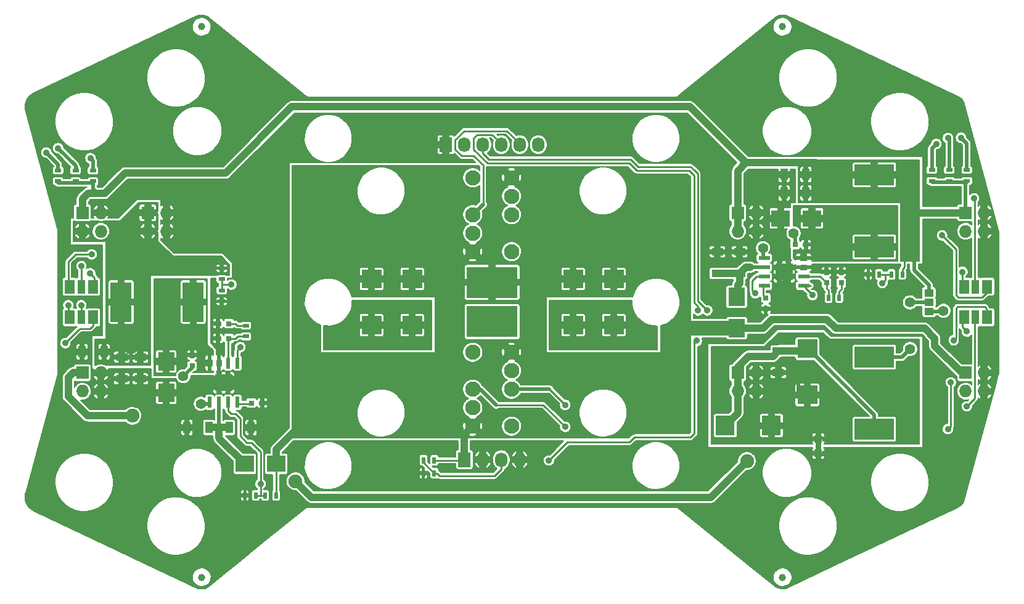
<source format=gtl>
G04 #@! TF.FileFunction,Copper,L1,Top,Signal*
%FSLAX46Y46*%
G04 Gerber Fmt 4.6, Leading zero omitted, Abs format (unit mm)*
G04 Created by KiCad (PCBNEW (2015-05-01 BZR 5636)-product) date Thu 04 Jun 2015 08:42:48 AM PDT*
%MOMM*%
G01*
G04 APERTURE LIST*
%ADD10C,0.100000*%
%ADD11C,0.800000*%
%ADD12R,2.301240X2.499360*%
%ADD13R,2.499360X2.301240*%
%ADD14C,2.100000*%
%ADD15R,1.600000X1.000000*%
%ADD16R,1.727200X1.727200*%
%ADD17O,1.727200X1.727200*%
%ADD18R,2.550160X2.700020*%
%ADD19R,2.700020X2.550160*%
%ADD20R,0.500000X0.900000*%
%ADD21R,1.727200X2.032000*%
%ADD22O,1.727200X2.032000*%
%ADD23R,0.800000X0.750000*%
%ADD24R,0.750000X0.800000*%
%ADD25R,1.000000X1.600000*%
%ADD26R,0.900000X0.500000*%
%ADD27R,5.400040X2.900680*%
%ADD28R,2.900680X5.400040*%
%ADD29R,1.270000X1.016000*%
%ADD30R,1.100000X1.000000*%
%ADD31C,1.000000*%
%ADD32R,7.000000X4.250000*%
%ADD33R,1.400000X1.900000*%
%ADD34R,1.100000X1.900000*%
%ADD35R,1.550000X0.600000*%
%ADD36R,1.175000X1.175000*%
%ADD37R,0.600000X1.550000*%
%ADD38C,0.889000*%
%ADD39C,1.397000*%
%ADD40C,1.905000*%
%ADD41C,0.254000*%
%ADD42C,0.508000*%
%ADD43C,2.032000*%
%ADD44C,1.016000*%
%ADD45C,0.200000*%
G04 APERTURE END LIST*
D10*
D11*
X184798500Y-109400000D02*
X184798500Y-110200000D01*
D12*
X95250000Y-98181160D03*
X95250000Y-102478840D03*
D13*
X183948840Y-78500000D03*
X179651160Y-78500000D03*
D14*
X137335000Y-83080000D03*
X137335000Y-80540000D03*
X137335000Y-78000000D03*
X137335000Y-72920000D03*
X142665000Y-72920000D03*
X142665000Y-75460000D03*
X142665000Y-78000000D03*
X142665000Y-83080000D03*
X142665000Y-96920000D03*
X142665000Y-99460000D03*
X142665000Y-102000000D03*
X142665000Y-107080000D03*
X137335000Y-107080000D03*
X137335000Y-104540000D03*
X137335000Y-102000000D03*
X137335000Y-96920000D03*
D15*
X179300000Y-96700000D03*
X179300000Y-99700000D03*
D16*
X83730000Y-99730000D03*
D17*
X86270000Y-99730000D03*
X83730000Y-102270000D03*
X86270000Y-102270000D03*
D16*
X205030000Y-77730000D03*
D17*
X207570000Y-77730000D03*
X205030000Y-80270000D03*
X207570000Y-80270000D03*
D16*
X205030000Y-99730000D03*
D17*
X207570000Y-99730000D03*
X205030000Y-102270000D03*
X207570000Y-102270000D03*
D16*
X83730000Y-77730000D03*
D17*
X86270000Y-77730000D03*
X83730000Y-80270000D03*
X86270000Y-80270000D03*
D18*
X178375000Y-107000000D03*
X172025000Y-107000000D03*
D19*
X183300000Y-102775000D03*
X183300000Y-96425000D03*
D20*
X132068000Y-113538000D03*
X130568000Y-113538000D03*
X130568000Y-111760000D03*
X132068000Y-111760000D03*
D19*
X156718000Y-93175000D03*
X156718000Y-86825000D03*
X129032000Y-93175000D03*
X129032000Y-86825000D03*
X123444000Y-93175000D03*
X123444000Y-86825000D03*
X151130000Y-93175000D03*
X151130000Y-86825000D03*
D16*
X173730000Y-99730000D03*
D17*
X176270000Y-99730000D03*
X173730000Y-102270000D03*
X176270000Y-102270000D03*
D16*
X173730000Y-77730000D03*
D17*
X176270000Y-77730000D03*
X173730000Y-80270000D03*
X176270000Y-80270000D03*
D16*
X92730000Y-77730000D03*
D17*
X95270000Y-77730000D03*
X92730000Y-80270000D03*
X95270000Y-80270000D03*
D21*
X136190000Y-111680000D03*
D22*
X138730000Y-111680000D03*
X141270000Y-111680000D03*
X143810000Y-111680000D03*
D21*
X133650000Y-68372000D03*
D22*
X136190000Y-68372000D03*
X138730000Y-68372000D03*
X141270000Y-68372000D03*
X143810000Y-68372000D03*
X146350000Y-68372000D03*
D23*
X181600000Y-82100000D03*
X183100000Y-82100000D03*
D15*
X173990000Y-86082000D03*
X173990000Y-83082000D03*
X170942000Y-86082000D03*
X170942000Y-83082000D03*
D24*
X185928000Y-87364000D03*
X185928000Y-85864000D03*
X187960000Y-87364000D03*
X187960000Y-85864000D03*
X177600000Y-89450000D03*
X177600000Y-90950000D03*
X98806000Y-98794000D03*
X98806000Y-97294000D03*
D25*
X101100000Y-107250000D03*
X98100000Y-107250000D03*
X103900000Y-107250000D03*
X106900000Y-107250000D03*
D23*
X103874000Y-94996000D03*
X102374000Y-94996000D03*
X103874000Y-92964000D03*
X102374000Y-92964000D03*
X106946000Y-103886000D03*
X108446000Y-103886000D03*
D20*
X186194000Y-89408000D03*
X187694000Y-89408000D03*
X196350000Y-86200000D03*
X194850000Y-86200000D03*
X193150000Y-86200000D03*
X191650000Y-86200000D03*
X110350000Y-116600000D03*
X108850000Y-116600000D03*
X107550000Y-116600000D03*
X106050000Y-116600000D03*
D26*
X106172000Y-94730000D03*
X106172000Y-93230000D03*
X102870000Y-85356000D03*
X102870000Y-86856000D03*
X102870000Y-88404000D03*
X102870000Y-89904000D03*
D27*
X192500000Y-82420460D03*
X192500000Y-72519540D03*
D28*
X98950460Y-90000000D03*
X89049540Y-90000000D03*
D29*
X200000000Y-90000000D03*
X200000000Y-91270000D03*
X200000000Y-88730000D03*
D30*
X184798500Y-110800000D03*
X184798500Y-108800000D03*
D31*
X179880000Y-52150000D03*
X100120000Y-127850000D03*
D15*
X91694000Y-97560000D03*
X91694000Y-100560000D03*
X89154000Y-97560000D03*
X89154000Y-100560000D03*
D25*
X86700000Y-96850000D03*
X83700000Y-96850000D03*
X183100000Y-75000000D03*
X180100000Y-75000000D03*
X183100000Y-72450000D03*
X180100000Y-72450000D03*
D27*
X192500000Y-97579540D03*
X192500000Y-107480460D03*
D31*
X179880000Y-127850000D03*
X100120000Y-52150000D03*
D26*
X200400000Y-71850000D03*
X200400000Y-73350000D03*
X202800000Y-71850000D03*
X202800000Y-73350000D03*
X205200000Y-71850000D03*
X205200000Y-73350000D03*
X80400000Y-71900000D03*
X80400000Y-73400000D03*
X82800000Y-71900000D03*
X82800000Y-73400000D03*
X85200000Y-71900000D03*
X85200000Y-73400000D03*
D32*
X140000000Y-87300000D03*
X140000000Y-92700000D03*
D33*
X204800000Y-92100000D03*
D34*
X206400000Y-92100000D03*
D33*
X208000000Y-92100000D03*
X208000000Y-87900000D03*
D34*
X206400000Y-87900000D03*
D33*
X204800000Y-87900000D03*
X82000000Y-92100000D03*
D34*
X83600000Y-92100000D03*
D33*
X85200000Y-92100000D03*
X85200000Y-87900000D03*
D34*
X83600000Y-87900000D03*
D33*
X82000000Y-87900000D03*
D35*
X177386000Y-83947000D03*
X177386000Y-85217000D03*
X177386000Y-86487000D03*
X177386000Y-87757000D03*
X182786000Y-87757000D03*
X182786000Y-86487000D03*
X182786000Y-85217000D03*
X182786000Y-83947000D03*
D36*
X180673500Y-86439500D03*
X180673500Y-85264500D03*
X179498500Y-86439500D03*
X179498500Y-85264500D03*
D37*
X101219000Y-103792000D03*
X102489000Y-103792000D03*
X103759000Y-103792000D03*
X105029000Y-103792000D03*
X105029000Y-98392000D03*
X103759000Y-98392000D03*
X102489000Y-98392000D03*
X101219000Y-98392000D03*
D36*
X103711500Y-100504500D03*
X102536500Y-100504500D03*
X103711500Y-101679500D03*
X102536500Y-101679500D03*
D12*
X173600000Y-89301160D03*
X173600000Y-93598840D03*
D13*
X106051160Y-112250000D03*
X110348840Y-112250000D03*
D38*
X169550000Y-91150000D03*
X150050000Y-107150000D03*
X168300000Y-91150000D03*
X150050000Y-104150000D03*
X93100000Y-103150000D03*
X105600000Y-101650000D03*
X178800000Y-82650000D03*
X83300000Y-94950000D03*
X99200000Y-101850000D03*
X105600000Y-100250000D03*
X181000000Y-88450000D03*
D39*
X126238000Y-93218000D03*
X129032000Y-90932000D03*
X123444000Y-90932000D03*
X126238000Y-91186000D03*
X123444000Y-95250000D03*
X126238000Y-94996000D03*
X129032000Y-95250000D03*
X120396000Y-94488000D03*
X117856000Y-94488000D03*
X156718000Y-90932000D03*
X153924000Y-91186000D03*
X151130000Y-90932000D03*
X159512000Y-94488000D03*
X162052000Y-94488000D03*
X156718000Y-95250000D03*
X153924000Y-94996000D03*
X151130000Y-95250000D03*
X153924000Y-93218000D03*
D38*
X179200000Y-88450000D03*
D39*
X100000000Y-104000000D03*
X97600000Y-100200000D03*
D40*
X90400000Y-96200000D03*
X113000000Y-114650000D03*
X175000000Y-111850000D03*
D39*
X202000000Y-91200000D03*
D40*
X90600000Y-105650000D03*
X113600000Y-107050000D03*
D38*
X168125510Y-95324616D03*
X147800000Y-111800000D03*
X176150000Y-88800000D03*
X108200000Y-115000000D03*
X81800000Y-90450000D03*
X83600000Y-90450000D03*
X81400000Y-95650000D03*
D39*
X181402836Y-80550000D03*
X177200000Y-82600000D03*
X197400000Y-90050000D03*
X197400000Y-96450000D03*
X183400000Y-99850000D03*
X179400000Y-101450000D03*
X176000000Y-106850000D03*
D38*
X184800000Y-106850000D03*
X204600000Y-85850000D03*
X206200000Y-75750000D03*
X201800000Y-80850000D03*
X201000000Y-68250000D03*
X202600000Y-67450000D03*
X204400000Y-67400000D03*
X205200000Y-94050000D03*
X205200000Y-104350000D03*
X203000000Y-101050000D03*
X203400000Y-95250000D03*
X202600000Y-107450000D03*
X85000000Y-83450000D03*
X83600000Y-85050000D03*
X84800000Y-86050000D03*
X78800000Y-69450000D03*
X80400000Y-68850000D03*
X84836800Y-70216800D03*
X104200000Y-87600000D03*
X105400000Y-96200000D03*
X184000000Y-89050000D03*
X193600000Y-87400000D03*
D41*
X167268434Y-71400000D02*
X167734728Y-71866294D01*
X167734728Y-71866294D02*
X168239845Y-72371411D01*
X160050000Y-71400000D02*
X167268434Y-71400000D01*
X168239845Y-89839845D02*
X168239845Y-72549498D01*
X168239845Y-72371411D02*
X168239845Y-72549498D01*
X169550000Y-91150000D02*
X168239845Y-89839845D01*
X139563890Y-70400000D02*
X138730000Y-69566110D01*
X160050000Y-71400000D02*
X159050000Y-70400000D01*
X159050000Y-70400000D02*
X139563890Y-70400000D01*
X138730000Y-69566110D02*
X138730000Y-68372000D01*
X138730000Y-68524400D02*
X138730000Y-68372000D01*
D42*
X137335000Y-102000000D02*
X138400000Y-102000000D01*
X138400000Y-102000000D02*
X140550000Y-104150000D01*
D41*
X140550000Y-104150000D02*
X147050000Y-104150000D01*
X147050000Y-104150000D02*
X150050000Y-107150000D01*
X167058010Y-71908010D02*
X167731836Y-72581836D01*
X167731836Y-90050270D02*
X167731836Y-72581836D01*
X168300000Y-90618434D02*
X167731836Y-90050270D01*
X167058010Y-71908010D02*
X159839575Y-71908009D01*
X140025390Y-66974990D02*
X141270000Y-68219600D01*
X137485390Y-69039934D02*
X137485390Y-67464610D01*
X159839575Y-71908009D02*
X158839576Y-70908010D01*
X137485390Y-67464610D02*
X137975010Y-66974990D01*
X158839576Y-70908010D02*
X139353466Y-70908010D01*
X139353466Y-70908010D02*
X137485390Y-69039934D01*
X137975010Y-66974990D02*
X140025390Y-66974990D01*
X141270000Y-68219600D02*
X141270000Y-68372000D01*
X168300000Y-91150000D02*
X168300000Y-90618434D01*
X141270000Y-68372000D02*
X141270000Y-67530000D01*
X147900000Y-102000000D02*
X150050000Y-104150000D01*
D42*
X142665000Y-102000000D02*
X147900000Y-102000000D01*
D41*
X137482002Y-69900000D02*
X135805456Y-69900000D01*
X135805456Y-69900000D02*
X134945390Y-69039934D01*
X134945390Y-69039934D02*
X134945390Y-67704066D01*
X134945390Y-67704066D02*
X136182475Y-66466981D01*
X136182475Y-66466981D02*
X142057381Y-66466981D01*
X142057381Y-66466981D02*
X143810000Y-68219600D01*
X143810000Y-68219600D02*
X143810000Y-68372000D01*
X138766001Y-71183999D02*
X137482002Y-69900000D01*
D42*
X137335000Y-78000000D02*
X138766001Y-76568999D01*
D41*
X138766001Y-76568999D02*
X138766001Y-71183999D01*
D42*
X143810000Y-68524400D02*
X143810000Y-68372000D01*
X95250000Y-102478840D02*
X93771160Y-102478840D01*
X93771160Y-102478840D02*
X93100000Y-103150000D01*
D41*
X104758000Y-101092000D02*
X105042000Y-101092000D01*
X105042000Y-101092000D02*
X105600000Y-101650000D01*
X179498500Y-85264500D02*
X179498500Y-83348500D01*
X179498500Y-83348500D02*
X178800000Y-82650000D01*
D42*
X180086000Y-85852000D02*
X180086000Y-87536000D01*
X83700000Y-96850000D02*
X83700000Y-95350000D01*
X83700000Y-95350000D02*
X83300000Y-94950000D01*
X103124000Y-101092000D02*
X99958000Y-101092000D01*
X99958000Y-101092000D02*
X99200000Y-101850000D01*
X103124000Y-101092000D02*
X104842000Y-101092000D01*
X103124000Y-101092000D02*
X104758000Y-101092000D01*
X104758000Y-101092000D02*
X105600000Y-100250000D01*
X180086000Y-87536000D02*
X181000000Y-88450000D01*
X180086000Y-85852000D02*
X180086000Y-87564000D01*
X182961000Y-85217000D02*
X180721000Y-85217000D01*
X180721000Y-85217000D02*
X180086000Y-85852000D01*
D41*
X184800000Y-111050000D02*
X187000000Y-111050000D01*
X126195000Y-93175000D02*
X126238000Y-93218000D01*
X123444000Y-93175000D02*
X126195000Y-93175000D01*
X128989000Y-93218000D02*
X129032000Y-93175000D01*
X126238000Y-93218000D02*
X128989000Y-93218000D01*
X129032000Y-90932000D02*
X129032000Y-93175000D01*
X125984000Y-90932000D02*
X123444000Y-90932000D01*
X126238000Y-91186000D02*
X125984000Y-90932000D01*
X123444000Y-95250000D02*
X123698000Y-94996000D01*
X123698000Y-94996000D02*
X126238000Y-94996000D01*
X128778000Y-94996000D02*
X129032000Y-95250000D01*
X126238000Y-94996000D02*
X128778000Y-94996000D01*
X120396000Y-94488000D02*
X117856000Y-94488000D01*
X151130000Y-90932000D02*
X151130000Y-93175000D01*
X154178000Y-90932000D02*
X156718000Y-90932000D01*
X153924000Y-91186000D02*
X154178000Y-90932000D01*
X156718000Y-93175000D02*
X156718000Y-90932000D01*
X158750000Y-95250000D02*
X159512000Y-94488000D01*
X151130000Y-93175000D02*
X151130000Y-95250000D01*
X154178000Y-95250000D02*
X156718000Y-95250000D01*
X153924000Y-94996000D02*
X154178000Y-95250000D01*
X156718000Y-95250000D02*
X158750000Y-95250000D01*
X140000000Y-92500000D02*
X136950000Y-92500000D01*
X153924000Y-94996000D02*
X153924000Y-93218000D01*
X83676000Y-96774000D02*
X83200000Y-97250000D01*
D42*
X180086000Y-87564000D02*
X179200000Y-88450000D01*
D41*
X98806000Y-98994000D02*
X98806000Y-98794000D01*
X100033000Y-103967000D02*
X100000000Y-104000000D01*
D42*
X97600000Y-100200000D02*
X98806000Y-98994000D01*
X101219000Y-103967000D02*
X100033000Y-103967000D01*
D43*
X106055160Y-112255160D02*
X106055160Y-112268000D01*
D44*
X102600000Y-108800000D02*
X106055160Y-112255160D01*
X102500000Y-107250000D02*
X103900000Y-107250000D01*
X101100000Y-107250000D02*
X102500000Y-107250000D01*
X102500000Y-108700000D02*
X102600000Y-108800000D01*
X102500000Y-107250000D02*
X102500000Y-108700000D01*
D42*
X102489000Y-107239000D02*
X102500000Y-107250000D01*
X102489000Y-103967000D02*
X102489000Y-107239000D01*
D44*
X113000000Y-114650000D02*
X115200000Y-116850000D01*
X115200000Y-116850000D02*
X170000000Y-116850000D01*
X175000000Y-111850000D02*
X170000000Y-116850000D01*
D42*
X200000000Y-91270000D02*
X201730000Y-91270000D01*
X201800000Y-91200000D02*
X202000000Y-91200000D01*
X201730000Y-91270000D02*
X201800000Y-91200000D01*
D41*
X104764000Y-92964000D02*
X105030000Y-93230000D01*
X105030000Y-93230000D02*
X106172000Y-93230000D01*
X103874000Y-92964000D02*
X104764000Y-92964000D01*
X106865000Y-103967000D02*
X106946000Y-103886000D01*
X105029000Y-103967000D02*
X106865000Y-103967000D01*
D43*
X173600000Y-93598840D02*
X166251160Y-93598840D01*
D44*
X173736000Y-93588840D02*
X177211160Y-93588840D01*
X177211160Y-93588840D02*
X178400000Y-92400000D01*
X178400000Y-92400000D02*
X186000000Y-92400000D01*
X173747160Y-93600000D02*
X173736000Y-93588840D01*
X187200000Y-93600000D02*
X199400000Y-93600000D01*
X186000000Y-92400000D02*
X187200000Y-93600000D01*
X81800000Y-103000000D02*
X84450000Y-105650000D01*
X81800000Y-100400000D02*
X81800000Y-103000000D01*
X83730000Y-99730000D02*
X82470000Y-99730000D01*
X82470000Y-99730000D02*
X81800000Y-100400000D01*
X84450000Y-105650000D02*
X90600000Y-105650000D01*
X205030000Y-99730000D02*
X204480000Y-99730000D01*
X204480000Y-99730000D02*
X200800000Y-96050000D01*
X200800000Y-96050000D02*
X200800000Y-95000000D01*
X200800000Y-95000000D02*
X199400000Y-93600000D01*
D41*
X136110000Y-111760000D02*
X136190000Y-111680000D01*
X132068000Y-111760000D02*
X136110000Y-111760000D01*
D44*
X136190000Y-108225000D02*
X137335000Y-107080000D01*
X136190000Y-111680000D02*
X136190000Y-108225000D01*
X110348840Y-112250000D02*
X110348840Y-110301160D01*
X110348840Y-110301160D02*
X113600000Y-107050000D01*
D41*
X110350000Y-116600000D02*
X110350000Y-112270840D01*
X110350000Y-112270840D02*
X110352840Y-112268000D01*
X110550000Y-112465160D02*
X110352840Y-112268000D01*
X168125510Y-95324616D02*
X167925384Y-95324616D01*
X167925384Y-95324616D02*
X167753726Y-95496274D01*
X158900000Y-109250000D02*
X159558000Y-108592000D01*
X159558000Y-108592000D02*
X167264000Y-108592000D01*
X147800000Y-111800000D02*
X150350000Y-109250000D01*
X150350000Y-109250000D02*
X158900000Y-109250000D01*
X167264000Y-108592000D02*
X167753726Y-108102274D01*
X167753726Y-108102274D02*
X167753726Y-95496274D01*
X103759000Y-103967000D02*
X103759000Y-104959000D01*
X105400000Y-108450000D02*
X106300000Y-109350000D01*
X105400000Y-106000000D02*
X105400000Y-108450000D01*
X104800000Y-105400000D02*
X105400000Y-106000000D01*
X104200000Y-105400000D02*
X104800000Y-105400000D01*
X106300000Y-109350000D02*
X106950000Y-109350000D01*
X103759000Y-104959000D02*
X104200000Y-105400000D01*
X108200000Y-110600000D02*
X108200000Y-116600000D01*
X106950000Y-109350000D02*
X108200000Y-110600000D01*
X176150000Y-88800000D02*
X176150000Y-88800000D01*
X175750000Y-87050000D02*
X176313000Y-86487000D01*
X175800000Y-87000000D02*
X175750000Y-87050000D01*
X177211000Y-86487000D02*
X176313000Y-86487000D01*
X107550000Y-116600000D02*
X108200000Y-116600000D01*
X108200000Y-116600000D02*
X108850000Y-116600000D01*
X175750000Y-88400000D02*
X176150000Y-88800000D01*
X175750000Y-87050000D02*
X175750000Y-88400000D01*
X108200000Y-115000000D02*
X108200000Y-116600000D01*
X81800000Y-92200000D02*
X81800000Y-90450000D01*
X83600000Y-92200000D02*
X83600000Y-90450000D01*
X83600000Y-92200000D02*
X83600000Y-92850000D01*
X85200000Y-93250000D02*
X84800000Y-93650000D01*
X84800000Y-93650000D02*
X83400000Y-93650000D01*
X83400000Y-93650000D02*
X83200000Y-93850000D01*
X83200000Y-93850000D02*
X81400000Y-95650000D01*
X85200000Y-92200000D02*
X85200000Y-93250000D01*
D42*
X181600000Y-82100000D02*
X181600000Y-80747164D01*
X181600000Y-80747164D02*
X181402836Y-80550000D01*
X177211000Y-82611000D02*
X177200000Y-82600000D01*
X177211000Y-83947000D02*
X177211000Y-82611000D01*
X197400000Y-90050000D02*
X199950000Y-90050000D01*
X199950000Y-90050000D02*
X200000000Y-90000000D01*
X196222639Y-97579540D02*
X196270460Y-97579540D01*
X196270460Y-97579540D02*
X197400000Y-96450000D01*
X192500000Y-97579540D02*
X196222639Y-97579540D01*
X183300000Y-102775000D02*
X183300000Y-99950000D01*
X183300000Y-99950000D02*
X183400000Y-99850000D01*
X179300000Y-99700000D02*
X179300000Y-101350000D01*
X179300000Y-101350000D02*
X179400000Y-101450000D01*
X178375000Y-107000000D02*
X176150000Y-107000000D01*
X176150000Y-107000000D02*
X176000000Y-106850000D01*
X184800000Y-109050000D02*
X184800000Y-106850000D01*
X182100000Y-102471000D02*
X182100000Y-100150000D01*
X182118000Y-102489000D02*
X182100000Y-102471000D01*
D44*
X173730000Y-102270000D02*
X173730000Y-105295000D01*
X173730000Y-105295000D02*
X172025000Y-107000000D01*
X179300000Y-96700000D02*
X183025000Y-96700000D01*
X183025000Y-96700000D02*
X183300000Y-96425000D01*
D42*
X192500000Y-107480460D02*
X192500000Y-105522120D01*
X192500000Y-105522120D02*
X183402880Y-96425000D01*
X183402880Y-96425000D02*
X183300000Y-96425000D01*
D44*
X173730000Y-98920000D02*
X175200000Y-97450000D01*
X175200000Y-97450000D02*
X175600000Y-97450000D01*
X173730000Y-99730000D02*
X173730000Y-98920000D01*
X173730000Y-99730000D02*
X173730000Y-99320000D01*
X175600000Y-97450000D02*
X178600000Y-97450000D01*
X178600000Y-97450000D02*
X179200000Y-96850000D01*
X179200000Y-96850000D02*
X179200000Y-96700000D01*
X173730000Y-102270000D02*
X173730000Y-99730000D01*
D41*
X104804000Y-94996000D02*
X105070000Y-94730000D01*
X105070000Y-94730000D02*
X106172000Y-94730000D01*
X103874000Y-94996000D02*
X104804000Y-94996000D01*
X103759000Y-95111000D02*
X103874000Y-94996000D01*
X103759000Y-98217000D02*
X103759000Y-95111000D01*
D44*
X173990000Y-86082000D02*
X173990000Y-87410000D01*
X170942000Y-86082000D02*
X173990000Y-86082000D01*
X175467000Y-85217000D02*
X174855000Y-85217000D01*
X174855000Y-85217000D02*
X173990000Y-86082000D01*
D42*
X177211000Y-85217000D02*
X175467000Y-85217000D01*
D44*
X173990000Y-87410000D02*
X173736000Y-87664000D01*
X173736000Y-87664000D02*
X173736000Y-89291160D01*
D41*
X185051000Y-86487000D02*
X185928000Y-87364000D01*
X182961000Y-86487000D02*
X185051000Y-86487000D01*
X185928000Y-88128000D02*
X186194000Y-88394000D01*
X186194000Y-88394000D02*
X186194000Y-89408000D01*
X185928000Y-87364000D02*
X185928000Y-88128000D01*
X187960000Y-88240000D02*
X187694000Y-88506000D01*
X187694000Y-88506000D02*
X187694000Y-89408000D01*
X187960000Y-87364000D02*
X187960000Y-88240000D01*
X177211000Y-89061000D02*
X177600000Y-89450000D01*
X177211000Y-87757000D02*
X177211000Y-89061000D01*
X204600000Y-85850000D02*
X204600000Y-87800000D01*
X206200000Y-75750000D02*
X206300000Y-75850000D01*
X206300000Y-75850000D02*
X206300000Y-87700000D01*
X206400000Y-87800000D02*
X206300000Y-87700000D01*
X204100000Y-89350000D02*
X204000000Y-89350000D01*
X208200000Y-87800000D02*
X208200000Y-88450000D01*
X208200000Y-88450000D02*
X207300000Y-89350000D01*
X207300000Y-89350000D02*
X204100000Y-89350000D01*
X204100000Y-89350000D02*
X204000000Y-89350000D01*
X203700000Y-89050000D02*
X203700000Y-86650000D01*
X203700000Y-86650000D02*
X203700000Y-82750000D01*
X203700000Y-82750000D02*
X203300000Y-82350000D01*
X203300000Y-82350000D02*
X201800000Y-80850000D01*
X204000000Y-89350000D02*
X203700000Y-89050000D01*
D42*
X200400000Y-71650000D02*
X200400000Y-68850000D01*
X200400000Y-68850000D02*
X201000000Y-68250000D01*
X202800000Y-71650000D02*
X202800000Y-67650000D01*
X202800000Y-67650000D02*
X202600000Y-67450000D01*
X205200000Y-71650000D02*
X205200000Y-68200000D01*
X205200000Y-68200000D02*
X204400000Y-67400000D01*
D41*
X204600000Y-93450000D02*
X204600000Y-92200000D01*
X205200000Y-94050000D02*
X204600000Y-93450000D01*
X206400000Y-92200000D02*
X206300000Y-92300000D01*
X206300000Y-92300000D02*
X206300000Y-103250000D01*
X206300000Y-103250000D02*
X205200000Y-104350000D01*
X208200000Y-92200000D02*
X208200000Y-91550000D01*
X202600000Y-107450000D02*
X203000000Y-107050000D01*
X203900000Y-90650000D02*
X203700000Y-90850000D01*
X203700000Y-90850000D02*
X203700000Y-94950000D01*
X203700000Y-94950000D02*
X203400000Y-95250000D01*
X207700000Y-90650000D02*
X204300000Y-90650000D01*
X208200000Y-91550000D02*
X207700000Y-90650000D01*
X204300000Y-90650000D02*
X203900000Y-90650000D01*
X203000000Y-107050000D02*
X203000000Y-101050000D01*
X81800000Y-87800000D02*
X81800000Y-84450000D01*
X82800000Y-83450000D02*
X85000000Y-83450000D01*
X81800000Y-84450000D02*
X82800000Y-83450000D01*
X83600000Y-85050000D02*
X83600000Y-87800000D01*
X84800000Y-86050000D02*
X85400000Y-86650000D01*
X85400000Y-86650000D02*
X85400000Y-87800000D01*
D42*
X80400000Y-71700000D02*
X80400000Y-71050000D01*
X80400000Y-71050000D02*
X78800000Y-69450000D01*
X82800000Y-71700000D02*
X82800000Y-71250000D01*
X82800000Y-71250000D02*
X80400000Y-68850000D01*
D41*
X83000000Y-71700000D02*
X83000000Y-71450000D01*
D42*
X85200000Y-70580000D02*
X84836800Y-70216800D01*
X85200000Y-71700000D02*
X85200000Y-70580000D01*
D41*
X130568000Y-112038000D02*
X132068000Y-113538000D01*
X130568000Y-111760000D02*
X130568000Y-112038000D01*
X141270000Y-111680000D02*
X141270000Y-111832400D01*
X141270000Y-112980000D02*
X141270000Y-111680000D01*
X132800000Y-113900000D02*
X140350000Y-113900000D01*
X140350000Y-113900000D02*
X141270000Y-112980000D01*
X132438000Y-113538000D02*
X132800000Y-113900000D01*
X132068000Y-113538000D02*
X132438000Y-113538000D01*
X102870000Y-87600000D02*
X102870000Y-88404000D01*
X102870000Y-86856000D02*
X102870000Y-87600000D01*
X105029000Y-96571000D02*
X105029000Y-98217000D01*
X105029000Y-96571000D02*
X105400000Y-96200000D01*
X102870000Y-87600000D02*
X104200000Y-87600000D01*
X182961000Y-87757000D02*
X182961000Y-88011000D01*
X182961000Y-88011000D02*
X184000000Y-89050000D01*
X194000000Y-86200000D02*
X194000000Y-87000000D01*
X194000000Y-87000000D02*
X193600000Y-87400000D01*
X194850000Y-86200000D02*
X194000000Y-86200000D01*
X194000000Y-86200000D02*
X193150000Y-86200000D01*
X183757000Y-87757000D02*
X182961000Y-87757000D01*
D42*
X197950000Y-85600000D02*
X197950000Y-84056610D01*
X197950000Y-84056610D02*
X197950000Y-83750000D01*
D41*
X196600000Y-84050000D02*
X197943390Y-84050000D01*
X197943390Y-84050000D02*
X197950000Y-84056610D01*
X196600000Y-85246000D02*
X196600000Y-84050000D01*
X196350000Y-86200000D02*
X196350000Y-85496000D01*
X196350000Y-85496000D02*
X196600000Y-85246000D01*
D44*
X173730000Y-77730000D02*
X173730000Y-71970000D01*
X173730000Y-71970000D02*
X174850000Y-70850000D01*
X173730000Y-80270000D02*
X173730000Y-77730000D01*
X174850000Y-70850000D02*
X167150000Y-63150000D01*
X103400000Y-72250000D02*
X89610800Y-72250000D01*
X167150000Y-63150000D02*
X112500000Y-63150000D01*
X112500000Y-63150000D02*
X103400000Y-72250000D01*
X89610800Y-72250000D02*
X86818000Y-75042800D01*
X184450000Y-70850000D02*
X186119540Y-72519540D01*
X186119540Y-72519540D02*
X192000000Y-72519540D01*
X174850000Y-70850000D02*
X184450000Y-70850000D01*
D42*
X80400000Y-73600000D02*
X82800000Y-73600000D01*
X82800000Y-73600000D02*
X85200000Y-73600000D01*
X197950000Y-83750000D02*
X197200000Y-83000000D01*
D44*
X199700000Y-77730000D02*
X197200000Y-77730000D01*
X197200000Y-77730000D02*
X197200000Y-77750000D01*
X205030000Y-77730000D02*
X199700000Y-77730000D01*
D42*
X200000000Y-88780000D02*
X200000000Y-87650000D01*
X200000000Y-87650000D02*
X197950000Y-85600000D01*
X205030000Y-77730000D02*
X205030000Y-73720000D01*
X205030000Y-73720000D02*
X205200000Y-73550000D01*
X202800000Y-73550000D02*
X200400000Y-73550000D01*
X205200000Y-73550000D02*
X202800000Y-73550000D01*
D44*
X197200000Y-83200000D02*
X197200000Y-83000000D01*
X197200000Y-83000000D02*
X197200000Y-77750000D01*
X197200000Y-77750000D02*
X197200000Y-74000000D01*
X197200000Y-74000000D02*
X195719540Y-72519540D01*
X195719540Y-72519540D02*
X192000000Y-72519540D01*
X83730000Y-75850400D02*
X83730000Y-77730000D01*
X86818000Y-75042800D02*
X84537600Y-75042800D01*
X84537600Y-75042800D02*
X83730000Y-75850400D01*
D42*
X85784800Y-75042800D02*
X86818000Y-75042800D01*
X85200000Y-74458000D02*
X85784800Y-75042800D01*
X85200000Y-73600000D02*
X85200000Y-74458000D01*
D45*
G36*
X209596000Y-99510239D02*
X209562456Y-99852341D01*
X209536707Y-99962125D01*
X209535514Y-99971065D01*
X209055713Y-101735791D01*
X209055713Y-93050000D01*
X209055713Y-91150000D01*
X209055713Y-88850000D01*
X209055713Y-86950000D01*
X209051044Y-86892556D01*
X209021235Y-86797227D01*
X208966100Y-86713944D01*
X208889985Y-86649272D01*
X208798891Y-86608310D01*
X208700000Y-86594287D01*
X208639278Y-86594287D01*
X208639278Y-80852443D01*
X208639278Y-79687557D01*
X208639278Y-78312443D01*
X208639278Y-77147557D01*
X208505103Y-76950143D01*
X208334993Y-76782698D01*
X208152440Y-76660741D01*
X207978000Y-76677193D01*
X207978000Y-77322000D01*
X208628728Y-77322000D01*
X208639278Y-77147557D01*
X208639278Y-78312443D01*
X208628728Y-78138000D01*
X207978000Y-78138000D01*
X207978000Y-78782807D01*
X208152440Y-78799259D01*
X208334993Y-78677302D01*
X208505103Y-78509857D01*
X208639278Y-78312443D01*
X208639278Y-79687557D01*
X208505103Y-79490143D01*
X208334993Y-79322698D01*
X208152440Y-79200741D01*
X207978000Y-79217193D01*
X207978000Y-79862000D01*
X208628728Y-79862000D01*
X208639278Y-79687557D01*
X208639278Y-80852443D01*
X208628728Y-80678000D01*
X207978000Y-80678000D01*
X207978000Y-81322807D01*
X208152440Y-81339259D01*
X208334993Y-81217302D01*
X208505103Y-81049857D01*
X208639278Y-80852443D01*
X208639278Y-86594287D01*
X207300000Y-86594287D01*
X207242556Y-86598956D01*
X207147227Y-86628765D01*
X207125850Y-86642916D01*
X207048891Y-86608310D01*
X206950000Y-86594287D01*
X206781000Y-86594287D01*
X206781000Y-81193671D01*
X206805007Y-81217302D01*
X206987560Y-81339259D01*
X207162000Y-81322807D01*
X207162000Y-80678000D01*
X207142000Y-80678000D01*
X207142000Y-79862000D01*
X207162000Y-79862000D01*
X207162000Y-79217193D01*
X206987560Y-79200741D01*
X206805007Y-79322698D01*
X206781000Y-79346328D01*
X206781000Y-78653671D01*
X206805007Y-78677302D01*
X206987560Y-78799259D01*
X207162000Y-78782807D01*
X207162000Y-78138000D01*
X207142000Y-78138000D01*
X207142000Y-77322000D01*
X207162000Y-77322000D01*
X207162000Y-76677193D01*
X206987560Y-76660741D01*
X206805007Y-76782698D01*
X206781000Y-76806328D01*
X206781000Y-76299407D01*
X206807386Y-76274281D01*
X206897651Y-76146321D01*
X206961344Y-76003265D01*
X206996037Y-75850563D01*
X206998535Y-75671703D01*
X206968119Y-75518091D01*
X206908445Y-75373313D01*
X206821788Y-75242882D01*
X206711446Y-75131768D01*
X206581624Y-75044202D01*
X206437265Y-74983519D01*
X206283870Y-74952031D01*
X206127280Y-74950938D01*
X205973459Y-74980281D01*
X205828268Y-75038942D01*
X205697236Y-75124687D01*
X205638000Y-75182695D01*
X205638000Y-73970085D01*
X205649805Y-73955713D01*
X205650000Y-73955713D01*
X205707444Y-73951044D01*
X205802773Y-73921235D01*
X205886056Y-73866100D01*
X205950728Y-73789985D01*
X205991690Y-73698891D01*
X206005713Y-73600000D01*
X206005713Y-73100000D01*
X206005713Y-72100000D01*
X206005713Y-71600000D01*
X206001044Y-71542556D01*
X205971235Y-71447227D01*
X205916100Y-71363944D01*
X205839985Y-71299272D01*
X205808000Y-71284889D01*
X205808000Y-68200000D01*
X205802517Y-68144079D01*
X205797625Y-68088158D01*
X205796732Y-68085087D01*
X205796421Y-68081906D01*
X205780193Y-68028159D01*
X205764520Y-67974209D01*
X205763047Y-67971368D01*
X205762124Y-67968309D01*
X205735774Y-67918752D01*
X205709912Y-67868859D01*
X205707915Y-67866357D01*
X205706416Y-67863538D01*
X205670933Y-67820031D01*
X205635882Y-67776124D01*
X205631494Y-67771675D01*
X205631419Y-67771582D01*
X205631332Y-67771510D01*
X205629921Y-67770079D01*
X205198300Y-67338458D01*
X205198535Y-67321703D01*
X205168119Y-67168091D01*
X205108445Y-67023313D01*
X205021788Y-66892882D01*
X204911446Y-66781768D01*
X204781624Y-66694202D01*
X204637265Y-66633519D01*
X204483870Y-66602031D01*
X204327280Y-66600938D01*
X204173459Y-66630281D01*
X204028268Y-66688942D01*
X203897236Y-66774687D01*
X203785354Y-66884250D01*
X203696883Y-67013458D01*
X203635194Y-67157389D01*
X203602636Y-67310561D01*
X203600450Y-67467140D01*
X203628718Y-67621161D01*
X203686364Y-67766759D01*
X203771193Y-67898387D01*
X203879972Y-68011031D01*
X204008559Y-68100401D01*
X204152056Y-68163094D01*
X204304997Y-68196720D01*
X204337560Y-68197402D01*
X204592000Y-68451842D01*
X204592000Y-71282225D01*
X204513944Y-71333900D01*
X204449272Y-71410015D01*
X204408310Y-71501109D01*
X204394287Y-71600000D01*
X204394287Y-72100000D01*
X204398956Y-72157444D01*
X204428765Y-72252773D01*
X204483900Y-72336056D01*
X204560015Y-72400728D01*
X204651109Y-72441690D01*
X204750000Y-72455713D01*
X205650000Y-72455713D01*
X205707444Y-72451044D01*
X205802773Y-72421235D01*
X205886056Y-72366100D01*
X205950728Y-72289985D01*
X205991690Y-72198891D01*
X206005713Y-72100000D01*
X206005713Y-73100000D01*
X206001044Y-73042556D01*
X205971235Y-72947227D01*
X205916100Y-72863944D01*
X205839985Y-72799272D01*
X205748891Y-72758310D01*
X205650000Y-72744287D01*
X204750000Y-72744287D01*
X204692556Y-72748956D01*
X204597227Y-72778765D01*
X204513944Y-72833900D01*
X204449272Y-72910015D01*
X204434889Y-72942000D01*
X203605713Y-72942000D01*
X203605713Y-72100000D01*
X203605713Y-71600000D01*
X203601044Y-71542556D01*
X203571235Y-71447227D01*
X203516100Y-71363944D01*
X203439985Y-71299272D01*
X203408000Y-71284889D01*
X203408000Y-67650000D01*
X203402517Y-67594079D01*
X203397625Y-67538158D01*
X203396732Y-67535087D01*
X203396421Y-67531906D01*
X203396303Y-67531515D01*
X203398535Y-67371703D01*
X203368119Y-67218091D01*
X203308445Y-67073313D01*
X203221788Y-66942882D01*
X203111446Y-66831768D01*
X202981624Y-66744202D01*
X202837265Y-66683519D01*
X202683870Y-66652031D01*
X202527280Y-66650938D01*
X202373459Y-66680281D01*
X202228268Y-66738942D01*
X202097236Y-66824687D01*
X201985354Y-66934250D01*
X201896883Y-67063458D01*
X201835194Y-67207389D01*
X201802636Y-67360561D01*
X201800450Y-67517140D01*
X201828718Y-67671161D01*
X201886364Y-67816759D01*
X201971193Y-67948387D01*
X202079972Y-68061031D01*
X202192000Y-68138892D01*
X202192000Y-71282225D01*
X202113944Y-71333900D01*
X202049272Y-71410015D01*
X202008310Y-71501109D01*
X201994287Y-71600000D01*
X201994287Y-72100000D01*
X201998956Y-72157444D01*
X202028765Y-72252773D01*
X202083900Y-72336056D01*
X202160015Y-72400728D01*
X202251109Y-72441690D01*
X202350000Y-72455713D01*
X203250000Y-72455713D01*
X203307444Y-72451044D01*
X203402773Y-72421235D01*
X203486056Y-72366100D01*
X203550728Y-72289985D01*
X203591690Y-72198891D01*
X203605713Y-72100000D01*
X203605713Y-72942000D01*
X203567774Y-72942000D01*
X203516100Y-72863944D01*
X203439985Y-72799272D01*
X203348891Y-72758310D01*
X203250000Y-72744287D01*
X202350000Y-72744287D01*
X202292556Y-72748956D01*
X202197227Y-72778765D01*
X202113944Y-72833900D01*
X202049272Y-72910015D01*
X202034889Y-72942000D01*
X201798535Y-72942000D01*
X201798535Y-68171703D01*
X201768119Y-68018091D01*
X201708445Y-67873313D01*
X201621788Y-67742882D01*
X201511446Y-67631768D01*
X201381624Y-67544202D01*
X201237265Y-67483519D01*
X201083870Y-67452031D01*
X200927280Y-67450938D01*
X200773459Y-67480281D01*
X200628268Y-67538942D01*
X200497236Y-67624687D01*
X200385354Y-67734250D01*
X200296883Y-67863458D01*
X200235194Y-68007389D01*
X200202636Y-68160561D01*
X200202254Y-68187903D01*
X200025172Y-68364985D01*
X200025172Y-64805328D01*
X199871855Y-64031018D01*
X199571059Y-63301234D01*
X199134244Y-62643773D01*
X198578045Y-62083678D01*
X197923650Y-61642283D01*
X197195984Y-61336401D01*
X196422763Y-61177681D01*
X195633439Y-61172170D01*
X194858077Y-61320079D01*
X194126211Y-61615772D01*
X193465717Y-62047987D01*
X192901752Y-62600262D01*
X192455800Y-63251559D01*
X192144844Y-63977073D01*
X191980730Y-64749167D01*
X191969710Y-65538433D01*
X192112201Y-66314808D01*
X192402778Y-67048721D01*
X192830371Y-67712217D01*
X193378695Y-68280023D01*
X194026864Y-68730512D01*
X194750188Y-69046524D01*
X195521118Y-69216024D01*
X196310288Y-69232555D01*
X197087639Y-69095487D01*
X197823563Y-68810041D01*
X198490027Y-68387090D01*
X199061648Y-67842743D01*
X199516651Y-67197736D01*
X199837705Y-66476635D01*
X200012583Y-65706907D01*
X200025172Y-64805328D01*
X200025172Y-68364985D01*
X199970079Y-68420079D01*
X199934422Y-68463488D01*
X199898331Y-68506500D01*
X199896790Y-68509303D01*
X199894762Y-68511772D01*
X199868231Y-68561251D01*
X199841166Y-68610483D01*
X199840199Y-68613530D01*
X199838688Y-68616349D01*
X199822264Y-68670067D01*
X199805286Y-68723590D01*
X199804929Y-68726766D01*
X199803995Y-68729824D01*
X199798317Y-68785713D01*
X199792059Y-68841511D01*
X199792015Y-68847753D01*
X199792003Y-68847878D01*
X199792013Y-68847993D01*
X199792000Y-68850000D01*
X199792000Y-71282225D01*
X199713944Y-71333900D01*
X199649272Y-71410015D01*
X199608310Y-71501109D01*
X199594287Y-71600000D01*
X199594287Y-72100000D01*
X199598956Y-72157444D01*
X199628765Y-72252773D01*
X199683900Y-72336056D01*
X199760015Y-72400728D01*
X199851109Y-72441690D01*
X199950000Y-72455713D01*
X200850000Y-72455713D01*
X200907444Y-72451044D01*
X201002773Y-72421235D01*
X201086056Y-72366100D01*
X201150728Y-72289985D01*
X201191690Y-72198891D01*
X201205713Y-72100000D01*
X201205713Y-71600000D01*
X201201044Y-71542556D01*
X201171235Y-71447227D01*
X201116100Y-71363944D01*
X201039985Y-71299272D01*
X201008000Y-71284889D01*
X201008000Y-69101842D01*
X201059878Y-69049963D01*
X201061557Y-69049999D01*
X201215772Y-69022807D01*
X201361768Y-68966179D01*
X201493985Y-68882271D01*
X201607386Y-68774281D01*
X201697651Y-68646321D01*
X201761344Y-68503265D01*
X201796037Y-68350563D01*
X201798535Y-68171703D01*
X201798535Y-72942000D01*
X201167774Y-72942000D01*
X201116100Y-72863944D01*
X201039985Y-72799272D01*
X200948891Y-72758310D01*
X200850000Y-72744287D01*
X199950000Y-72744287D01*
X199892556Y-72748956D01*
X199797227Y-72778765D01*
X199713944Y-72833900D01*
X199649272Y-72910015D01*
X199608310Y-73001109D01*
X199594287Y-73100000D01*
X199594287Y-73600000D01*
X199598956Y-73657444D01*
X199628765Y-73752773D01*
X199683900Y-73836056D01*
X199760015Y-73900728D01*
X199851109Y-73941690D01*
X199949747Y-73955677D01*
X199965601Y-73975395D01*
X200056500Y-74051669D01*
X200160483Y-74108834D01*
X200273590Y-74144714D01*
X200391511Y-74157941D01*
X200400000Y-74158000D01*
X202800000Y-74158000D01*
X204422000Y-74158000D01*
X204422000Y-76510687D01*
X204166400Y-76510687D01*
X204108956Y-76515356D01*
X204013627Y-76545165D01*
X203930344Y-76600300D01*
X203865672Y-76676415D01*
X203824710Y-76767509D01*
X203810687Y-76866400D01*
X203810687Y-76868000D01*
X199700000Y-76868000D01*
X199154000Y-76868000D01*
X199154000Y-69996000D01*
X187425172Y-69996000D01*
X187425172Y-58805328D01*
X187271855Y-58031018D01*
X186971059Y-57301234D01*
X186534244Y-56643773D01*
X185978045Y-56083678D01*
X185323650Y-55642283D01*
X184595984Y-55336401D01*
X183822763Y-55177681D01*
X183033439Y-55172170D01*
X182258077Y-55320079D01*
X181526211Y-55615772D01*
X181180056Y-55842289D01*
X181180056Y-52022528D01*
X181130537Y-51772441D01*
X181033386Y-51536734D01*
X180892302Y-51324386D01*
X180712661Y-51143486D01*
X180501303Y-51000924D01*
X180266280Y-50902129D01*
X180016544Y-50850866D01*
X179761608Y-50849086D01*
X179511180Y-50896858D01*
X179274801Y-50992361D01*
X179061474Y-51131959D01*
X178879324Y-51310333D01*
X178735289Y-51520690D01*
X178634857Y-51755017D01*
X178581851Y-52004389D01*
X178578291Y-52259308D01*
X178624313Y-52510062D01*
X178718164Y-52747102D01*
X178856269Y-52961399D01*
X179033367Y-53144790D01*
X179242714Y-53290289D01*
X179476334Y-53392356D01*
X179725330Y-53447101D01*
X179980217Y-53452440D01*
X180231287Y-53408170D01*
X180468977Y-53315976D01*
X180684232Y-53179371D01*
X180868855Y-53003557D01*
X181015813Y-52795231D01*
X181119507Y-52562329D01*
X181175990Y-52313722D01*
X181180056Y-52022528D01*
X181180056Y-55842289D01*
X180865717Y-56047987D01*
X180301752Y-56600262D01*
X179855800Y-57251559D01*
X179544844Y-57977073D01*
X179380730Y-58749167D01*
X179369710Y-59538433D01*
X179512201Y-60314808D01*
X179802778Y-61048721D01*
X180230371Y-61712217D01*
X180778695Y-62280023D01*
X181426864Y-62730512D01*
X182150188Y-63046524D01*
X182921118Y-63216024D01*
X183710288Y-63232555D01*
X184487639Y-63095487D01*
X185223563Y-62810041D01*
X185890027Y-62387090D01*
X186461648Y-61842743D01*
X186916651Y-61197736D01*
X187237705Y-60476635D01*
X187412583Y-59706907D01*
X187425172Y-58805328D01*
X187425172Y-69996000D01*
X184532606Y-69996000D01*
X184462035Y-69988084D01*
X184453178Y-69988022D01*
X184453009Y-69988005D01*
X184452851Y-69988019D01*
X184450000Y-69988000D01*
X183904946Y-69988000D01*
X183904946Y-66166142D01*
X183775252Y-65511143D01*
X183520806Y-64893809D01*
X183151297Y-64337655D01*
X182680802Y-63863863D01*
X182127241Y-63490481D01*
X181511698Y-63231731D01*
X180857621Y-63097468D01*
X180189921Y-63092807D01*
X179534033Y-63217924D01*
X178914937Y-63468055D01*
X178356217Y-63833671D01*
X177879152Y-64300847D01*
X177501915Y-64851789D01*
X177238874Y-65465510D01*
X177100048Y-66118634D01*
X177090725Y-66786285D01*
X177211260Y-67443031D01*
X177457063Y-68063857D01*
X177818770Y-68625117D01*
X178282604Y-69105431D01*
X178830898Y-69486506D01*
X179442768Y-69753825D01*
X180094908Y-69897207D01*
X180762477Y-69911191D01*
X181420048Y-69795243D01*
X182042576Y-69553781D01*
X182606347Y-69196001D01*
X183089888Y-68735531D01*
X183474780Y-68189910D01*
X183746365Y-67579922D01*
X183894296Y-66928799D01*
X183904946Y-66166142D01*
X183904946Y-69988000D01*
X175207052Y-69988000D01*
X167759526Y-62540474D01*
X167698023Y-62489955D01*
X167637002Y-62438752D01*
X167633026Y-62436566D01*
X167629527Y-62433692D01*
X167559366Y-62396071D01*
X167489578Y-62357705D01*
X167485260Y-62356335D01*
X167481263Y-62354192D01*
X167405078Y-62330900D01*
X167329220Y-62306837D01*
X167324716Y-62306331D01*
X167320380Y-62305006D01*
X167241132Y-62296956D01*
X167162035Y-62288084D01*
X167153178Y-62288022D01*
X167153009Y-62288005D01*
X167152851Y-62288019D01*
X167150000Y-62288000D01*
X112500000Y-62288000D01*
X112420726Y-62295772D01*
X112341434Y-62302710D01*
X112337080Y-62303974D01*
X112332570Y-62304417D01*
X112256352Y-62327427D01*
X112179880Y-62349645D01*
X112175855Y-62351731D01*
X112171517Y-62353041D01*
X112101214Y-62390421D01*
X112030521Y-62427066D01*
X112026978Y-62429893D01*
X112022976Y-62432022D01*
X111961245Y-62482367D01*
X111899043Y-62532024D01*
X111892737Y-62538241D01*
X111892605Y-62538350D01*
X111892503Y-62538472D01*
X111890474Y-62540474D01*
X103042948Y-71388000D01*
X102904946Y-71388000D01*
X102904946Y-66166142D01*
X102775252Y-65511143D01*
X102520806Y-64893809D01*
X102151297Y-64337655D01*
X101680802Y-63863863D01*
X101420056Y-63687987D01*
X101420056Y-52022528D01*
X101370537Y-51772441D01*
X101273386Y-51536734D01*
X101132302Y-51324386D01*
X100952661Y-51143486D01*
X100741303Y-51000924D01*
X100506280Y-50902129D01*
X100256544Y-50850866D01*
X100001608Y-50849086D01*
X99751180Y-50896858D01*
X99514801Y-50992361D01*
X99301474Y-51131959D01*
X99119324Y-51310333D01*
X98975289Y-51520690D01*
X98874857Y-51755017D01*
X98821851Y-52004389D01*
X98818291Y-52259308D01*
X98864313Y-52510062D01*
X98958164Y-52747102D01*
X99096269Y-52961399D01*
X99273367Y-53144790D01*
X99482714Y-53290289D01*
X99716334Y-53392356D01*
X99965330Y-53447101D01*
X100220217Y-53452440D01*
X100471287Y-53408170D01*
X100708977Y-53315976D01*
X100924232Y-53179371D01*
X101108855Y-53003557D01*
X101255813Y-52795231D01*
X101359507Y-52562329D01*
X101415990Y-52313722D01*
X101420056Y-52022528D01*
X101420056Y-63687987D01*
X101127241Y-63490481D01*
X100625172Y-63279430D01*
X100625172Y-58805328D01*
X100471855Y-58031018D01*
X100171059Y-57301234D01*
X99734244Y-56643773D01*
X99178045Y-56083678D01*
X98523650Y-55642283D01*
X97795984Y-55336401D01*
X97022763Y-55177681D01*
X96233439Y-55172170D01*
X95458077Y-55320079D01*
X94726211Y-55615772D01*
X94065717Y-56047987D01*
X93501752Y-56600262D01*
X93055800Y-57251559D01*
X92744844Y-57977073D01*
X92580730Y-58749167D01*
X92569710Y-59538433D01*
X92712201Y-60314808D01*
X93002778Y-61048721D01*
X93430371Y-61712217D01*
X93978695Y-62280023D01*
X94626864Y-62730512D01*
X95350188Y-63046524D01*
X96121118Y-63216024D01*
X96910288Y-63232555D01*
X97687639Y-63095487D01*
X98423563Y-62810041D01*
X99090027Y-62387090D01*
X99661648Y-61842743D01*
X100116651Y-61197736D01*
X100437705Y-60476635D01*
X100612583Y-59706907D01*
X100625172Y-58805328D01*
X100625172Y-63279430D01*
X100511698Y-63231731D01*
X99857621Y-63097468D01*
X99189921Y-63092807D01*
X98534033Y-63217924D01*
X97914937Y-63468055D01*
X97356217Y-63833671D01*
X96879152Y-64300847D01*
X96501915Y-64851789D01*
X96238874Y-65465510D01*
X96100048Y-66118634D01*
X96090725Y-66786285D01*
X96211260Y-67443031D01*
X96457063Y-68063857D01*
X96818770Y-68625117D01*
X97282604Y-69105431D01*
X97830898Y-69486506D01*
X98442768Y-69753825D01*
X99094908Y-69897207D01*
X99762477Y-69911191D01*
X100420048Y-69795243D01*
X101042576Y-69553781D01*
X101606347Y-69196001D01*
X102089888Y-68735531D01*
X102474780Y-68189910D01*
X102746365Y-67579922D01*
X102894296Y-66928799D01*
X102904946Y-66166142D01*
X102904946Y-71388000D01*
X89610800Y-71388000D01*
X89531621Y-71395763D01*
X89452234Y-71402709D01*
X89447875Y-71403975D01*
X89443370Y-71404417D01*
X89367181Y-71427419D01*
X89290681Y-71449645D01*
X89286657Y-71451730D01*
X89282317Y-71453041D01*
X89211976Y-71490442D01*
X89141322Y-71527066D01*
X89137781Y-71529892D01*
X89133776Y-71532022D01*
X89072030Y-71582380D01*
X89009844Y-71632023D01*
X89003537Y-71638241D01*
X89003405Y-71638350D01*
X89003303Y-71638472D01*
X89001274Y-71640474D01*
X88025172Y-72616576D01*
X88025172Y-64805328D01*
X87871855Y-64031018D01*
X87571059Y-63301234D01*
X87134244Y-62643773D01*
X86578045Y-62083678D01*
X85923650Y-61642283D01*
X85195984Y-61336401D01*
X84422763Y-61177681D01*
X83633439Y-61172170D01*
X82858077Y-61320079D01*
X82126211Y-61615772D01*
X81465717Y-62047987D01*
X80901752Y-62600262D01*
X80455800Y-63251559D01*
X80144844Y-63977073D01*
X79980730Y-64749167D01*
X79969710Y-65538433D01*
X80112201Y-66314808D01*
X80402778Y-67048721D01*
X80830371Y-67712217D01*
X81378695Y-68280023D01*
X82026864Y-68730512D01*
X82750188Y-69046524D01*
X83521118Y-69216024D01*
X84310288Y-69232555D01*
X85087639Y-69095487D01*
X85823563Y-68810041D01*
X86490027Y-68387090D01*
X87061648Y-67842743D01*
X87516651Y-67197736D01*
X87837705Y-66476635D01*
X88012583Y-65706907D01*
X88025172Y-64805328D01*
X88025172Y-72616576D01*
X86460948Y-74180800D01*
X85808000Y-74180800D01*
X85808000Y-73967774D01*
X85886056Y-73916100D01*
X85950728Y-73839985D01*
X85991690Y-73748891D01*
X86005713Y-73650000D01*
X86005713Y-73150000D01*
X86005713Y-72150000D01*
X86005713Y-71650000D01*
X86001044Y-71592556D01*
X85971235Y-71497227D01*
X85916100Y-71413944D01*
X85839985Y-71349272D01*
X85808000Y-71334889D01*
X85808000Y-70580000D01*
X85802512Y-70524033D01*
X85797624Y-70468157D01*
X85796733Y-70465091D01*
X85796421Y-70461906D01*
X85780171Y-70408083D01*
X85764519Y-70354209D01*
X85763049Y-70351373D01*
X85762124Y-70348309D01*
X85735734Y-70298677D01*
X85709911Y-70248859D01*
X85707917Y-70246361D01*
X85706416Y-70243538D01*
X85670930Y-70200028D01*
X85635882Y-70156123D01*
X85635099Y-70155330D01*
X85635335Y-70138503D01*
X85604919Y-69984891D01*
X85545245Y-69840113D01*
X85458588Y-69709682D01*
X85348246Y-69598568D01*
X85218424Y-69511002D01*
X85074065Y-69450319D01*
X84920670Y-69418831D01*
X84764080Y-69417738D01*
X84610259Y-69447081D01*
X84465068Y-69505742D01*
X84334036Y-69591487D01*
X84222154Y-69701050D01*
X84133683Y-69830258D01*
X84071994Y-69974189D01*
X84039436Y-70127361D01*
X84037250Y-70283940D01*
X84065518Y-70437961D01*
X84123164Y-70583559D01*
X84207993Y-70715187D01*
X84316772Y-70827831D01*
X84445359Y-70917201D01*
X84588856Y-70979894D01*
X84592000Y-70980585D01*
X84592000Y-71332225D01*
X84513944Y-71383900D01*
X84449272Y-71460015D01*
X84408310Y-71551109D01*
X84394287Y-71650000D01*
X84394287Y-72150000D01*
X84398956Y-72207444D01*
X84428765Y-72302773D01*
X84483900Y-72386056D01*
X84560015Y-72450728D01*
X84651109Y-72491690D01*
X84750000Y-72505713D01*
X85650000Y-72505713D01*
X85707444Y-72501044D01*
X85802773Y-72471235D01*
X85886056Y-72416100D01*
X85950728Y-72339985D01*
X85991690Y-72248891D01*
X86005713Y-72150000D01*
X86005713Y-73150000D01*
X86001044Y-73092556D01*
X85971235Y-72997227D01*
X85916100Y-72913944D01*
X85839985Y-72849272D01*
X85748891Y-72808310D01*
X85650000Y-72794287D01*
X84750000Y-72794287D01*
X84692556Y-72798956D01*
X84597227Y-72828765D01*
X84513944Y-72883900D01*
X84449272Y-72960015D01*
X84434889Y-72992000D01*
X83605713Y-72992000D01*
X83605713Y-72150000D01*
X83605713Y-71650000D01*
X83601044Y-71592556D01*
X83571235Y-71497227D01*
X83516100Y-71413944D01*
X83473953Y-71378133D01*
X83471839Y-71356573D01*
X83444707Y-71266705D01*
X83401813Y-71186035D01*
X83397625Y-71138158D01*
X83396732Y-71135087D01*
X83396421Y-71131906D01*
X83380193Y-71078159D01*
X83364520Y-71024209D01*
X83363047Y-71021368D01*
X83362124Y-71018309D01*
X83335774Y-70968752D01*
X83309912Y-70918859D01*
X83307915Y-70916357D01*
X83306416Y-70913538D01*
X83270933Y-70870031D01*
X83235882Y-70826124D01*
X83231494Y-70821675D01*
X83231419Y-70821582D01*
X83231332Y-70821510D01*
X83229921Y-70820079D01*
X81198300Y-68788458D01*
X81198535Y-68771703D01*
X81168119Y-68618091D01*
X81108445Y-68473313D01*
X81021788Y-68342882D01*
X80911446Y-68231768D01*
X80781624Y-68144202D01*
X80637265Y-68083519D01*
X80483870Y-68052031D01*
X80327280Y-68050938D01*
X80173459Y-68080281D01*
X80028268Y-68138942D01*
X79897236Y-68224687D01*
X79785354Y-68334250D01*
X79696883Y-68463458D01*
X79635194Y-68607389D01*
X79602636Y-68760561D01*
X79600450Y-68917140D01*
X79628718Y-69071161D01*
X79686364Y-69216759D01*
X79771193Y-69348387D01*
X79879972Y-69461031D01*
X80008559Y-69550401D01*
X80152056Y-69613094D01*
X80304997Y-69646720D01*
X80337560Y-69647402D01*
X82095621Y-71405463D01*
X82049272Y-71460015D01*
X82008310Y-71551109D01*
X81994287Y-71650000D01*
X81994287Y-72150000D01*
X81998956Y-72207444D01*
X82028765Y-72302773D01*
X82083900Y-72386056D01*
X82160015Y-72450728D01*
X82251109Y-72491690D01*
X82350000Y-72505713D01*
X83250000Y-72505713D01*
X83307444Y-72501044D01*
X83402773Y-72471235D01*
X83486056Y-72416100D01*
X83550728Y-72339985D01*
X83591690Y-72248891D01*
X83605713Y-72150000D01*
X83605713Y-72992000D01*
X83567774Y-72992000D01*
X83516100Y-72913944D01*
X83439985Y-72849272D01*
X83348891Y-72808310D01*
X83250000Y-72794287D01*
X82350000Y-72794287D01*
X82292556Y-72798956D01*
X82197227Y-72828765D01*
X82113944Y-72883900D01*
X82049272Y-72960015D01*
X82034889Y-72992000D01*
X81205713Y-72992000D01*
X81205713Y-72150000D01*
X81205713Y-71650000D01*
X81201044Y-71592556D01*
X81171235Y-71497227D01*
X81116100Y-71413944D01*
X81039985Y-71349272D01*
X81008000Y-71334889D01*
X81008000Y-71050000D01*
X81002517Y-70994079D01*
X80997625Y-70938158D01*
X80996732Y-70935087D01*
X80996421Y-70931906D01*
X80980193Y-70878159D01*
X80964520Y-70824209D01*
X80963047Y-70821368D01*
X80962124Y-70818309D01*
X80935774Y-70768752D01*
X80909912Y-70718859D01*
X80907915Y-70716357D01*
X80906416Y-70713538D01*
X80870933Y-70670031D01*
X80835882Y-70626124D01*
X80831494Y-70621675D01*
X80831419Y-70621582D01*
X80831332Y-70621510D01*
X80829921Y-70620079D01*
X79598300Y-69388458D01*
X79598535Y-69371703D01*
X79568119Y-69218091D01*
X79508445Y-69073313D01*
X79421788Y-68942882D01*
X79311446Y-68831768D01*
X79181624Y-68744202D01*
X79037265Y-68683519D01*
X78883870Y-68652031D01*
X78727280Y-68650938D01*
X78573459Y-68680281D01*
X78428268Y-68738942D01*
X78297236Y-68824687D01*
X78185354Y-68934250D01*
X78096883Y-69063458D01*
X78035194Y-69207389D01*
X78002636Y-69360561D01*
X78000450Y-69517140D01*
X78028718Y-69671161D01*
X78086364Y-69816759D01*
X78171193Y-69948387D01*
X78279972Y-70061031D01*
X78408559Y-70150401D01*
X78552056Y-70213094D01*
X78704997Y-70246720D01*
X78737560Y-70247402D01*
X79792000Y-71301842D01*
X79792000Y-71332225D01*
X79713944Y-71383900D01*
X79649272Y-71460015D01*
X79608310Y-71551109D01*
X79594287Y-71650000D01*
X79594287Y-72150000D01*
X79598956Y-72207444D01*
X79628765Y-72302773D01*
X79683900Y-72386056D01*
X79760015Y-72450728D01*
X79851109Y-72491690D01*
X79950000Y-72505713D01*
X80850000Y-72505713D01*
X80907444Y-72501044D01*
X81002773Y-72471235D01*
X81086056Y-72416100D01*
X81150728Y-72339985D01*
X81191690Y-72248891D01*
X81205713Y-72150000D01*
X81205713Y-72992000D01*
X81167774Y-72992000D01*
X81116100Y-72913944D01*
X81039985Y-72849272D01*
X80948891Y-72808310D01*
X80850000Y-72794287D01*
X79950000Y-72794287D01*
X79892556Y-72798956D01*
X79797227Y-72828765D01*
X79713944Y-72883900D01*
X79649272Y-72960015D01*
X79608310Y-73051109D01*
X79594287Y-73150000D01*
X79594287Y-73650000D01*
X79598956Y-73707444D01*
X79628765Y-73802773D01*
X79683900Y-73886056D01*
X79760015Y-73950728D01*
X79851109Y-73991690D01*
X79949747Y-74005677D01*
X79965601Y-74025395D01*
X80056500Y-74101669D01*
X80160483Y-74158834D01*
X80273590Y-74194714D01*
X80391511Y-74207941D01*
X80400000Y-74208000D01*
X82800000Y-74208000D01*
X84334454Y-74208000D01*
X84293981Y-74220219D01*
X84217481Y-74242445D01*
X84213457Y-74244530D01*
X84209117Y-74245841D01*
X84138796Y-74283231D01*
X84068121Y-74319866D01*
X84064578Y-74322693D01*
X84060576Y-74324822D01*
X83998876Y-74375143D01*
X83936643Y-74424823D01*
X83930335Y-74431043D01*
X83930205Y-74431150D01*
X83930104Y-74431271D01*
X83928074Y-74433274D01*
X83120474Y-75240874D01*
X83069955Y-75302376D01*
X83018752Y-75363398D01*
X83016566Y-75367373D01*
X83013692Y-75370873D01*
X82976071Y-75441033D01*
X82937705Y-75510822D01*
X82936335Y-75515139D01*
X82934192Y-75519137D01*
X82910900Y-75595321D01*
X82886837Y-75671180D01*
X82886331Y-75675683D01*
X82885006Y-75680020D01*
X82876956Y-75759267D01*
X82868084Y-75838365D01*
X82868022Y-75847221D01*
X82868005Y-75847391D01*
X82868019Y-75847548D01*
X82868000Y-75850400D01*
X82868000Y-76510687D01*
X82866400Y-76510687D01*
X82808956Y-76515356D01*
X82713627Y-76545165D01*
X82630344Y-76600300D01*
X82565672Y-76676415D01*
X82524710Y-76767509D01*
X82510687Y-76866400D01*
X82510687Y-78446034D01*
X82046000Y-78445890D01*
X82046000Y-82142000D01*
X86514000Y-82142000D01*
X86514000Y-94642000D01*
X86255713Y-94642000D01*
X86255713Y-93050000D01*
X86255713Y-91150000D01*
X86255713Y-88850000D01*
X86255713Y-86950000D01*
X86251044Y-86892556D01*
X86221235Y-86797227D01*
X86166100Y-86713944D01*
X86089985Y-86649272D01*
X85998891Y-86608310D01*
X85900000Y-86594287D01*
X85875658Y-86594287D01*
X85872792Y-86561519D01*
X85872085Y-86559087D01*
X85871839Y-86556573D01*
X85858990Y-86514016D01*
X85846601Y-86471372D01*
X85845439Y-86469131D01*
X85844707Y-86466705D01*
X85823837Y-86427455D01*
X85803401Y-86388029D01*
X85801821Y-86386050D01*
X85800635Y-86383819D01*
X85772548Y-86349381D01*
X85744834Y-86314664D01*
X85741368Y-86311149D01*
X85741304Y-86311071D01*
X85741231Y-86311010D01*
X85740118Y-86309882D01*
X85593215Y-86162979D01*
X85596037Y-86150563D01*
X85598535Y-85971703D01*
X85568119Y-85818091D01*
X85508445Y-85673313D01*
X85421788Y-85542882D01*
X85311446Y-85431768D01*
X85181624Y-85344202D01*
X85037265Y-85283519D01*
X84883870Y-85252031D01*
X84727280Y-85250938D01*
X84573459Y-85280281D01*
X84428268Y-85338942D01*
X84311413Y-85415409D01*
X84361344Y-85303265D01*
X84396037Y-85150563D01*
X84398535Y-84971703D01*
X84368119Y-84818091D01*
X84308445Y-84673313D01*
X84221788Y-84542882D01*
X84111446Y-84431768D01*
X83981624Y-84344202D01*
X83837265Y-84283519D01*
X83683870Y-84252031D01*
X83527280Y-84250938D01*
X83373459Y-84280281D01*
X83228268Y-84338942D01*
X83097236Y-84424687D01*
X82985354Y-84534250D01*
X82896883Y-84663458D01*
X82835194Y-84807389D01*
X82802636Y-84960561D01*
X82800450Y-85117140D01*
X82828718Y-85271161D01*
X82886364Y-85416759D01*
X82971193Y-85548387D01*
X83079972Y-85661031D01*
X83119000Y-85688156D01*
X83119000Y-86594287D01*
X83050000Y-86594287D01*
X82992556Y-86598956D01*
X82897227Y-86628765D01*
X82875850Y-86642916D01*
X82798891Y-86608310D01*
X82700000Y-86594287D01*
X82281000Y-86594287D01*
X82281000Y-84649236D01*
X82999236Y-83931000D01*
X84359987Y-83931000D01*
X84371193Y-83948387D01*
X84479972Y-84061031D01*
X84608559Y-84150401D01*
X84752056Y-84213094D01*
X84904997Y-84246720D01*
X85061557Y-84249999D01*
X85215772Y-84222807D01*
X85361768Y-84166179D01*
X85493985Y-84082271D01*
X85607386Y-83974281D01*
X85697651Y-83846321D01*
X85761344Y-83703265D01*
X85796037Y-83550563D01*
X85798535Y-83371703D01*
X85768119Y-83218091D01*
X85708445Y-83073313D01*
X85621788Y-82942882D01*
X85511446Y-82831768D01*
X85381624Y-82744202D01*
X85237265Y-82683519D01*
X85083870Y-82652031D01*
X84927280Y-82650938D01*
X84773459Y-82680281D01*
X84628268Y-82738942D01*
X84497236Y-82824687D01*
X84385354Y-82934250D01*
X84361560Y-82969000D01*
X82800000Y-82969000D01*
X82755822Y-82973331D01*
X82711519Y-82977208D01*
X82709087Y-82977914D01*
X82706573Y-82978161D01*
X82664062Y-82990995D01*
X82621372Y-83003398D01*
X82619126Y-83004561D01*
X82616705Y-83005293D01*
X82577491Y-83026143D01*
X82538029Y-83046599D01*
X82536050Y-83048178D01*
X82533819Y-83049365D01*
X82499381Y-83077451D01*
X82464664Y-83105166D01*
X82461145Y-83108635D01*
X82461071Y-83108696D01*
X82461014Y-83108764D01*
X82459882Y-83109881D01*
X81459882Y-84109882D01*
X81431711Y-84144177D01*
X81403120Y-84178251D01*
X81401899Y-84180471D01*
X81400297Y-84182422D01*
X81379320Y-84221542D01*
X81357896Y-84260514D01*
X81357131Y-84262925D01*
X81355936Y-84265154D01*
X81342954Y-84307614D01*
X81329511Y-84349994D01*
X81329228Y-84352510D01*
X81328490Y-84354927D01*
X81324002Y-84399106D01*
X81319047Y-84443284D01*
X81319012Y-84448228D01*
X81319003Y-84448321D01*
X81319011Y-84448407D01*
X81319000Y-84450000D01*
X81319000Y-86594287D01*
X81300000Y-86594287D01*
X81242556Y-86598956D01*
X81147227Y-86628765D01*
X81063944Y-86683900D01*
X80999272Y-86760015D01*
X80958310Y-86851109D01*
X80944287Y-86950000D01*
X80944287Y-88850000D01*
X80948956Y-88907444D01*
X80978765Y-89002773D01*
X81033900Y-89086056D01*
X81110015Y-89150728D01*
X81201109Y-89191690D01*
X81300000Y-89205713D01*
X82700000Y-89205713D01*
X82757444Y-89201044D01*
X82852773Y-89171235D01*
X82874149Y-89157083D01*
X82951109Y-89191690D01*
X83050000Y-89205713D01*
X84150000Y-89205713D01*
X84207444Y-89201044D01*
X84302773Y-89171235D01*
X84324149Y-89157083D01*
X84401109Y-89191690D01*
X84500000Y-89205713D01*
X85900000Y-89205713D01*
X85957444Y-89201044D01*
X86052773Y-89171235D01*
X86136056Y-89116100D01*
X86200728Y-89039985D01*
X86241690Y-88948891D01*
X86255713Y-88850000D01*
X86255713Y-91150000D01*
X86251044Y-91092556D01*
X86221235Y-90997227D01*
X86166100Y-90913944D01*
X86089985Y-90849272D01*
X85998891Y-90808310D01*
X85900000Y-90794287D01*
X84500000Y-90794287D01*
X84442556Y-90798956D01*
X84347227Y-90828765D01*
X84325850Y-90842916D01*
X84303618Y-90832918D01*
X84361344Y-90703265D01*
X84396037Y-90550563D01*
X84398535Y-90371703D01*
X84368119Y-90218091D01*
X84308445Y-90073313D01*
X84221788Y-89942882D01*
X84111446Y-89831768D01*
X83981624Y-89744202D01*
X83837265Y-89683519D01*
X83683870Y-89652031D01*
X83527280Y-89650938D01*
X83373459Y-89680281D01*
X83228268Y-89738942D01*
X83097236Y-89824687D01*
X82985354Y-89934250D01*
X82896883Y-90063458D01*
X82835194Y-90207389D01*
X82802636Y-90360561D01*
X82800450Y-90517140D01*
X82828718Y-90671161D01*
X82886364Y-90816759D01*
X82895036Y-90830215D01*
X82875850Y-90842916D01*
X82798891Y-90808310D01*
X82700000Y-90794287D01*
X82520818Y-90794287D01*
X82561344Y-90703265D01*
X82596037Y-90550563D01*
X82598535Y-90371703D01*
X82568119Y-90218091D01*
X82508445Y-90073313D01*
X82421788Y-89942882D01*
X82311446Y-89831768D01*
X82181624Y-89744202D01*
X82037265Y-89683519D01*
X81883870Y-89652031D01*
X81727280Y-89650938D01*
X81573459Y-89680281D01*
X81428268Y-89738942D01*
X81297236Y-89824687D01*
X81185354Y-89934250D01*
X81096883Y-90063458D01*
X81035194Y-90207389D01*
X81002636Y-90360561D01*
X81000450Y-90517140D01*
X81028718Y-90671161D01*
X81086364Y-90816759D01*
X81109988Y-90853417D01*
X81063944Y-90883900D01*
X80999272Y-90960015D01*
X80958310Y-91051109D01*
X80944287Y-91150000D01*
X80944287Y-93050000D01*
X80948956Y-93107444D01*
X80978765Y-93202773D01*
X81033900Y-93286056D01*
X81110015Y-93350728D01*
X81201109Y-93391690D01*
X81300000Y-93405713D01*
X82700000Y-93405713D01*
X82757444Y-93401044D01*
X82852773Y-93371235D01*
X82874149Y-93357083D01*
X82951109Y-93391690D01*
X82974724Y-93395038D01*
X82859952Y-93509811D01*
X82859881Y-93509882D01*
X81511965Y-94857798D01*
X81483870Y-94852031D01*
X81327280Y-94850938D01*
X81173459Y-94880281D01*
X81028268Y-94938942D01*
X80897236Y-95024687D01*
X80785354Y-95134250D01*
X80696883Y-95263458D01*
X80635194Y-95407389D01*
X80602636Y-95560561D01*
X80600450Y-95717140D01*
X80628718Y-95871161D01*
X80686364Y-96016759D01*
X80771193Y-96148387D01*
X80879972Y-96261031D01*
X81008559Y-96350401D01*
X81152056Y-96413094D01*
X81304997Y-96446720D01*
X81461557Y-96449999D01*
X81615772Y-96422807D01*
X81761768Y-96366179D01*
X81893985Y-96282271D01*
X82007386Y-96174281D01*
X82097651Y-96046321D01*
X82161344Y-95903265D01*
X82196037Y-95750563D01*
X82198535Y-95571703D01*
X82191923Y-95538312D01*
X83540118Y-94190119D01*
X83540118Y-94190118D01*
X83540122Y-94190113D01*
X83599236Y-94131000D01*
X84800000Y-94131000D01*
X84844222Y-94126663D01*
X84888481Y-94122792D01*
X84890912Y-94122085D01*
X84893427Y-94121839D01*
X84935937Y-94109004D01*
X84978628Y-94096602D01*
X84980873Y-94095438D01*
X84983295Y-94094707D01*
X85022508Y-94073856D01*
X85061971Y-94053401D01*
X85063949Y-94051821D01*
X85066181Y-94050635D01*
X85100618Y-94022548D01*
X85135336Y-93994834D01*
X85138850Y-93991368D01*
X85138929Y-93991304D01*
X85138989Y-93991231D01*
X85140118Y-93990118D01*
X85540118Y-93590119D01*
X85568309Y-93555797D01*
X85596880Y-93521749D01*
X85598100Y-93519529D01*
X85599703Y-93517578D01*
X85620679Y-93478457D01*
X85642104Y-93439486D01*
X85642868Y-93437074D01*
X85644064Y-93434846D01*
X85652970Y-93405713D01*
X85900000Y-93405713D01*
X85957444Y-93401044D01*
X86052773Y-93371235D01*
X86136056Y-93316100D01*
X86200728Y-93239985D01*
X86241690Y-93148891D01*
X86255713Y-93050000D01*
X86255713Y-94642000D01*
X85046000Y-94642000D01*
X85046000Y-95000000D01*
X85046000Y-95600000D01*
X85046000Y-99154000D01*
X85201111Y-99154000D01*
X85211272Y-99322000D01*
X85862000Y-99322000D01*
X85862000Y-99302000D01*
X86678000Y-99302000D01*
X86678000Y-99322000D01*
X87328728Y-99322000D01*
X87338888Y-99154000D01*
X93146000Y-99154000D01*
X93146000Y-100554000D01*
X93800000Y-100554000D01*
X96608116Y-100554000D01*
X96659359Y-100683424D01*
X96771171Y-100856922D01*
X96914553Y-101005398D01*
X97084043Y-101123196D01*
X97273186Y-101205831D01*
X97474777Y-101250153D01*
X97681138Y-101254476D01*
X97884408Y-101218634D01*
X98076845Y-101143993D01*
X98251119Y-101033395D01*
X98400593Y-100891053D01*
X98519572Y-100722389D01*
X98603525Y-100533828D01*
X98649254Y-100332552D01*
X98651747Y-100154000D01*
X101626750Y-100154000D01*
X101683500Y-100210750D01*
X102242750Y-100210750D01*
X102242750Y-99651500D01*
X102154250Y-99563000D01*
X102154000Y-99563000D01*
X102154000Y-99520973D01*
X102154134Y-99521000D01*
X102223866Y-99521000D01*
X102250500Y-99521000D01*
X102339000Y-99432500D01*
X102339000Y-98779500D01*
X102189000Y-98779500D01*
X102189000Y-98004500D01*
X102339000Y-98004500D01*
X102339000Y-97351500D01*
X102250500Y-97263000D01*
X102223866Y-97263000D01*
X102174000Y-97263000D01*
X102174000Y-95636500D01*
X102174000Y-95183500D01*
X102174000Y-94808500D01*
X102174000Y-94355500D01*
X102174000Y-93604500D01*
X102174000Y-93151500D01*
X102174000Y-92776500D01*
X102174000Y-92323500D01*
X102085500Y-92235000D01*
X101939134Y-92235000D01*
X101870742Y-92248604D01*
X101806318Y-92275289D01*
X101748338Y-92314030D01*
X101699030Y-92363338D01*
X101660289Y-92421318D01*
X101633604Y-92485742D01*
X101620000Y-92554134D01*
X101620000Y-92623866D01*
X101620000Y-92688000D01*
X101708500Y-92776500D01*
X102174000Y-92776500D01*
X102174000Y-93151500D01*
X101708500Y-93151500D01*
X101620000Y-93240000D01*
X101620000Y-93304134D01*
X101620000Y-93373866D01*
X101633604Y-93442258D01*
X101660289Y-93506682D01*
X101699030Y-93564662D01*
X101748338Y-93613970D01*
X101806318Y-93652711D01*
X101870742Y-93679396D01*
X101939134Y-93693000D01*
X102085500Y-93693000D01*
X102174000Y-93604500D01*
X102174000Y-94355500D01*
X102085500Y-94267000D01*
X101939134Y-94267000D01*
X101870742Y-94280604D01*
X101806318Y-94307289D01*
X101748338Y-94346030D01*
X101699030Y-94395338D01*
X101660289Y-94453318D01*
X101633604Y-94517742D01*
X101620000Y-94586134D01*
X101620000Y-94655866D01*
X101620000Y-94720000D01*
X101708500Y-94808500D01*
X102174000Y-94808500D01*
X102174000Y-95183500D01*
X101708500Y-95183500D01*
X101620000Y-95272000D01*
X101620000Y-95336134D01*
X101620000Y-95405866D01*
X101633604Y-95474258D01*
X101660289Y-95538682D01*
X101699030Y-95596662D01*
X101748338Y-95645970D01*
X101806318Y-95684711D01*
X101870742Y-95711396D01*
X101939134Y-95725000D01*
X102085500Y-95725000D01*
X102174000Y-95636500D01*
X102174000Y-97263000D01*
X102154134Y-97263000D01*
X102154000Y-97263026D01*
X102154000Y-96453368D01*
X101354000Y-95653368D01*
X101354000Y-93400000D01*
X101354000Y-86754000D01*
X102064287Y-86754000D01*
X102064287Y-87106000D01*
X102068956Y-87163444D01*
X102098765Y-87258773D01*
X102153900Y-87342056D01*
X102230015Y-87406728D01*
X102321109Y-87447690D01*
X102389000Y-87457317D01*
X102389000Y-87600000D01*
X102389000Y-87800806D01*
X102362556Y-87802956D01*
X102267227Y-87832765D01*
X102183944Y-87887900D01*
X102119272Y-87964015D01*
X102078310Y-88055109D01*
X102064287Y-88154000D01*
X102064287Y-88654000D01*
X102068956Y-88711444D01*
X102098765Y-88806773D01*
X102153900Y-88890056D01*
X102230015Y-88954728D01*
X102321109Y-88995690D01*
X102420000Y-89009713D01*
X103320000Y-89009713D01*
X103377444Y-89005044D01*
X103472773Y-88975235D01*
X103556056Y-88920100D01*
X103620728Y-88843985D01*
X103661690Y-88752891D01*
X103675713Y-88654000D01*
X103675713Y-88206620D01*
X103679972Y-88211031D01*
X103808559Y-88300401D01*
X103952056Y-88363094D01*
X104104997Y-88396720D01*
X104261557Y-88399999D01*
X104415772Y-88372807D01*
X104561768Y-88316179D01*
X104693985Y-88232271D01*
X104807386Y-88124281D01*
X104897651Y-87996321D01*
X104961344Y-87853265D01*
X104996037Y-87700563D01*
X104998535Y-87521703D01*
X104968119Y-87368091D01*
X104908445Y-87223313D01*
X104821788Y-87092882D01*
X104711446Y-86981768D01*
X104581624Y-86894202D01*
X104437265Y-86833519D01*
X104283870Y-86802031D01*
X104127280Y-86800938D01*
X103973459Y-86830281D01*
X103828268Y-86888942D01*
X103697236Y-86974687D01*
X103675713Y-86995763D01*
X103675713Y-86754000D01*
X104354000Y-86754000D01*
X104354000Y-84652663D01*
X102965927Y-83274000D01*
X96362632Y-83274000D01*
X96339278Y-83250646D01*
X96339278Y-80852443D01*
X96339278Y-79687557D01*
X96339278Y-78312443D01*
X96339278Y-77147557D01*
X96205103Y-76950143D01*
X96034993Y-76782698D01*
X95852440Y-76660741D01*
X95678000Y-76677193D01*
X95678000Y-77322000D01*
X96328728Y-77322000D01*
X96339278Y-77147557D01*
X96339278Y-78312443D01*
X96328728Y-78138000D01*
X95678000Y-78138000D01*
X95678000Y-78782807D01*
X95852440Y-78799259D01*
X96034993Y-78677302D01*
X96205103Y-78509857D01*
X96339278Y-78312443D01*
X96339278Y-79687557D01*
X96205103Y-79490143D01*
X96034993Y-79322698D01*
X95852440Y-79200741D01*
X95678000Y-79217193D01*
X95678000Y-79862000D01*
X96328728Y-79862000D01*
X96339278Y-79687557D01*
X96339278Y-80852443D01*
X96328728Y-80678000D01*
X95678000Y-80678000D01*
X95678000Y-81322807D01*
X95852440Y-81339259D01*
X96034993Y-81217302D01*
X96205103Y-81049857D01*
X96339278Y-80852443D01*
X96339278Y-83250646D01*
X94538000Y-81449368D01*
X94538000Y-81239343D01*
X94687560Y-81339259D01*
X94862000Y-81322807D01*
X94862000Y-80678000D01*
X94842000Y-80678000D01*
X94842000Y-79862000D01*
X94862000Y-79862000D01*
X94862000Y-79217193D01*
X94687560Y-79200741D01*
X94538000Y-79300656D01*
X94538000Y-78699343D01*
X94687560Y-78799259D01*
X94862000Y-78782807D01*
X94862000Y-78138000D01*
X94842000Y-78138000D01*
X94842000Y-77322000D01*
X94862000Y-77322000D01*
X94862000Y-76677193D01*
X94687560Y-76660741D01*
X94538000Y-76760656D01*
X94538000Y-75908000D01*
X91243368Y-75908000D01*
X88703414Y-78447955D01*
X87247482Y-78447503D01*
X87339278Y-78312443D01*
X87339278Y-77147557D01*
X87205103Y-76950143D01*
X87034993Y-76782698D01*
X86852440Y-76660741D01*
X86678000Y-76677193D01*
X86678000Y-77322000D01*
X87328728Y-77322000D01*
X87339278Y-77147557D01*
X87339278Y-78312443D01*
X87328728Y-78138000D01*
X86678000Y-78138000D01*
X86678000Y-78158000D01*
X85862000Y-78158000D01*
X85862000Y-78138000D01*
X85862000Y-77322000D01*
X85862000Y-76677193D01*
X85687560Y-76660741D01*
X85505007Y-76782698D01*
X85334897Y-76950143D01*
X85200722Y-77147557D01*
X85211272Y-77322000D01*
X85862000Y-77322000D01*
X85862000Y-78138000D01*
X85211272Y-78138000D01*
X85200722Y-78312443D01*
X85292105Y-78446896D01*
X84949313Y-78446790D01*
X84949313Y-76866400D01*
X84944644Y-76808956D01*
X84914835Y-76713627D01*
X84859700Y-76630344D01*
X84783585Y-76565672D01*
X84692491Y-76524710D01*
X84593600Y-76510687D01*
X84592000Y-76510687D01*
X84592000Y-76207452D01*
X84894652Y-75904800D01*
X86818000Y-75904800D01*
X86897178Y-75897036D01*
X86976566Y-75890091D01*
X86980924Y-75888824D01*
X86985430Y-75888383D01*
X87061618Y-75865380D01*
X87138119Y-75843155D01*
X87142142Y-75841069D01*
X87146483Y-75839759D01*
X87216803Y-75802368D01*
X87287479Y-75765734D01*
X87291021Y-75762906D01*
X87295024Y-75760778D01*
X87356723Y-75710456D01*
X87418957Y-75660777D01*
X87425264Y-75654556D01*
X87425395Y-75654450D01*
X87425495Y-75654328D01*
X87427526Y-75652326D01*
X89967852Y-73112000D01*
X103400000Y-73112000D01*
X103479178Y-73104236D01*
X103558566Y-73097291D01*
X103562924Y-73096024D01*
X103567430Y-73095583D01*
X103643618Y-73072580D01*
X103720119Y-73050355D01*
X103724142Y-73048269D01*
X103728483Y-73046959D01*
X103798803Y-73009568D01*
X103869479Y-72972934D01*
X103873021Y-72970106D01*
X103877024Y-72967978D01*
X103938723Y-72917656D01*
X104000957Y-72867977D01*
X104007264Y-72861756D01*
X104007395Y-72861650D01*
X104007495Y-72861528D01*
X104009526Y-72859526D01*
X112857051Y-64012000D01*
X166792948Y-64012000D01*
X173630948Y-70850000D01*
X173120474Y-71360474D01*
X173069955Y-71421976D01*
X173018752Y-71482998D01*
X173016566Y-71486973D01*
X173013692Y-71490473D01*
X172976071Y-71560633D01*
X172937705Y-71630422D01*
X172936335Y-71634739D01*
X172934192Y-71638737D01*
X172910900Y-71714921D01*
X172886837Y-71790780D01*
X172886331Y-71795283D01*
X172885006Y-71799620D01*
X172876956Y-71878867D01*
X172868084Y-71957965D01*
X172868022Y-71966821D01*
X172868005Y-71966991D01*
X172868019Y-71967148D01*
X172868000Y-71970000D01*
X172868000Y-76510687D01*
X172866400Y-76510687D01*
X172808956Y-76515356D01*
X172713627Y-76545165D01*
X172630344Y-76600300D01*
X172565672Y-76676415D01*
X172524710Y-76767509D01*
X172510687Y-76866400D01*
X172510687Y-78593600D01*
X172515356Y-78651044D01*
X172545165Y-78746373D01*
X172600300Y-78829656D01*
X172676415Y-78894328D01*
X172767509Y-78935290D01*
X172866400Y-78949313D01*
X172868000Y-78949313D01*
X172868000Y-79406191D01*
X172725342Y-79576205D01*
X172610861Y-79784445D01*
X172539007Y-80010956D01*
X172512519Y-80247109D01*
X172512400Y-80264109D01*
X172512400Y-80275891D01*
X172535589Y-80512391D01*
X172604273Y-80739882D01*
X172715835Y-80949701D01*
X172866027Y-81133854D01*
X173049127Y-81285327D01*
X173258161Y-81398352D01*
X173485168Y-81468622D01*
X173721500Y-81493461D01*
X173958155Y-81471924D01*
X174186121Y-81404830D01*
X174396713Y-81294735D01*
X174581910Y-81145833D01*
X174734658Y-80963795D01*
X174849139Y-80755555D01*
X174920993Y-80529044D01*
X174947481Y-80292891D01*
X174947600Y-80275891D01*
X174947600Y-80264109D01*
X174924411Y-80027609D01*
X174855727Y-79800118D01*
X174744165Y-79590299D01*
X174593973Y-79406146D01*
X174592000Y-79404513D01*
X174592000Y-78949313D01*
X174593600Y-78949313D01*
X174651044Y-78944644D01*
X174746373Y-78914835D01*
X174829656Y-78859700D01*
X174894328Y-78783585D01*
X174935290Y-78692491D01*
X174949313Y-78593600D01*
X174949313Y-76866400D01*
X174944644Y-76808956D01*
X174914835Y-76713627D01*
X174859700Y-76630344D01*
X174783585Y-76565672D01*
X174692491Y-76524710D01*
X174593600Y-76510687D01*
X174592000Y-76510687D01*
X174592000Y-72327052D01*
X175207052Y-71712000D01*
X179246000Y-71712000D01*
X179246000Y-71961500D01*
X179334500Y-72050000D01*
X179850000Y-72050000D01*
X179850000Y-72022000D01*
X180350000Y-72022000D01*
X180350000Y-72050000D01*
X180865500Y-72050000D01*
X180954000Y-71961500D01*
X180954000Y-71712000D01*
X181646000Y-71712000D01*
X181646000Y-76296000D01*
X180954000Y-76296000D01*
X180954000Y-75834866D01*
X180954000Y-75765134D01*
X180954000Y-75488500D01*
X180954000Y-74511500D01*
X180954000Y-74234866D01*
X180954000Y-74165134D01*
X180954000Y-73284866D01*
X180954000Y-73215134D01*
X180954000Y-72938500D01*
X180865500Y-72850000D01*
X180350000Y-72850000D01*
X180350000Y-73515500D01*
X180438500Y-73604000D01*
X180634866Y-73604000D01*
X180703258Y-73590396D01*
X180767682Y-73563711D01*
X180825662Y-73524970D01*
X180874970Y-73475662D01*
X180913711Y-73417682D01*
X180940396Y-73353258D01*
X180954000Y-73284866D01*
X180954000Y-74165134D01*
X180940396Y-74096742D01*
X180913711Y-74032318D01*
X180874970Y-73974338D01*
X180825662Y-73925030D01*
X180767682Y-73886289D01*
X180703258Y-73859604D01*
X180634866Y-73846000D01*
X180438500Y-73846000D01*
X180350000Y-73934500D01*
X180350000Y-74600000D01*
X180865500Y-74600000D01*
X180954000Y-74511500D01*
X180954000Y-75488500D01*
X180865500Y-75400000D01*
X180350000Y-75400000D01*
X180350000Y-76065500D01*
X180438500Y-76154000D01*
X180634866Y-76154000D01*
X180703258Y-76140396D01*
X180767682Y-76113711D01*
X180825662Y-76074970D01*
X180874970Y-76025662D01*
X180913711Y-75967682D01*
X180940396Y-75903258D01*
X180954000Y-75834866D01*
X180954000Y-76296000D01*
X180946000Y-76296000D01*
X180946000Y-76997427D01*
X180935706Y-76995380D01*
X180147660Y-76995380D01*
X180059160Y-77083880D01*
X180059160Y-78092000D01*
X180079160Y-78092000D01*
X180079160Y-78908000D01*
X180059160Y-78908000D01*
X180059160Y-79916120D01*
X180147660Y-80004620D01*
X180500628Y-80004620D01*
X180476060Y-80040501D01*
X180394748Y-80230216D01*
X180351834Y-80432111D01*
X180348952Y-80638497D01*
X180386212Y-80841512D01*
X180462195Y-81033424D01*
X180574007Y-81206922D01*
X180717389Y-81355398D01*
X180886879Y-81473196D01*
X180934222Y-81493880D01*
X180899272Y-81535015D01*
X180858310Y-81626109D01*
X180844287Y-81725000D01*
X180844287Y-82475000D01*
X180848956Y-82532444D01*
X180878765Y-82627773D01*
X180933900Y-82711056D01*
X180946000Y-82721336D01*
X180946000Y-84096632D01*
X181172368Y-84323000D01*
X181055750Y-84323000D01*
X180967250Y-84411500D01*
X180967250Y-84970750D01*
X181526500Y-84970750D01*
X181615000Y-84882250D01*
X181615000Y-84765632D01*
X181653368Y-84804000D01*
X181674639Y-84804000D01*
X181670604Y-84813742D01*
X181657000Y-84882134D01*
X181657000Y-84951866D01*
X181657000Y-84978500D01*
X181745500Y-85067000D01*
X182398500Y-85067000D01*
X182398500Y-84917000D01*
X183173500Y-84917000D01*
X183173500Y-85067000D01*
X183826500Y-85067000D01*
X183915000Y-84978500D01*
X183915000Y-84951866D01*
X183915000Y-84882134D01*
X183901396Y-84813742D01*
X183897360Y-84804000D01*
X190058525Y-84804000D01*
X196119000Y-84804000D01*
X196119000Y-85046763D01*
X196009882Y-85155882D01*
X195981711Y-85190177D01*
X195953120Y-85224251D01*
X195951899Y-85226471D01*
X195950297Y-85228422D01*
X195929320Y-85267542D01*
X195907896Y-85306514D01*
X195907131Y-85308925D01*
X195905936Y-85311154D01*
X195892954Y-85353614D01*
X195879511Y-85395994D01*
X195879228Y-85398510D01*
X195878490Y-85400927D01*
X195874002Y-85445106D01*
X195870108Y-85479818D01*
X195863944Y-85483900D01*
X195799272Y-85560015D01*
X195758310Y-85651109D01*
X195744287Y-85750000D01*
X195744287Y-86650000D01*
X195748956Y-86707444D01*
X195778765Y-86802773D01*
X195833900Y-86886056D01*
X195910015Y-86950728D01*
X196001109Y-86991690D01*
X196100000Y-87005713D01*
X196600000Y-87005713D01*
X196657444Y-87001044D01*
X196752773Y-86971235D01*
X196836056Y-86916100D01*
X196900728Y-86839985D01*
X196941690Y-86748891D01*
X196955713Y-86650000D01*
X196955713Y-85750000D01*
X196951044Y-85692556D01*
X196923087Y-85603149D01*
X196940118Y-85586119D01*
X196968309Y-85551797D01*
X196996880Y-85517749D01*
X196998100Y-85515529D01*
X196999703Y-85513578D01*
X197020679Y-85474457D01*
X197042104Y-85435486D01*
X197042868Y-85433074D01*
X197044064Y-85430846D01*
X197057049Y-85388372D01*
X197070489Y-85346006D01*
X197070771Y-85343490D01*
X197071510Y-85341074D01*
X197075998Y-85296883D01*
X197080953Y-85252716D01*
X197080987Y-85247772D01*
X197080997Y-85247680D01*
X197080988Y-85247593D01*
X197081000Y-85246000D01*
X197081000Y-84804000D01*
X197342000Y-84804000D01*
X197342000Y-85600000D01*
X197347482Y-85655920D01*
X197352375Y-85711842D01*
X197353267Y-85714912D01*
X197353579Y-85718094D01*
X197369820Y-85771886D01*
X197385481Y-85825791D01*
X197386950Y-85828626D01*
X197387876Y-85831691D01*
X197414244Y-85881282D01*
X197440088Y-85931141D01*
X197442084Y-85933642D01*
X197443584Y-85936462D01*
X197479047Y-85979944D01*
X197514118Y-86023877D01*
X197518506Y-86028326D01*
X197518581Y-86028418D01*
X197518665Y-86028488D01*
X197520079Y-86029921D01*
X199357088Y-87866930D01*
X199307556Y-87870956D01*
X199212227Y-87900765D01*
X199128944Y-87955900D01*
X199064272Y-88032015D01*
X199023310Y-88123109D01*
X199009287Y-88222000D01*
X199009287Y-89238000D01*
X199013956Y-89295444D01*
X199035805Y-89365319D01*
X199023310Y-89393109D01*
X199016377Y-89442000D01*
X198259725Y-89442000D01*
X198219576Y-89381570D01*
X198074135Y-89235111D01*
X197903017Y-89119690D01*
X197712739Y-89039704D01*
X197510549Y-88998201D01*
X197304148Y-88996760D01*
X197101398Y-89035436D01*
X196910021Y-89112757D01*
X196737308Y-89225778D01*
X196589837Y-89370192D01*
X196473224Y-89540501D01*
X196391912Y-89730216D01*
X196348998Y-89932111D01*
X196346116Y-90138497D01*
X196383376Y-90341512D01*
X196459359Y-90533424D01*
X196571171Y-90706922D01*
X196714553Y-90855398D01*
X196884043Y-90973196D01*
X197073186Y-91055831D01*
X197274777Y-91100153D01*
X197481138Y-91104476D01*
X197684408Y-91068634D01*
X197876845Y-90993993D01*
X198051119Y-90883395D01*
X198200593Y-90741053D01*
X198259180Y-90658000D01*
X199025607Y-90658000D01*
X199023310Y-90663109D01*
X199009287Y-90762000D01*
X199009287Y-91778000D01*
X199013956Y-91835444D01*
X199043765Y-91930773D01*
X199098900Y-92014056D01*
X199175015Y-92078728D01*
X199266109Y-92119690D01*
X199365000Y-92133713D01*
X200635000Y-92133713D01*
X200692444Y-92129044D01*
X200787773Y-92099235D01*
X200871056Y-92044100D01*
X200935728Y-91967985D01*
X200976191Y-91878000D01*
X201191525Y-91878000D01*
X201314553Y-92005398D01*
X201484043Y-92123196D01*
X201673186Y-92205831D01*
X201874777Y-92250153D01*
X202081138Y-92254476D01*
X202284408Y-92218634D01*
X202476845Y-92143993D01*
X202651119Y-92033395D01*
X202800593Y-91891053D01*
X202919572Y-91722389D01*
X203003525Y-91533828D01*
X203049254Y-91332552D01*
X203052546Y-91096797D01*
X203012454Y-90894322D01*
X202933799Y-90703490D01*
X202819576Y-90531570D01*
X202674135Y-90385111D01*
X202503017Y-90269690D01*
X202312739Y-90189704D01*
X202110549Y-90148201D01*
X201904148Y-90146760D01*
X201701398Y-90185436D01*
X201510021Y-90262757D01*
X201337308Y-90375778D01*
X201189837Y-90520192D01*
X201092739Y-90662000D01*
X200972736Y-90662000D01*
X200964194Y-90634680D01*
X200976690Y-90606891D01*
X200990713Y-90508000D01*
X200990713Y-89492000D01*
X200986044Y-89434556D01*
X200964194Y-89364680D01*
X200976690Y-89336891D01*
X200990713Y-89238000D01*
X200990713Y-88222000D01*
X200986044Y-88164556D01*
X200956235Y-88069227D01*
X200901100Y-87985944D01*
X200824985Y-87921272D01*
X200733891Y-87880310D01*
X200635000Y-87866287D01*
X200608000Y-87866287D01*
X200608000Y-87650000D01*
X200602517Y-87594079D01*
X200597625Y-87538158D01*
X200596732Y-87535087D01*
X200596421Y-87531906D01*
X200580193Y-87478159D01*
X200564520Y-87424209D01*
X200563047Y-87421368D01*
X200562124Y-87418309D01*
X200535774Y-87368752D01*
X200509912Y-87318859D01*
X200507915Y-87316357D01*
X200506416Y-87313538D01*
X200470933Y-87270031D01*
X200435882Y-87226124D01*
X200431494Y-87221675D01*
X200431419Y-87221582D01*
X200431332Y-87221510D01*
X200429921Y-87220079D01*
X198558000Y-85348158D01*
X198558000Y-84804000D01*
X199154000Y-84804000D01*
X199154000Y-78592000D01*
X199700000Y-78592000D01*
X203810687Y-78592000D01*
X203810687Y-78593600D01*
X203815356Y-78651044D01*
X203845165Y-78746373D01*
X203900300Y-78829656D01*
X203976415Y-78894328D01*
X204067509Y-78935290D01*
X204166400Y-78949313D01*
X205819000Y-78949313D01*
X205819000Y-79344123D01*
X205710873Y-79254673D01*
X205501839Y-79141648D01*
X205274832Y-79071378D01*
X205038500Y-79046539D01*
X204801845Y-79068076D01*
X204573879Y-79135170D01*
X204363287Y-79245265D01*
X204178090Y-79394167D01*
X204025342Y-79576205D01*
X203910861Y-79784445D01*
X203839007Y-80010956D01*
X203812519Y-80247109D01*
X203812400Y-80264109D01*
X203812400Y-80275891D01*
X203835589Y-80512391D01*
X203904273Y-80739882D01*
X204015835Y-80949701D01*
X204166027Y-81133854D01*
X204349127Y-81285327D01*
X204558161Y-81398352D01*
X204785168Y-81468622D01*
X205021500Y-81493461D01*
X205258155Y-81471924D01*
X205486121Y-81404830D01*
X205696713Y-81294735D01*
X205819000Y-81196413D01*
X205819000Y-86596806D01*
X205792556Y-86598956D01*
X205697227Y-86628765D01*
X205675850Y-86642916D01*
X205598891Y-86608310D01*
X205500000Y-86594287D01*
X205081000Y-86594287D01*
X205081000Y-86490511D01*
X205093985Y-86482271D01*
X205207386Y-86374281D01*
X205297651Y-86246321D01*
X205361344Y-86103265D01*
X205396037Y-85950563D01*
X205398535Y-85771703D01*
X205368119Y-85618091D01*
X205308445Y-85473313D01*
X205221788Y-85342882D01*
X205111446Y-85231768D01*
X204981624Y-85144202D01*
X204837265Y-85083519D01*
X204683870Y-85052031D01*
X204527280Y-85050938D01*
X204373459Y-85080281D01*
X204228268Y-85138942D01*
X204181000Y-85169873D01*
X204181000Y-82750000D01*
X204176664Y-82705781D01*
X204172792Y-82661519D01*
X204172085Y-82659087D01*
X204171839Y-82656573D01*
X204158990Y-82614016D01*
X204146601Y-82571372D01*
X204145439Y-82569131D01*
X204144707Y-82566705D01*
X204123837Y-82527455D01*
X204103401Y-82488029D01*
X204101821Y-82486050D01*
X204100635Y-82483819D01*
X204072548Y-82449381D01*
X204044834Y-82414664D01*
X204041364Y-82411145D01*
X204041304Y-82411071D01*
X204041235Y-82411014D01*
X204040118Y-82409881D01*
X203640188Y-82009952D01*
X203640118Y-82009882D01*
X203640118Y-82009881D01*
X202593215Y-80962979D01*
X202596037Y-80950563D01*
X202598535Y-80771703D01*
X202568119Y-80618091D01*
X202508445Y-80473313D01*
X202421788Y-80342882D01*
X202311446Y-80231768D01*
X202181624Y-80144202D01*
X202037265Y-80083519D01*
X201883870Y-80052031D01*
X201727280Y-80050938D01*
X201573459Y-80080281D01*
X201428268Y-80138942D01*
X201297236Y-80224687D01*
X201185354Y-80334250D01*
X201096883Y-80463458D01*
X201035194Y-80607389D01*
X201002636Y-80760561D01*
X201000450Y-80917140D01*
X201028718Y-81071161D01*
X201086364Y-81216759D01*
X201171193Y-81348387D01*
X201279972Y-81461031D01*
X201408559Y-81550401D01*
X201552056Y-81613094D01*
X201704997Y-81646720D01*
X201861557Y-81649999D01*
X201911037Y-81641274D01*
X202959881Y-82690118D01*
X202959882Y-82690118D01*
X202959886Y-82690122D01*
X203219000Y-82949236D01*
X203219000Y-86650000D01*
X203219000Y-89050000D01*
X203223336Y-89094222D01*
X203227208Y-89138481D01*
X203227914Y-89140912D01*
X203228161Y-89143427D01*
X203240995Y-89185937D01*
X203253398Y-89228628D01*
X203254561Y-89230873D01*
X203255293Y-89233295D01*
X203276143Y-89272508D01*
X203296599Y-89311971D01*
X203298178Y-89313949D01*
X203299365Y-89316181D01*
X203327451Y-89350618D01*
X203355166Y-89385336D01*
X203358631Y-89388850D01*
X203358696Y-89388929D01*
X203358768Y-89388989D01*
X203359882Y-89390118D01*
X203659882Y-89690118D01*
X203694177Y-89718288D01*
X203728251Y-89746880D01*
X203730471Y-89748100D01*
X203732422Y-89749703D01*
X203771542Y-89770679D01*
X203810514Y-89792104D01*
X203812925Y-89792868D01*
X203815154Y-89794064D01*
X203857614Y-89807045D01*
X203899994Y-89820489D01*
X203902510Y-89820771D01*
X203904927Y-89821510D01*
X203949106Y-89825997D01*
X203993284Y-89830953D01*
X203998228Y-89830987D01*
X203998321Y-89830997D01*
X203998407Y-89830988D01*
X204000000Y-89831000D01*
X204100000Y-89831000D01*
X207300000Y-89831000D01*
X207344222Y-89826663D01*
X207388481Y-89822792D01*
X207390912Y-89822085D01*
X207393427Y-89821839D01*
X207435937Y-89809004D01*
X207478628Y-89796602D01*
X207480873Y-89795438D01*
X207483295Y-89794707D01*
X207522508Y-89773856D01*
X207561971Y-89753401D01*
X207563949Y-89751821D01*
X207566181Y-89750635D01*
X207600618Y-89722548D01*
X207635336Y-89694834D01*
X207638850Y-89691368D01*
X207638929Y-89691304D01*
X207638989Y-89691231D01*
X207640118Y-89690118D01*
X208124523Y-89205713D01*
X208700000Y-89205713D01*
X208757444Y-89201044D01*
X208852773Y-89171235D01*
X208936056Y-89116100D01*
X209000728Y-89039985D01*
X209041690Y-88948891D01*
X209055713Y-88850000D01*
X209055713Y-91150000D01*
X209051044Y-91092556D01*
X209021235Y-90997227D01*
X208966100Y-90913944D01*
X208889985Y-90849272D01*
X208798891Y-90808310D01*
X208700000Y-90794287D01*
X208330403Y-90794287D01*
X208120470Y-90416406D01*
X208110559Y-90402070D01*
X208102484Y-90386622D01*
X208083923Y-90363537D01*
X208067089Y-90339185D01*
X208054584Y-90327047D01*
X208043661Y-90313462D01*
X208020976Y-90294427D01*
X207999728Y-90273803D01*
X207985101Y-90264324D01*
X207971749Y-90253120D01*
X207945797Y-90238853D01*
X207920949Y-90222750D01*
X207904758Y-90216292D01*
X207889486Y-90207896D01*
X207861262Y-90198942D01*
X207833755Y-90187971D01*
X207816619Y-90184781D01*
X207800006Y-90179511D01*
X207770574Y-90176209D01*
X207741465Y-90170791D01*
X207724038Y-90170990D01*
X207706716Y-90169047D01*
X207700000Y-90169000D01*
X204300000Y-90169000D01*
X203900000Y-90169000D01*
X203855822Y-90173331D01*
X203811519Y-90177208D01*
X203809087Y-90177914D01*
X203806573Y-90178161D01*
X203764062Y-90190995D01*
X203721372Y-90203398D01*
X203719126Y-90204561D01*
X203716705Y-90205293D01*
X203677491Y-90226143D01*
X203638029Y-90246599D01*
X203636050Y-90248178D01*
X203633819Y-90249365D01*
X203599381Y-90277451D01*
X203564664Y-90305166D01*
X203561145Y-90308635D01*
X203561071Y-90308696D01*
X203561014Y-90308764D01*
X203559882Y-90309881D01*
X203359882Y-90509882D01*
X203331711Y-90544177D01*
X203303120Y-90578251D01*
X203301899Y-90580471D01*
X203300297Y-90582422D01*
X203279320Y-90621542D01*
X203257896Y-90660514D01*
X203257131Y-90662925D01*
X203255936Y-90665154D01*
X203242954Y-90707614D01*
X203229511Y-90749994D01*
X203229228Y-90752510D01*
X203228490Y-90754927D01*
X203224002Y-90799106D01*
X203219047Y-90843284D01*
X203219012Y-90848228D01*
X203219003Y-90848321D01*
X203219011Y-90848407D01*
X203219000Y-90850000D01*
X203219000Y-94471593D01*
X203173459Y-94480281D01*
X203028268Y-94538942D01*
X202897236Y-94624687D01*
X202785354Y-94734250D01*
X202696883Y-94863458D01*
X202635194Y-95007389D01*
X202602636Y-95160561D01*
X202600450Y-95317140D01*
X202628718Y-95471161D01*
X202686364Y-95616759D01*
X202771193Y-95748387D01*
X202879972Y-95861031D01*
X203008559Y-95950401D01*
X203152056Y-96013094D01*
X203304997Y-96046720D01*
X203461557Y-96049999D01*
X203615772Y-96022807D01*
X203761768Y-95966179D01*
X203893985Y-95882271D01*
X204007386Y-95774281D01*
X204097651Y-95646321D01*
X204161344Y-95503265D01*
X204196037Y-95350563D01*
X204198535Y-95171703D01*
X204172171Y-95038558D01*
X204175997Y-95000893D01*
X204180953Y-94956716D01*
X204180987Y-94951771D01*
X204180997Y-94951679D01*
X204180988Y-94951592D01*
X204181000Y-94950000D01*
X204181000Y-93681877D01*
X204196599Y-93711971D01*
X204198178Y-93713949D01*
X204199365Y-93716181D01*
X204227451Y-93750618D01*
X204255166Y-93785336D01*
X204258631Y-93788850D01*
X204258696Y-93788929D01*
X204258768Y-93788989D01*
X204259882Y-93790118D01*
X204407489Y-93937725D01*
X204402636Y-93960561D01*
X204400450Y-94117140D01*
X204428718Y-94271161D01*
X204486364Y-94416759D01*
X204571193Y-94548387D01*
X204679972Y-94661031D01*
X204808559Y-94750401D01*
X204952056Y-94813094D01*
X205104997Y-94846720D01*
X205261557Y-94849999D01*
X205415772Y-94822807D01*
X205561768Y-94766179D01*
X205693985Y-94682271D01*
X205807386Y-94574281D01*
X205819000Y-94557816D01*
X205819000Y-98510687D01*
X204479739Y-98510687D01*
X201662000Y-95692948D01*
X201662000Y-95000000D01*
X201654236Y-94920821D01*
X201647291Y-94841434D01*
X201646024Y-94837075D01*
X201645583Y-94832570D01*
X201622580Y-94756381D01*
X201600355Y-94679881D01*
X201598269Y-94675857D01*
X201596959Y-94671517D01*
X201559568Y-94601196D01*
X201522934Y-94530521D01*
X201520106Y-94526978D01*
X201517978Y-94522976D01*
X201467656Y-94461276D01*
X201417977Y-94399043D01*
X201411756Y-94392735D01*
X201411650Y-94392605D01*
X201411528Y-94392504D01*
X201409526Y-94390474D01*
X200009526Y-92990474D01*
X199948023Y-92939955D01*
X199887002Y-92888752D01*
X199883026Y-92886566D01*
X199879527Y-92883692D01*
X199809366Y-92846071D01*
X199739578Y-92807705D01*
X199735260Y-92806335D01*
X199731263Y-92804192D01*
X199655078Y-92780900D01*
X199579220Y-92756837D01*
X199574716Y-92756331D01*
X199570380Y-92755006D01*
X199491132Y-92746956D01*
X199412035Y-92738084D01*
X199403178Y-92738022D01*
X199403009Y-92738005D01*
X199402851Y-92738019D01*
X199400000Y-92738000D01*
X195455713Y-92738000D01*
X195455713Y-86650000D01*
X195455713Y-85750000D01*
X195451044Y-85692556D01*
X195421235Y-85597227D01*
X195366100Y-85513944D01*
X195289985Y-85449272D01*
X195198891Y-85408310D01*
X195100000Y-85394287D01*
X194600000Y-85394287D01*
X194542556Y-85398956D01*
X194447227Y-85428765D01*
X194363944Y-85483900D01*
X194299272Y-85560015D01*
X194258310Y-85651109D01*
X194248682Y-85719000D01*
X194000000Y-85719000D01*
X193753193Y-85719000D01*
X193751044Y-85692556D01*
X193721235Y-85597227D01*
X193666100Y-85513944D01*
X193589985Y-85449272D01*
X193498891Y-85408310D01*
X193400000Y-85394287D01*
X192900000Y-85394287D01*
X192842556Y-85398956D01*
X192747227Y-85428765D01*
X192663944Y-85483900D01*
X192599272Y-85560015D01*
X192558310Y-85651109D01*
X192544287Y-85750000D01*
X192544287Y-86650000D01*
X192548956Y-86707444D01*
X192578765Y-86802773D01*
X192633900Y-86886056D01*
X192710015Y-86950728D01*
X192801109Y-86991690D01*
X192900000Y-87005713D01*
X192902186Y-87005713D01*
X192896883Y-87013458D01*
X192835194Y-87157389D01*
X192802636Y-87310561D01*
X192800450Y-87467140D01*
X192828718Y-87621161D01*
X192886364Y-87766759D01*
X192971193Y-87898387D01*
X193079972Y-88011031D01*
X193208559Y-88100401D01*
X193352056Y-88163094D01*
X193504997Y-88196720D01*
X193661557Y-88199999D01*
X193815772Y-88172807D01*
X193961768Y-88116179D01*
X194093985Y-88032271D01*
X194207386Y-87924281D01*
X194297651Y-87796321D01*
X194361344Y-87653265D01*
X194396037Y-87500563D01*
X194398535Y-87321703D01*
X194390216Y-87279690D01*
X194396880Y-87271749D01*
X194398100Y-87269529D01*
X194399703Y-87267578D01*
X194420679Y-87228457D01*
X194442104Y-87189486D01*
X194442868Y-87187074D01*
X194444064Y-87184846D01*
X194457049Y-87142372D01*
X194470489Y-87100006D01*
X194470771Y-87097490D01*
X194471510Y-87095074D01*
X194475998Y-87050883D01*
X194480953Y-87006716D01*
X194480987Y-87001772D01*
X194480997Y-87001680D01*
X194480988Y-87001593D01*
X194481000Y-87000000D01*
X194481000Y-86982647D01*
X194501109Y-86991690D01*
X194600000Y-87005713D01*
X195100000Y-87005713D01*
X195157444Y-87001044D01*
X195252773Y-86971235D01*
X195336056Y-86916100D01*
X195400728Y-86839985D01*
X195441690Y-86748891D01*
X195455713Y-86650000D01*
X195455713Y-92738000D01*
X192254000Y-92738000D01*
X192254000Y-86684866D01*
X192254000Y-86615134D01*
X192254000Y-86513500D01*
X192254000Y-85886500D01*
X192254000Y-85784866D01*
X192254000Y-85715134D01*
X192240396Y-85646742D01*
X192213711Y-85582318D01*
X192174970Y-85524338D01*
X192125662Y-85475030D01*
X192067682Y-85436289D01*
X192003258Y-85409604D01*
X191934866Y-85396000D01*
X191863500Y-85396000D01*
X191775000Y-85484500D01*
X191775000Y-85975000D01*
X192165500Y-85975000D01*
X192254000Y-85886500D01*
X192254000Y-86513500D01*
X192165500Y-86425000D01*
X191775000Y-86425000D01*
X191775000Y-86915500D01*
X191863500Y-87004000D01*
X191934866Y-87004000D01*
X192003258Y-86990396D01*
X192067682Y-86963711D01*
X192125662Y-86924970D01*
X192174970Y-86875662D01*
X192213711Y-86817682D01*
X192240396Y-86753258D01*
X192254000Y-86684866D01*
X192254000Y-92738000D01*
X191525000Y-92738000D01*
X191525000Y-86915500D01*
X191525000Y-86425000D01*
X191525000Y-85975000D01*
X191525000Y-85484500D01*
X191436500Y-85396000D01*
X191365134Y-85396000D01*
X191296742Y-85409604D01*
X191232318Y-85436289D01*
X191174338Y-85475030D01*
X191125030Y-85524338D01*
X191086289Y-85582318D01*
X191059604Y-85646742D01*
X191046000Y-85715134D01*
X191046000Y-85784866D01*
X191046000Y-85886500D01*
X191134500Y-85975000D01*
X191525000Y-85975000D01*
X191525000Y-86425000D01*
X191134500Y-86425000D01*
X191046000Y-86513500D01*
X191046000Y-86615134D01*
X191046000Y-86684866D01*
X191059604Y-86753258D01*
X191086289Y-86817682D01*
X191125030Y-86875662D01*
X191174338Y-86924970D01*
X191232318Y-86963711D01*
X191296742Y-86990396D01*
X191365134Y-87004000D01*
X191436500Y-87004000D01*
X191525000Y-86915500D01*
X191525000Y-92738000D01*
X188690713Y-92738000D01*
X188690713Y-87764000D01*
X188690713Y-86964000D01*
X188686044Y-86906556D01*
X188656235Y-86811227D01*
X188601100Y-86727944D01*
X188524985Y-86663272D01*
X188433891Y-86622310D01*
X188383862Y-86615215D01*
X188438258Y-86604396D01*
X188502682Y-86577711D01*
X188560662Y-86538970D01*
X188609970Y-86489662D01*
X188648711Y-86431682D01*
X188675396Y-86367258D01*
X188689000Y-86298866D01*
X188689000Y-86152500D01*
X188689000Y-85575500D01*
X188689000Y-85429134D01*
X188675396Y-85360742D01*
X188648711Y-85296318D01*
X188609970Y-85238338D01*
X188560662Y-85189030D01*
X188502682Y-85150289D01*
X188438258Y-85123604D01*
X188369866Y-85110000D01*
X188300134Y-85110000D01*
X188236000Y-85110000D01*
X188147500Y-85198500D01*
X188147500Y-85664000D01*
X188600500Y-85664000D01*
X188689000Y-85575500D01*
X188689000Y-86152500D01*
X188600500Y-86064000D01*
X188147500Y-86064000D01*
X188147500Y-86264000D01*
X187772500Y-86264000D01*
X187772500Y-86064000D01*
X187772500Y-85664000D01*
X187772500Y-85198500D01*
X187684000Y-85110000D01*
X187619866Y-85110000D01*
X187550134Y-85110000D01*
X187481742Y-85123604D01*
X187417318Y-85150289D01*
X187359338Y-85189030D01*
X187310030Y-85238338D01*
X187271289Y-85296318D01*
X187244604Y-85360742D01*
X187231000Y-85429134D01*
X187231000Y-85575500D01*
X187319500Y-85664000D01*
X187772500Y-85664000D01*
X187772500Y-86064000D01*
X187319500Y-86064000D01*
X187231000Y-86152500D01*
X187231000Y-86298866D01*
X187244604Y-86367258D01*
X187271289Y-86431682D01*
X187310030Y-86489662D01*
X187359338Y-86538970D01*
X187417318Y-86577711D01*
X187481742Y-86604396D01*
X187526475Y-86613293D01*
X187432227Y-86642765D01*
X187348944Y-86697900D01*
X187284272Y-86774015D01*
X187243310Y-86865109D01*
X187229287Y-86964000D01*
X187229287Y-87764000D01*
X187233956Y-87821444D01*
X187263765Y-87916773D01*
X187318900Y-88000056D01*
X187395015Y-88064728D01*
X187436418Y-88083345D01*
X187353882Y-88165882D01*
X187325711Y-88200177D01*
X187297120Y-88234251D01*
X187295899Y-88236471D01*
X187294297Y-88238422D01*
X187273320Y-88277542D01*
X187251896Y-88316514D01*
X187251131Y-88318925D01*
X187249936Y-88321154D01*
X187236954Y-88363614D01*
X187223511Y-88405994D01*
X187223228Y-88408510D01*
X187222490Y-88410927D01*
X187218002Y-88455106D01*
X187213047Y-88499284D01*
X187213012Y-88504228D01*
X187213003Y-88504321D01*
X187213011Y-88504407D01*
X187213000Y-88506000D01*
X187213000Y-88688552D01*
X187207944Y-88691900D01*
X187143272Y-88768015D01*
X187102310Y-88859109D01*
X187088287Y-88958000D01*
X187088287Y-89858000D01*
X187092956Y-89915444D01*
X187122765Y-90010773D01*
X187177900Y-90094056D01*
X187254015Y-90158728D01*
X187345109Y-90199690D01*
X187444000Y-90213713D01*
X187944000Y-90213713D01*
X188001444Y-90209044D01*
X188096773Y-90179235D01*
X188180056Y-90124100D01*
X188244728Y-90047985D01*
X188285690Y-89956891D01*
X188299713Y-89858000D01*
X188299713Y-88958000D01*
X188295044Y-88900556D01*
X188265235Y-88805227D01*
X188210100Y-88721944D01*
X188182090Y-88698145D01*
X188300118Y-88580118D01*
X188328311Y-88545795D01*
X188356880Y-88511749D01*
X188358098Y-88509532D01*
X188359704Y-88507578D01*
X188380720Y-88468383D01*
X188402104Y-88429486D01*
X188402867Y-88427079D01*
X188404065Y-88424846D01*
X188417059Y-88382339D01*
X188430489Y-88340006D01*
X188430771Y-88337489D01*
X188431510Y-88335073D01*
X188436002Y-88290848D01*
X188440953Y-88246716D01*
X188440987Y-88241782D01*
X188440998Y-88241679D01*
X188440988Y-88241582D01*
X188441000Y-88240000D01*
X188441000Y-88099860D01*
X188487773Y-88085235D01*
X188571056Y-88030100D01*
X188635728Y-87953985D01*
X188676690Y-87862891D01*
X188690713Y-87764000D01*
X188690713Y-92738000D01*
X187557052Y-92738000D01*
X186799713Y-91980661D01*
X186799713Y-89858000D01*
X186799713Y-88958000D01*
X186795044Y-88900556D01*
X186765235Y-88805227D01*
X186710100Y-88721944D01*
X186675000Y-88692120D01*
X186675000Y-88394000D01*
X186670663Y-88349777D01*
X186666792Y-88305519D01*
X186666085Y-88303087D01*
X186665839Y-88300573D01*
X186653004Y-88258062D01*
X186640602Y-88215372D01*
X186639438Y-88213126D01*
X186638707Y-88210705D01*
X186617856Y-88171491D01*
X186597401Y-88132029D01*
X186595821Y-88130050D01*
X186594635Y-88127819D01*
X186566548Y-88093381D01*
X186538834Y-88058664D01*
X186535368Y-88055149D01*
X186535304Y-88055071D01*
X186535231Y-88055010D01*
X186534118Y-88053882D01*
X186521775Y-88041539D01*
X186539056Y-88030100D01*
X186603728Y-87953985D01*
X186644690Y-87862891D01*
X186658713Y-87764000D01*
X186658713Y-86964000D01*
X186654044Y-86906556D01*
X186624235Y-86811227D01*
X186569100Y-86727944D01*
X186492985Y-86663272D01*
X186401891Y-86622310D01*
X186351862Y-86615215D01*
X186406258Y-86604396D01*
X186470682Y-86577711D01*
X186528662Y-86538970D01*
X186577970Y-86489662D01*
X186616711Y-86431682D01*
X186643396Y-86367258D01*
X186657000Y-86298866D01*
X186657000Y-86152500D01*
X186657000Y-85575500D01*
X186657000Y-85429134D01*
X186643396Y-85360742D01*
X186616711Y-85296318D01*
X186577970Y-85238338D01*
X186528662Y-85189030D01*
X186470682Y-85150289D01*
X186406258Y-85123604D01*
X186337866Y-85110000D01*
X186268134Y-85110000D01*
X186204000Y-85110000D01*
X186115500Y-85198500D01*
X186115500Y-85664000D01*
X186568500Y-85664000D01*
X186657000Y-85575500D01*
X186657000Y-86152500D01*
X186568500Y-86064000D01*
X186115500Y-86064000D01*
X186115500Y-86264000D01*
X185740500Y-86264000D01*
X185740500Y-86064000D01*
X185740500Y-85664000D01*
X185740500Y-85198500D01*
X185652000Y-85110000D01*
X185587866Y-85110000D01*
X185518134Y-85110000D01*
X185449742Y-85123604D01*
X185385318Y-85150289D01*
X185327338Y-85189030D01*
X185278030Y-85238338D01*
X185239289Y-85296318D01*
X185212604Y-85360742D01*
X185199000Y-85429134D01*
X185199000Y-85575500D01*
X185287500Y-85664000D01*
X185740500Y-85664000D01*
X185740500Y-86064000D01*
X185287500Y-86064000D01*
X185283182Y-86068317D01*
X185279457Y-86066320D01*
X185240486Y-86044896D01*
X185238074Y-86044131D01*
X185235846Y-86042936D01*
X185193385Y-86029954D01*
X185151006Y-86016511D01*
X185148489Y-86016228D01*
X185146073Y-86015490D01*
X185101893Y-86011002D01*
X185057716Y-86006047D01*
X185052771Y-86006012D01*
X185052679Y-86006003D01*
X185052592Y-86006011D01*
X185051000Y-86006000D01*
X183863548Y-86006000D01*
X183827100Y-85950944D01*
X183750985Y-85886272D01*
X183675975Y-85852542D01*
X183728682Y-85830711D01*
X183786662Y-85791970D01*
X183835970Y-85742662D01*
X183874711Y-85684682D01*
X183901396Y-85620258D01*
X183915000Y-85551866D01*
X183915000Y-85482134D01*
X183915000Y-85455500D01*
X183826500Y-85367000D01*
X183173500Y-85367000D01*
X183173500Y-85517000D01*
X182398500Y-85517000D01*
X182398500Y-85367000D01*
X181745500Y-85367000D01*
X181657000Y-85455500D01*
X181657000Y-85482134D01*
X181657000Y-85551866D01*
X181670604Y-85620258D01*
X181697289Y-85684682D01*
X181736030Y-85742662D01*
X181785338Y-85791970D01*
X181843318Y-85830711D01*
X181897955Y-85853342D01*
X181858227Y-85865765D01*
X181774944Y-85920900D01*
X181710272Y-85997015D01*
X181669310Y-86088109D01*
X181655287Y-86187000D01*
X181655287Y-86787000D01*
X181659956Y-86844444D01*
X181689765Y-86939773D01*
X181744900Y-87023056D01*
X181821015Y-87087728D01*
X181899288Y-87122925D01*
X181858227Y-87135765D01*
X181774944Y-87190900D01*
X181710272Y-87267015D01*
X181669310Y-87358109D01*
X181655287Y-87457000D01*
X181655287Y-88057000D01*
X181659956Y-88114444D01*
X181689765Y-88209773D01*
X181744900Y-88293056D01*
X181821015Y-88357728D01*
X181912109Y-88398690D01*
X182011000Y-88412713D01*
X182682477Y-88412713D01*
X183207489Y-88937725D01*
X183202636Y-88960561D01*
X183200450Y-89117140D01*
X183228718Y-89271161D01*
X183286364Y-89416759D01*
X183371193Y-89548387D01*
X183479972Y-89661031D01*
X183608559Y-89750401D01*
X183752056Y-89813094D01*
X183904997Y-89846720D01*
X184061557Y-89849999D01*
X184215772Y-89822807D01*
X184361768Y-89766179D01*
X184493985Y-89682271D01*
X184607386Y-89574281D01*
X184697651Y-89446321D01*
X184761344Y-89303265D01*
X184796037Y-89150563D01*
X184798535Y-88971703D01*
X184768119Y-88818091D01*
X184708445Y-88673313D01*
X184621788Y-88542882D01*
X184511446Y-88431768D01*
X184381624Y-88344202D01*
X184237265Y-88283519D01*
X184083870Y-88252031D01*
X183927280Y-88250938D01*
X183888560Y-88258324D01*
X183866533Y-88236297D01*
X183872944Y-88222040D01*
X183940295Y-88201707D01*
X184023181Y-88157635D01*
X184095929Y-88098304D01*
X184155767Y-88025972D01*
X184200416Y-87943395D01*
X184228176Y-87853718D01*
X184237988Y-87760358D01*
X184229480Y-87666870D01*
X184202975Y-87576814D01*
X184159484Y-87493622D01*
X184100661Y-87420462D01*
X184028749Y-87360120D01*
X183946486Y-87314896D01*
X183874095Y-87291932D01*
X183827100Y-87220944D01*
X183750985Y-87156272D01*
X183672711Y-87121074D01*
X183713773Y-87108235D01*
X183797056Y-87053100D01*
X183861728Y-86976985D01*
X183865768Y-86968000D01*
X184851763Y-86968000D01*
X185197287Y-87313523D01*
X185197287Y-87764000D01*
X185201956Y-87821444D01*
X185231765Y-87916773D01*
X185286900Y-88000056D01*
X185363015Y-88064728D01*
X185447000Y-88102493D01*
X185447000Y-88128000D01*
X185451336Y-88172222D01*
X185455208Y-88216481D01*
X185455914Y-88218912D01*
X185456161Y-88221427D01*
X185468995Y-88263937D01*
X185481398Y-88306628D01*
X185482561Y-88308873D01*
X185483293Y-88311295D01*
X185504143Y-88350508D01*
X185524599Y-88389971D01*
X185526178Y-88391949D01*
X185527365Y-88394181D01*
X185555451Y-88428618D01*
X185583166Y-88463336D01*
X185586631Y-88466850D01*
X185586696Y-88466929D01*
X185586768Y-88466989D01*
X185587882Y-88468118D01*
X185713000Y-88593236D01*
X185713000Y-88688552D01*
X185707944Y-88691900D01*
X185643272Y-88768015D01*
X185602310Y-88859109D01*
X185588287Y-88958000D01*
X185588287Y-89858000D01*
X185592956Y-89915444D01*
X185622765Y-90010773D01*
X185677900Y-90094056D01*
X185754015Y-90158728D01*
X185845109Y-90199690D01*
X185944000Y-90213713D01*
X186444000Y-90213713D01*
X186501444Y-90209044D01*
X186596773Y-90179235D01*
X186680056Y-90124100D01*
X186744728Y-90047985D01*
X186785690Y-89956891D01*
X186799713Y-89858000D01*
X186799713Y-91980661D01*
X186609526Y-91790474D01*
X186548023Y-91739955D01*
X186487002Y-91688752D01*
X186483026Y-91686566D01*
X186479527Y-91683692D01*
X186409366Y-91646071D01*
X186339578Y-91607705D01*
X186335260Y-91606335D01*
X186331263Y-91604192D01*
X186255078Y-91580900D01*
X186179220Y-91556837D01*
X186174716Y-91556331D01*
X186170380Y-91555006D01*
X186091132Y-91546956D01*
X186012035Y-91538084D01*
X186003178Y-91538022D01*
X186003009Y-91538005D01*
X186002851Y-91538019D01*
X186000000Y-91538000D01*
X181615000Y-91538000D01*
X181615000Y-87061866D01*
X181615000Y-86992134D01*
X181615000Y-86821750D01*
X181615000Y-86057250D01*
X181615000Y-85886866D01*
X181615000Y-85817134D01*
X181615000Y-85646750D01*
X181526500Y-85558250D01*
X181458555Y-85558250D01*
X181428682Y-85538289D01*
X181364258Y-85511604D01*
X181295866Y-85498000D01*
X181055750Y-85498000D01*
X180995500Y-85558250D01*
X180967250Y-85558250D01*
X180967250Y-85586500D01*
X180967250Y-86117500D01*
X180967250Y-86145750D01*
X180995500Y-86145750D01*
X181055750Y-86206000D01*
X181295866Y-86206000D01*
X181364258Y-86192396D01*
X181428682Y-86165711D01*
X181458555Y-86145750D01*
X181526500Y-86145750D01*
X181615000Y-86057250D01*
X181615000Y-86821750D01*
X181526500Y-86733250D01*
X180967250Y-86733250D01*
X180967250Y-87292500D01*
X181055750Y-87381000D01*
X181295866Y-87381000D01*
X181364258Y-87367396D01*
X181428682Y-87340711D01*
X181486662Y-87301970D01*
X181535970Y-87252662D01*
X181574711Y-87194682D01*
X181601396Y-87130258D01*
X181615000Y-87061866D01*
X181615000Y-91538000D01*
X180440000Y-91538000D01*
X180440000Y-87061866D01*
X180440000Y-86992134D01*
X180440000Y-86821750D01*
X180440000Y-86057250D01*
X180440000Y-85886866D01*
X180440000Y-85817134D01*
X180440000Y-85646750D01*
X180440000Y-84882250D01*
X180440000Y-84711866D01*
X180440000Y-84642134D01*
X180426396Y-84573742D01*
X180399711Y-84509318D01*
X180379750Y-84479444D01*
X180379750Y-84411500D01*
X180291250Y-84323000D01*
X180120866Y-84323000D01*
X180051134Y-84323000D01*
X179880750Y-84323000D01*
X179850000Y-84353750D01*
X179850000Y-76065500D01*
X179850000Y-75400000D01*
X179850000Y-74600000D01*
X179850000Y-73934500D01*
X179850000Y-73515500D01*
X179850000Y-72850000D01*
X179334500Y-72850000D01*
X179246000Y-72938500D01*
X179246000Y-73215134D01*
X179246000Y-73284866D01*
X179259604Y-73353258D01*
X179286289Y-73417682D01*
X179325030Y-73475662D01*
X179374338Y-73524970D01*
X179432318Y-73563711D01*
X179496742Y-73590396D01*
X179565134Y-73604000D01*
X179761500Y-73604000D01*
X179850000Y-73515500D01*
X179850000Y-73934500D01*
X179761500Y-73846000D01*
X179565134Y-73846000D01*
X179496742Y-73859604D01*
X179432318Y-73886289D01*
X179374338Y-73925030D01*
X179325030Y-73974338D01*
X179286289Y-74032318D01*
X179259604Y-74096742D01*
X179246000Y-74165134D01*
X179246000Y-74234866D01*
X179246000Y-74511500D01*
X179334500Y-74600000D01*
X179850000Y-74600000D01*
X179850000Y-75400000D01*
X179334500Y-75400000D01*
X179246000Y-75488500D01*
X179246000Y-75765134D01*
X179246000Y-75834866D01*
X179259604Y-75903258D01*
X179286289Y-75967682D01*
X179325030Y-76025662D01*
X179374338Y-76074970D01*
X179432318Y-76113711D01*
X179496742Y-76140396D01*
X179565134Y-76154000D01*
X179761500Y-76154000D01*
X179850000Y-76065500D01*
X179850000Y-84353750D01*
X179792250Y-84411500D01*
X179792250Y-84479444D01*
X179772289Y-84509318D01*
X179745604Y-84573742D01*
X179732000Y-84642134D01*
X179732000Y-84711866D01*
X179732000Y-84882250D01*
X179792250Y-84942500D01*
X179792250Y-84970750D01*
X179820500Y-84970750D01*
X180351500Y-84970750D01*
X180379750Y-84970750D01*
X180379750Y-84942500D01*
X180440000Y-84882250D01*
X180440000Y-85646750D01*
X180379750Y-85586500D01*
X180379750Y-85558250D01*
X180351500Y-85558250D01*
X180291250Y-85498000D01*
X180120866Y-85498000D01*
X180051134Y-85498000D01*
X179880750Y-85498000D01*
X179820500Y-85558250D01*
X179792250Y-85558250D01*
X179792250Y-85586500D01*
X179732000Y-85646750D01*
X179732000Y-85817134D01*
X179732000Y-85886866D01*
X179732000Y-86057250D01*
X179792250Y-86117500D01*
X179792250Y-86145750D01*
X179820500Y-86145750D01*
X179880750Y-86206000D01*
X180051134Y-86206000D01*
X180120866Y-86206000D01*
X180291250Y-86206000D01*
X180351500Y-86145750D01*
X180379750Y-86145750D01*
X180379750Y-86117500D01*
X180440000Y-86057250D01*
X180440000Y-86821750D01*
X180379750Y-86761500D01*
X180379750Y-86733250D01*
X180351500Y-86733250D01*
X179820500Y-86733250D01*
X179792250Y-86733250D01*
X179792250Y-86761500D01*
X179732000Y-86821750D01*
X179732000Y-86992134D01*
X179732000Y-87061866D01*
X179745604Y-87130258D01*
X179772289Y-87194682D01*
X179792250Y-87224555D01*
X179792250Y-87292500D01*
X179880750Y-87381000D01*
X180051134Y-87381000D01*
X180120866Y-87381000D01*
X180291250Y-87381000D01*
X180379750Y-87292500D01*
X180379750Y-87224555D01*
X180399711Y-87194682D01*
X180426396Y-87130258D01*
X180440000Y-87061866D01*
X180440000Y-91538000D01*
X179243160Y-91538000D01*
X179243160Y-79916120D01*
X179243160Y-78908000D01*
X179243160Y-78092000D01*
X179243160Y-77083880D01*
X179154660Y-76995380D01*
X178366614Y-76995380D01*
X178298222Y-77008984D01*
X178233798Y-77035669D01*
X178175818Y-77074410D01*
X178126510Y-77123718D01*
X178087769Y-77181698D01*
X178061084Y-77246122D01*
X178047480Y-77314514D01*
X178047480Y-77384246D01*
X178047480Y-78003500D01*
X178135980Y-78092000D01*
X179243160Y-78092000D01*
X179243160Y-78908000D01*
X178135980Y-78908000D01*
X178047480Y-78996500D01*
X178047480Y-79615754D01*
X178047480Y-79685486D01*
X178061084Y-79753878D01*
X178087769Y-79818302D01*
X178126510Y-79876282D01*
X178175818Y-79925590D01*
X178233798Y-79964331D01*
X178298222Y-79991016D01*
X178366614Y-80004620D01*
X179154660Y-80004620D01*
X179243160Y-79916120D01*
X179243160Y-91538000D01*
X179204750Y-91538000D01*
X179204750Y-87292500D01*
X179204750Y-86733250D01*
X179204750Y-86145750D01*
X179204750Y-86117500D01*
X179204750Y-85586500D01*
X179204750Y-85558250D01*
X179204750Y-84970750D01*
X179204750Y-84411500D01*
X179116250Y-84323000D01*
X178876134Y-84323000D01*
X178807742Y-84336604D01*
X178743318Y-84363289D01*
X178685338Y-84402030D01*
X178636030Y-84451338D01*
X178597289Y-84509318D01*
X178570604Y-84573742D01*
X178557000Y-84642134D01*
X178557000Y-84711866D01*
X178557000Y-84882250D01*
X178645500Y-84970750D01*
X179204750Y-84970750D01*
X179204750Y-85558250D01*
X179176500Y-85558250D01*
X179116250Y-85498000D01*
X178876134Y-85498000D01*
X178807742Y-85511604D01*
X178743318Y-85538289D01*
X178713444Y-85558250D01*
X178645500Y-85558250D01*
X178557000Y-85646750D01*
X178557000Y-85817134D01*
X178557000Y-85886866D01*
X178557000Y-86057250D01*
X178645500Y-86145750D01*
X178713444Y-86145750D01*
X178743318Y-86165711D01*
X178807742Y-86192396D01*
X178876134Y-86206000D01*
X179116250Y-86206000D01*
X179176500Y-86145750D01*
X179204750Y-86145750D01*
X179204750Y-86733250D01*
X178645500Y-86733250D01*
X178557000Y-86821750D01*
X178557000Y-86992134D01*
X178557000Y-87061866D01*
X178570604Y-87130258D01*
X178597289Y-87194682D01*
X178636030Y-87252662D01*
X178685338Y-87301970D01*
X178743318Y-87340711D01*
X178807742Y-87367396D01*
X178876134Y-87381000D01*
X179116250Y-87381000D01*
X179204750Y-87292500D01*
X179204750Y-91538000D01*
X178516713Y-91538000D01*
X178516713Y-88057000D01*
X178516713Y-87457000D01*
X178512044Y-87399556D01*
X178482235Y-87304227D01*
X178427100Y-87220944D01*
X178350985Y-87156272D01*
X178272711Y-87121074D01*
X178313773Y-87108235D01*
X178397056Y-87053100D01*
X178461728Y-86976985D01*
X178502690Y-86885891D01*
X178516713Y-86787000D01*
X178516713Y-86187000D01*
X178512044Y-86129556D01*
X178482235Y-86034227D01*
X178427100Y-85950944D01*
X178350985Y-85886272D01*
X178272711Y-85851074D01*
X178313773Y-85838235D01*
X178397056Y-85783100D01*
X178461728Y-85706985D01*
X178502690Y-85615891D01*
X178516713Y-85517000D01*
X178516713Y-84917000D01*
X178512044Y-84859556D01*
X178482235Y-84764227D01*
X178427100Y-84680944D01*
X178350985Y-84616272D01*
X178272711Y-84581074D01*
X178313773Y-84568235D01*
X178397056Y-84513100D01*
X178461728Y-84436985D01*
X178502690Y-84345891D01*
X178516713Y-84247000D01*
X178516713Y-83647000D01*
X178512044Y-83589556D01*
X178482235Y-83494227D01*
X178427100Y-83410944D01*
X178350985Y-83346272D01*
X178259891Y-83305310D01*
X178161000Y-83291287D01*
X178000347Y-83291287D01*
X178000593Y-83291053D01*
X178119572Y-83122389D01*
X178203525Y-82933828D01*
X178249254Y-82732552D01*
X178252546Y-82496797D01*
X178212454Y-82294322D01*
X178133799Y-82103490D01*
X178019576Y-81931570D01*
X177874135Y-81785111D01*
X177703017Y-81669690D01*
X177512739Y-81589704D01*
X177339278Y-81554098D01*
X177339278Y-80852443D01*
X177339278Y-79687557D01*
X177339278Y-78312443D01*
X177339278Y-77147557D01*
X177205103Y-76950143D01*
X177034993Y-76782698D01*
X176852440Y-76660741D01*
X176678000Y-76677193D01*
X176678000Y-77322000D01*
X177328728Y-77322000D01*
X177339278Y-77147557D01*
X177339278Y-78312443D01*
X177328728Y-78138000D01*
X176678000Y-78138000D01*
X176678000Y-78782807D01*
X176852440Y-78799259D01*
X177034993Y-78677302D01*
X177205103Y-78509857D01*
X177339278Y-78312443D01*
X177339278Y-79687557D01*
X177205103Y-79490143D01*
X177034993Y-79322698D01*
X176852440Y-79200741D01*
X176678000Y-79217193D01*
X176678000Y-79862000D01*
X177328728Y-79862000D01*
X177339278Y-79687557D01*
X177339278Y-80852443D01*
X177328728Y-80678000D01*
X176678000Y-80678000D01*
X176678000Y-81322807D01*
X176852440Y-81339259D01*
X177034993Y-81217302D01*
X177205103Y-81049857D01*
X177339278Y-80852443D01*
X177339278Y-81554098D01*
X177310549Y-81548201D01*
X177104148Y-81546760D01*
X176901398Y-81585436D01*
X176710021Y-81662757D01*
X176537308Y-81775778D01*
X176389837Y-81920192D01*
X176273224Y-82090501D01*
X176191912Y-82280216D01*
X176148998Y-82482111D01*
X176146116Y-82688497D01*
X176183376Y-82891512D01*
X176259359Y-83083424D01*
X176371171Y-83256922D01*
X176445676Y-83334073D01*
X176374944Y-83380900D01*
X176310272Y-83457015D01*
X176269310Y-83548109D01*
X176255287Y-83647000D01*
X176255287Y-84247000D01*
X176259956Y-84304444D01*
X176289765Y-84399773D01*
X176344900Y-84483056D01*
X176421015Y-84547728D01*
X176499288Y-84582925D01*
X176458227Y-84595765D01*
X176438235Y-84609000D01*
X176077047Y-84609000D01*
X175954002Y-84505752D01*
X175862000Y-84455173D01*
X175862000Y-81322807D01*
X175862000Y-80678000D01*
X175862000Y-79862000D01*
X175862000Y-79217193D01*
X175862000Y-78782807D01*
X175862000Y-78138000D01*
X175862000Y-77322000D01*
X175862000Y-76677193D01*
X175687560Y-76660741D01*
X175505007Y-76782698D01*
X175334897Y-76950143D01*
X175200722Y-77147557D01*
X175211272Y-77322000D01*
X175862000Y-77322000D01*
X175862000Y-78138000D01*
X175211272Y-78138000D01*
X175200722Y-78312443D01*
X175334897Y-78509857D01*
X175505007Y-78677302D01*
X175687560Y-78799259D01*
X175862000Y-78782807D01*
X175862000Y-79217193D01*
X175687560Y-79200741D01*
X175505007Y-79322698D01*
X175334897Y-79490143D01*
X175200722Y-79687557D01*
X175211272Y-79862000D01*
X175862000Y-79862000D01*
X175862000Y-80678000D01*
X175211272Y-80678000D01*
X175200722Y-80852443D01*
X175334897Y-81049857D01*
X175505007Y-81217302D01*
X175687560Y-81339259D01*
X175862000Y-81322807D01*
X175862000Y-84455173D01*
X175806578Y-84424705D01*
X175646220Y-84373837D01*
X175479035Y-84355084D01*
X175467000Y-84355000D01*
X175144000Y-84355000D01*
X175144000Y-83616866D01*
X175144000Y-83420500D01*
X175144000Y-82743500D01*
X175144000Y-82547134D01*
X175130396Y-82478742D01*
X175103711Y-82414318D01*
X175064970Y-82356338D01*
X175015662Y-82307030D01*
X174957682Y-82268289D01*
X174893258Y-82241604D01*
X174824866Y-82228000D01*
X174755134Y-82228000D01*
X174478500Y-82228000D01*
X174390000Y-82316500D01*
X174390000Y-82832000D01*
X175055500Y-82832000D01*
X175144000Y-82743500D01*
X175144000Y-83420500D01*
X175055500Y-83332000D01*
X174390000Y-83332000D01*
X174390000Y-83847500D01*
X174478500Y-83936000D01*
X174755134Y-83936000D01*
X174824866Y-83936000D01*
X174893258Y-83922396D01*
X174957682Y-83895711D01*
X175015662Y-83856970D01*
X175064970Y-83807662D01*
X175103711Y-83749682D01*
X175130396Y-83685258D01*
X175144000Y-83616866D01*
X175144000Y-84355000D01*
X174855000Y-84355000D01*
X174775821Y-84362763D01*
X174696434Y-84369709D01*
X174692075Y-84370975D01*
X174687570Y-84371417D01*
X174611381Y-84394419D01*
X174534881Y-84416645D01*
X174530857Y-84418730D01*
X174526517Y-84420041D01*
X174456176Y-84457442D01*
X174385522Y-84494066D01*
X174381981Y-84496892D01*
X174377976Y-84499022D01*
X174316230Y-84549380D01*
X174254044Y-84599023D01*
X174247737Y-84605241D01*
X174247605Y-84605350D01*
X174247503Y-84605472D01*
X174245474Y-84607474D01*
X173632948Y-85220000D01*
X173590000Y-85220000D01*
X173590000Y-83847500D01*
X173590000Y-83332000D01*
X173590000Y-82832000D01*
X173590000Y-82316500D01*
X173501500Y-82228000D01*
X173224866Y-82228000D01*
X173155134Y-82228000D01*
X173086742Y-82241604D01*
X173022318Y-82268289D01*
X172964338Y-82307030D01*
X172915030Y-82356338D01*
X172876289Y-82414318D01*
X172849604Y-82478742D01*
X172836000Y-82547134D01*
X172836000Y-82743500D01*
X172924500Y-82832000D01*
X173590000Y-82832000D01*
X173590000Y-83332000D01*
X172924500Y-83332000D01*
X172836000Y-83420500D01*
X172836000Y-83616866D01*
X172849604Y-83685258D01*
X172876289Y-83749682D01*
X172915030Y-83807662D01*
X172964338Y-83856970D01*
X173022318Y-83895711D01*
X173086742Y-83922396D01*
X173155134Y-83936000D01*
X173224866Y-83936000D01*
X173501500Y-83936000D01*
X173590000Y-83847500D01*
X173590000Y-85220000D01*
X172096000Y-85220000D01*
X172096000Y-83616866D01*
X172096000Y-83420500D01*
X172096000Y-82743500D01*
X172096000Y-82547134D01*
X172082396Y-82478742D01*
X172055711Y-82414318D01*
X172016970Y-82356338D01*
X171967662Y-82307030D01*
X171909682Y-82268289D01*
X171845258Y-82241604D01*
X171776866Y-82228000D01*
X171707134Y-82228000D01*
X171430500Y-82228000D01*
X171342000Y-82316500D01*
X171342000Y-82832000D01*
X172007500Y-82832000D01*
X172096000Y-82743500D01*
X172096000Y-83420500D01*
X172007500Y-83332000D01*
X171342000Y-83332000D01*
X171342000Y-83847500D01*
X171430500Y-83936000D01*
X171707134Y-83936000D01*
X171776866Y-83936000D01*
X171845258Y-83922396D01*
X171909682Y-83895711D01*
X171967662Y-83856970D01*
X172016970Y-83807662D01*
X172055711Y-83749682D01*
X172082396Y-83685258D01*
X172096000Y-83616866D01*
X172096000Y-85220000D01*
X170942000Y-85220000D01*
X170877881Y-85226287D01*
X170542000Y-85226287D01*
X170542000Y-83847500D01*
X170542000Y-83332000D01*
X170542000Y-82832000D01*
X170542000Y-82316500D01*
X170453500Y-82228000D01*
X170176866Y-82228000D01*
X170107134Y-82228000D01*
X170038742Y-82241604D01*
X169974318Y-82268289D01*
X169916338Y-82307030D01*
X169867030Y-82356338D01*
X169828289Y-82414318D01*
X169801604Y-82478742D01*
X169788000Y-82547134D01*
X169788000Y-82743500D01*
X169876500Y-82832000D01*
X170542000Y-82832000D01*
X170542000Y-83332000D01*
X169876500Y-83332000D01*
X169788000Y-83420500D01*
X169788000Y-83616866D01*
X169801604Y-83685258D01*
X169828289Y-83749682D01*
X169867030Y-83807662D01*
X169916338Y-83856970D01*
X169974318Y-83895711D01*
X170038742Y-83922396D01*
X170107134Y-83936000D01*
X170176866Y-83936000D01*
X170453500Y-83936000D01*
X170542000Y-83847500D01*
X170542000Y-85226287D01*
X170142000Y-85226287D01*
X170084556Y-85230956D01*
X169989227Y-85260765D01*
X169905944Y-85315900D01*
X169841272Y-85392015D01*
X169800310Y-85483109D01*
X169786287Y-85582000D01*
X169786287Y-86582000D01*
X169790956Y-86639444D01*
X169820765Y-86734773D01*
X169875900Y-86818056D01*
X169952015Y-86882728D01*
X170043109Y-86923690D01*
X170142000Y-86937713D01*
X170874664Y-86937713D01*
X170929965Y-86943916D01*
X170942000Y-86944000D01*
X173128000Y-86944000D01*
X173128000Y-87052948D01*
X173126474Y-87054474D01*
X173075955Y-87115976D01*
X173024752Y-87176998D01*
X173022566Y-87180973D01*
X173019692Y-87184473D01*
X172982071Y-87254633D01*
X172943705Y-87324422D01*
X172942335Y-87328739D01*
X172940192Y-87332737D01*
X172916900Y-87408921D01*
X172892837Y-87484780D01*
X172892331Y-87489283D01*
X172891006Y-87493620D01*
X172882956Y-87572867D01*
X172874084Y-87651965D01*
X172874022Y-87660821D01*
X172874005Y-87660991D01*
X172874019Y-87661148D01*
X172874000Y-87664000D01*
X172874000Y-87695767D01*
X172449380Y-87695767D01*
X172391936Y-87700436D01*
X172296607Y-87730245D01*
X172213324Y-87785380D01*
X172148652Y-87861495D01*
X172107690Y-87952589D01*
X172093667Y-88051480D01*
X172093667Y-90550840D01*
X172098336Y-90608284D01*
X172128145Y-90703613D01*
X172183280Y-90786896D01*
X172259395Y-90851568D01*
X172350489Y-90892530D01*
X172449380Y-90906553D01*
X174750620Y-90906553D01*
X174808064Y-90901884D01*
X174903393Y-90872075D01*
X174986676Y-90816940D01*
X175051348Y-90740825D01*
X175092310Y-90649731D01*
X175106333Y-90550840D01*
X175106333Y-88051480D01*
X175101664Y-87994036D01*
X175071855Y-87898707D01*
X175016720Y-87815424D01*
X174940605Y-87750752D01*
X174849511Y-87709790D01*
X174797676Y-87702439D01*
X174809084Y-87665124D01*
X174833163Y-87589220D01*
X174833668Y-87584716D01*
X174834994Y-87580380D01*
X174843043Y-87501132D01*
X174851916Y-87422035D01*
X174851977Y-87413178D01*
X174851995Y-87413009D01*
X174851980Y-87412851D01*
X174852000Y-87410000D01*
X174852000Y-86931619D01*
X174942773Y-86903235D01*
X175026056Y-86848100D01*
X175090728Y-86771985D01*
X175131690Y-86680891D01*
X175145713Y-86582000D01*
X175145713Y-86145339D01*
X175212052Y-86079000D01*
X175467000Y-86079000D01*
X175634430Y-86062583D01*
X175795483Y-86013959D01*
X175944024Y-85934978D01*
X176074395Y-85828650D01*
X176077414Y-85825000D01*
X176437186Y-85825000D01*
X176499288Y-85852925D01*
X176458227Y-85865765D01*
X176374944Y-85920900D01*
X176310272Y-85997015D01*
X176305919Y-86006694D01*
X176268777Y-86010336D01*
X176224519Y-86014208D01*
X176222087Y-86014914D01*
X176219573Y-86015161D01*
X176177016Y-86028009D01*
X176134372Y-86040399D01*
X176132131Y-86041560D01*
X176129705Y-86042293D01*
X176090455Y-86063162D01*
X176051029Y-86083599D01*
X176049050Y-86085178D01*
X176046819Y-86086365D01*
X176012381Y-86114451D01*
X175977664Y-86142166D01*
X175974145Y-86145635D01*
X175974071Y-86145696D01*
X175974014Y-86145764D01*
X175972881Y-86146882D01*
X175459947Y-86659816D01*
X175459882Y-86659881D01*
X175409882Y-86709882D01*
X175381711Y-86744177D01*
X175353120Y-86778251D01*
X175351899Y-86780471D01*
X175350297Y-86782422D01*
X175329320Y-86821542D01*
X175307896Y-86860514D01*
X175307131Y-86862925D01*
X175305936Y-86865154D01*
X175292954Y-86907614D01*
X175279511Y-86949994D01*
X175279228Y-86952510D01*
X175278490Y-86954927D01*
X175274002Y-86999106D01*
X175269047Y-87043284D01*
X175269012Y-87048228D01*
X175269003Y-87048321D01*
X175269011Y-87048407D01*
X175269000Y-87050000D01*
X175269000Y-88400000D01*
X175273336Y-88444222D01*
X175277208Y-88488481D01*
X175277914Y-88490912D01*
X175278161Y-88493427D01*
X175290995Y-88535937D01*
X175303398Y-88578628D01*
X175304561Y-88580873D01*
X175305293Y-88583295D01*
X175326143Y-88622508D01*
X175346599Y-88661971D01*
X175348178Y-88663949D01*
X175349365Y-88666181D01*
X175359442Y-88678537D01*
X175352636Y-88710561D01*
X175350450Y-88867140D01*
X175378718Y-89021161D01*
X175436364Y-89166759D01*
X175521193Y-89298387D01*
X175629972Y-89411031D01*
X175758559Y-89500401D01*
X175902056Y-89563094D01*
X176054997Y-89596720D01*
X176211557Y-89599999D01*
X176365772Y-89572807D01*
X176511768Y-89516179D01*
X176643985Y-89432271D01*
X176757386Y-89324281D01*
X176786715Y-89282703D01*
X176787143Y-89283508D01*
X176807599Y-89322971D01*
X176809178Y-89324949D01*
X176810365Y-89327181D01*
X176838451Y-89361618D01*
X176866166Y-89396336D01*
X176869287Y-89399500D01*
X176869287Y-89850000D01*
X176873956Y-89907444D01*
X176903765Y-90002773D01*
X176958900Y-90086056D01*
X177035015Y-90150728D01*
X177126109Y-90191690D01*
X177176137Y-90198784D01*
X177121742Y-90209604D01*
X177057318Y-90236289D01*
X176999338Y-90275030D01*
X176950030Y-90324338D01*
X176911289Y-90382318D01*
X176884604Y-90446742D01*
X176871000Y-90515134D01*
X176871000Y-90661500D01*
X176959500Y-90750000D01*
X177412500Y-90750000D01*
X177412500Y-90550000D01*
X177787500Y-90550000D01*
X177787500Y-90750000D01*
X178240500Y-90750000D01*
X178329000Y-90661500D01*
X178329000Y-90515134D01*
X178315396Y-90446742D01*
X178288711Y-90382318D01*
X178249970Y-90324338D01*
X178200662Y-90275030D01*
X178142682Y-90236289D01*
X178078258Y-90209604D01*
X178033524Y-90200706D01*
X178127773Y-90171235D01*
X178211056Y-90116100D01*
X178275728Y-90039985D01*
X178316690Y-89948891D01*
X178330713Y-89850000D01*
X178330713Y-89050000D01*
X178326044Y-88992556D01*
X178296235Y-88897227D01*
X178241100Y-88813944D01*
X178164985Y-88749272D01*
X178073891Y-88708310D01*
X177975000Y-88694287D01*
X177692000Y-88694287D01*
X177692000Y-88412713D01*
X178161000Y-88412713D01*
X178218444Y-88408044D01*
X178313773Y-88378235D01*
X178397056Y-88323100D01*
X178461728Y-88246985D01*
X178502690Y-88155891D01*
X178516713Y-88057000D01*
X178516713Y-91538000D01*
X178400000Y-91538000D01*
X178320821Y-91545763D01*
X178266788Y-91550490D01*
X178288711Y-91517682D01*
X178315396Y-91453258D01*
X178329000Y-91384866D01*
X178329000Y-91238500D01*
X178240500Y-91150000D01*
X177787500Y-91150000D01*
X177787500Y-91615500D01*
X177876000Y-91704000D01*
X177896028Y-91704000D01*
X177861230Y-91732380D01*
X177799044Y-91782023D01*
X177792737Y-91788241D01*
X177792605Y-91788350D01*
X177792503Y-91788472D01*
X177790474Y-91790474D01*
X177412500Y-92168448D01*
X177412500Y-91615500D01*
X177412500Y-91150000D01*
X176959500Y-91150000D01*
X176871000Y-91238500D01*
X176871000Y-91384866D01*
X176884604Y-91453258D01*
X176911289Y-91517682D01*
X176950030Y-91575662D01*
X176999338Y-91624970D01*
X177057318Y-91663711D01*
X177121742Y-91690396D01*
X177190134Y-91704000D01*
X177259866Y-91704000D01*
X177324000Y-91704000D01*
X177412500Y-91615500D01*
X177412500Y-92168448D01*
X176854108Y-92726840D01*
X175106333Y-92726840D01*
X175106333Y-92349160D01*
X175101664Y-92291716D01*
X175071855Y-92196387D01*
X175016720Y-92113104D01*
X174940605Y-92048432D01*
X174849511Y-92007470D01*
X174750620Y-91993447D01*
X172449380Y-91993447D01*
X172391936Y-91998116D01*
X172296607Y-92027925D01*
X172213324Y-92083060D01*
X172148652Y-92159175D01*
X172117325Y-92228840D01*
X167690000Y-92228840D01*
X167690000Y-91667862D01*
X167779972Y-91761031D01*
X167908559Y-91850401D01*
X168052056Y-91913094D01*
X168204997Y-91946720D01*
X168361557Y-91949999D01*
X168515772Y-91922807D01*
X168661768Y-91866179D01*
X168793985Y-91782271D01*
X168907386Y-91674281D01*
X168923769Y-91651055D01*
X169029972Y-91761031D01*
X169158559Y-91850401D01*
X169302056Y-91913094D01*
X169454997Y-91946720D01*
X169611557Y-91949999D01*
X169765772Y-91922807D01*
X169911768Y-91866179D01*
X170043985Y-91782271D01*
X170157386Y-91674281D01*
X170247651Y-91546321D01*
X170311344Y-91403265D01*
X170346037Y-91250563D01*
X170348535Y-91071703D01*
X170318119Y-90918091D01*
X170258445Y-90773313D01*
X170171788Y-90642882D01*
X170061446Y-90531768D01*
X169931624Y-90444202D01*
X169787265Y-90383519D01*
X169633870Y-90352031D01*
X169477280Y-90350938D01*
X169438560Y-90358324D01*
X168720845Y-89640609D01*
X168720845Y-72549498D01*
X168720845Y-72371411D01*
X168716508Y-72327188D01*
X168712637Y-72282930D01*
X168711930Y-72280498D01*
X168711684Y-72277984D01*
X168698835Y-72235427D01*
X168686446Y-72192783D01*
X168685284Y-72190542D01*
X168684552Y-72188116D01*
X168663682Y-72148866D01*
X168643246Y-72109440D01*
X168641666Y-72107461D01*
X168640480Y-72105230D01*
X168612393Y-72070792D01*
X168584679Y-72036075D01*
X168581209Y-72032556D01*
X168581149Y-72032482D01*
X168581080Y-72032425D01*
X168579963Y-72031292D01*
X168074916Y-71526246D01*
X168074846Y-71526176D01*
X168074846Y-71526175D01*
X167608552Y-71059882D01*
X167574256Y-71031711D01*
X167540183Y-71003120D01*
X167537962Y-71001899D01*
X167536012Y-71000297D01*
X167496891Y-70979320D01*
X167457920Y-70957896D01*
X167455508Y-70957131D01*
X167453280Y-70955936D01*
X167410819Y-70942954D01*
X167368440Y-70929511D01*
X167365923Y-70929228D01*
X167363507Y-70928490D01*
X167319327Y-70924002D01*
X167275150Y-70919047D01*
X167270205Y-70919012D01*
X167270113Y-70919003D01*
X167270026Y-70919011D01*
X167268434Y-70919000D01*
X165800141Y-70919000D01*
X165800141Y-67176418D01*
X165674440Y-66541580D01*
X165427825Y-65943248D01*
X165069690Y-65404212D01*
X164613677Y-64945004D01*
X164077154Y-64583114D01*
X163480558Y-64332328D01*
X162846613Y-64202198D01*
X162199465Y-64197680D01*
X161563765Y-64318947D01*
X160963726Y-64561378D01*
X160422202Y-64915741D01*
X159959822Y-65368537D01*
X159594196Y-65902521D01*
X159339251Y-66497351D01*
X159204698Y-67130373D01*
X159195663Y-67777473D01*
X159312488Y-68414004D01*
X159550725Y-69015722D01*
X159901298Y-69559706D01*
X160350856Y-70025236D01*
X160882273Y-70394581D01*
X161475310Y-70653672D01*
X162107376Y-70792641D01*
X162754398Y-70806194D01*
X163391729Y-70693815D01*
X163995095Y-70459785D01*
X164541513Y-70113018D01*
X165010171Y-69666721D01*
X165383216Y-69137895D01*
X165646442Y-68546682D01*
X165789820Y-67915601D01*
X165800141Y-67176418D01*
X165800141Y-70919000D01*
X160249236Y-70919000D01*
X159390118Y-70059882D01*
X159355822Y-70031711D01*
X159321749Y-70003120D01*
X159319528Y-70001899D01*
X159317578Y-70000297D01*
X159278457Y-69979320D01*
X159239486Y-69957896D01*
X159237074Y-69957131D01*
X159234846Y-69955936D01*
X159192385Y-69942954D01*
X159150006Y-69929511D01*
X159147489Y-69929228D01*
X159145073Y-69928490D01*
X159100893Y-69924002D01*
X159056716Y-69919047D01*
X159051771Y-69919012D01*
X159051679Y-69919003D01*
X159051592Y-69919011D01*
X159050000Y-69919000D01*
X147567600Y-69919000D01*
X147567600Y-68531029D01*
X147567600Y-68212971D01*
X147544411Y-67976471D01*
X147475727Y-67748980D01*
X147364165Y-67539161D01*
X147213973Y-67355008D01*
X147030873Y-67203535D01*
X146821839Y-67090510D01*
X146594832Y-67020240D01*
X146358500Y-66995401D01*
X146121845Y-67016938D01*
X145893879Y-67084032D01*
X145683287Y-67194127D01*
X145498090Y-67343029D01*
X145345342Y-67525067D01*
X145230861Y-67733307D01*
X145159007Y-67959818D01*
X145132519Y-68195971D01*
X145132400Y-68212971D01*
X145132400Y-68531029D01*
X145155589Y-68767529D01*
X145224273Y-68995020D01*
X145335835Y-69204839D01*
X145486027Y-69388992D01*
X145669127Y-69540465D01*
X145878161Y-69653490D01*
X146105168Y-69723760D01*
X146341500Y-69748599D01*
X146578155Y-69727062D01*
X146806121Y-69659968D01*
X147016713Y-69549873D01*
X147201910Y-69400971D01*
X147354658Y-69218933D01*
X147469139Y-69010693D01*
X147540993Y-68784182D01*
X147567481Y-68548029D01*
X147567600Y-68531029D01*
X147567600Y-69919000D01*
X139763126Y-69919000D01*
X139394930Y-69550804D01*
X139396713Y-69549873D01*
X139581910Y-69400971D01*
X139734658Y-69218933D01*
X139849139Y-69010693D01*
X139920993Y-68784182D01*
X139947481Y-68548029D01*
X139947600Y-68531029D01*
X139947600Y-68212971D01*
X139924411Y-67976471D01*
X139855727Y-67748980D01*
X139744165Y-67539161D01*
X139676332Y-67455990D01*
X139826153Y-67455990D01*
X140139448Y-67769284D01*
X140079007Y-67959818D01*
X140052519Y-68195971D01*
X140052400Y-68212971D01*
X140052400Y-68531029D01*
X140075589Y-68767529D01*
X140144273Y-68995020D01*
X140255835Y-69204839D01*
X140406027Y-69388992D01*
X140589127Y-69540465D01*
X140798161Y-69653490D01*
X141025168Y-69723760D01*
X141261500Y-69748599D01*
X141498155Y-69727062D01*
X141726121Y-69659968D01*
X141936713Y-69549873D01*
X142121910Y-69400971D01*
X142274658Y-69218933D01*
X142389139Y-69010693D01*
X142460993Y-68784182D01*
X142487481Y-68548029D01*
X142487600Y-68531029D01*
X142487600Y-68212971D01*
X142464411Y-67976471D01*
X142395727Y-67748980D01*
X142284165Y-67539161D01*
X142133973Y-67355008D01*
X141950873Y-67203535D01*
X141741839Y-67090510D01*
X141514832Y-67020240D01*
X141278500Y-66995401D01*
X141041845Y-67016938D01*
X140814488Y-67083852D01*
X140678617Y-66947981D01*
X141858144Y-66947981D01*
X142679448Y-67769284D01*
X142619007Y-67959818D01*
X142592519Y-68195971D01*
X142592400Y-68212971D01*
X142592400Y-68531029D01*
X142615589Y-68767529D01*
X142684273Y-68995020D01*
X142795835Y-69204839D01*
X142946027Y-69388992D01*
X143129127Y-69540465D01*
X143338161Y-69653490D01*
X143565168Y-69723760D01*
X143801500Y-69748599D01*
X144038155Y-69727062D01*
X144266121Y-69659968D01*
X144476713Y-69549873D01*
X144661910Y-69400971D01*
X144814658Y-69218933D01*
X144929139Y-69010693D01*
X145000993Y-68784182D01*
X145027481Y-68548029D01*
X145027600Y-68531029D01*
X145027600Y-68212971D01*
X145004411Y-67976471D01*
X144935727Y-67748980D01*
X144824165Y-67539161D01*
X144673973Y-67355008D01*
X144490873Y-67203535D01*
X144281839Y-67090510D01*
X144054832Y-67020240D01*
X143818500Y-66995401D01*
X143581845Y-67016938D01*
X143354489Y-67083852D01*
X142397499Y-66126863D01*
X142363203Y-66098692D01*
X142329130Y-66070101D01*
X142326909Y-66068880D01*
X142324959Y-66067278D01*
X142285838Y-66046301D01*
X142246867Y-66024877D01*
X142244455Y-66024112D01*
X142242227Y-66022917D01*
X142199766Y-66009935D01*
X142157387Y-65996492D01*
X142154870Y-65996209D01*
X142152454Y-65995471D01*
X142108274Y-65990983D01*
X142064097Y-65986028D01*
X142059152Y-65985993D01*
X142059060Y-65985984D01*
X142058973Y-65985992D01*
X142057381Y-65985981D01*
X136182475Y-65985981D01*
X136138256Y-65990316D01*
X136093994Y-65994189D01*
X136091562Y-65994895D01*
X136089048Y-65995142D01*
X136046491Y-66007990D01*
X136003847Y-66020380D01*
X136001606Y-66021541D01*
X135999180Y-66022274D01*
X135959930Y-66043143D01*
X135920504Y-66063580D01*
X135918525Y-66065159D01*
X135916294Y-66066346D01*
X135881856Y-66094432D01*
X135847139Y-66122147D01*
X135843620Y-66125616D01*
X135843546Y-66125677D01*
X135843489Y-66125745D01*
X135842356Y-66126863D01*
X134808722Y-67160497D01*
X134788570Y-67130338D01*
X134739262Y-67081030D01*
X134681282Y-67042289D01*
X134616858Y-67015604D01*
X134548466Y-67002000D01*
X134146500Y-67002000D01*
X134058000Y-67090500D01*
X134058000Y-67964000D01*
X134078000Y-67964000D01*
X134078000Y-68780000D01*
X134058000Y-68780000D01*
X134058000Y-69653500D01*
X134146500Y-69742000D01*
X134548466Y-69742000D01*
X134616858Y-69728396D01*
X134681282Y-69701711D01*
X134739262Y-69662970D01*
X134788570Y-69613662D01*
X134808722Y-69583502D01*
X135465338Y-70240118D01*
X135499633Y-70268288D01*
X135533707Y-70296880D01*
X135535927Y-70298100D01*
X135537878Y-70299703D01*
X135576998Y-70320679D01*
X135615970Y-70342104D01*
X135618381Y-70342868D01*
X135620610Y-70344064D01*
X135663070Y-70357045D01*
X135705450Y-70370489D01*
X135707966Y-70370771D01*
X135710383Y-70371510D01*
X135754562Y-70375997D01*
X135798740Y-70380953D01*
X135803684Y-70380987D01*
X135803777Y-70380997D01*
X135803863Y-70380988D01*
X135805456Y-70381000D01*
X137282765Y-70381000D01*
X137729765Y-70828000D01*
X133242000Y-70828000D01*
X133242000Y-69653500D01*
X133242000Y-68780000D01*
X133242000Y-67964000D01*
X133242000Y-67090500D01*
X133153500Y-67002000D01*
X132751534Y-67002000D01*
X132683142Y-67015604D01*
X132618718Y-67042289D01*
X132560738Y-67081030D01*
X132511430Y-67130338D01*
X132472689Y-67188318D01*
X132446004Y-67252742D01*
X132432400Y-67321134D01*
X132432400Y-67390866D01*
X132432400Y-67875500D01*
X132520900Y-67964000D01*
X133242000Y-67964000D01*
X133242000Y-68780000D01*
X132520900Y-68780000D01*
X132432400Y-68868500D01*
X132432400Y-69353134D01*
X132432400Y-69422866D01*
X132446004Y-69491258D01*
X132472689Y-69555682D01*
X132511430Y-69613662D01*
X132560738Y-69662970D01*
X132618718Y-69701711D01*
X132683142Y-69728396D01*
X132751534Y-69742000D01*
X133153500Y-69742000D01*
X133242000Y-69653500D01*
X133242000Y-70828000D01*
X120800141Y-70828000D01*
X120800141Y-67176418D01*
X120674440Y-66541580D01*
X120427825Y-65943248D01*
X120069690Y-65404212D01*
X119613677Y-64945004D01*
X119077154Y-64583114D01*
X118480558Y-64332328D01*
X117846613Y-64202198D01*
X117199465Y-64197680D01*
X116563765Y-64318947D01*
X115963726Y-64561378D01*
X115422202Y-64915741D01*
X114959822Y-65368537D01*
X114594196Y-65902521D01*
X114339251Y-66497351D01*
X114204698Y-67130373D01*
X114195663Y-67777473D01*
X114312488Y-68414004D01*
X114550725Y-69015722D01*
X114901298Y-69559706D01*
X115350856Y-70025236D01*
X115882273Y-70394581D01*
X116475310Y-70653672D01*
X117107376Y-70792641D01*
X117754398Y-70806194D01*
X118391729Y-70693815D01*
X118995095Y-70459785D01*
X119541513Y-70113018D01*
X120010171Y-69666721D01*
X120383216Y-69137895D01*
X120646442Y-68546682D01*
X120789820Y-67915601D01*
X120800141Y-67176418D01*
X120800141Y-70828000D01*
X112118000Y-70828000D01*
X112118000Y-107312948D01*
X109739314Y-109691634D01*
X109688795Y-109753136D01*
X109637592Y-109814158D01*
X109635406Y-109818133D01*
X109632532Y-109821633D01*
X109594911Y-109891793D01*
X109556545Y-109961582D01*
X109555175Y-109965899D01*
X109553032Y-109969897D01*
X109529740Y-110046081D01*
X109505677Y-110121940D01*
X109505171Y-110126443D01*
X109503846Y-110130780D01*
X109495796Y-110210027D01*
X109486924Y-110289125D01*
X109486862Y-110297981D01*
X109486845Y-110298151D01*
X109486859Y-110298308D01*
X109486840Y-110301160D01*
X109486840Y-110743667D01*
X109200000Y-110743667D01*
X109200000Y-104295866D01*
X109200000Y-104226134D01*
X109200000Y-104162000D01*
X109200000Y-103610000D01*
X109200000Y-103545866D01*
X109200000Y-103476134D01*
X109186396Y-103407742D01*
X109159711Y-103343318D01*
X109120970Y-103285338D01*
X109071662Y-103236030D01*
X109013682Y-103197289D01*
X108949258Y-103170604D01*
X108880866Y-103157000D01*
X108734500Y-103157000D01*
X108646000Y-103245500D01*
X108646000Y-103698500D01*
X109111500Y-103698500D01*
X109200000Y-103610000D01*
X109200000Y-104162000D01*
X109111500Y-104073500D01*
X108646000Y-104073500D01*
X108646000Y-104526500D01*
X108734500Y-104615000D01*
X108880866Y-104615000D01*
X108949258Y-104601396D01*
X109013682Y-104574711D01*
X109071662Y-104535970D01*
X109120970Y-104486662D01*
X109159711Y-104428682D01*
X109186396Y-104364258D01*
X109200000Y-104295866D01*
X109200000Y-110743667D01*
X109099160Y-110743667D01*
X109041716Y-110748336D01*
X108946387Y-110778145D01*
X108863104Y-110833280D01*
X108798432Y-110909395D01*
X108757470Y-111000489D01*
X108743447Y-111099380D01*
X108743447Y-113400620D01*
X108748116Y-113458064D01*
X108777925Y-113553393D01*
X108833060Y-113636676D01*
X108909175Y-113701348D01*
X109000269Y-113742310D01*
X109099160Y-113756333D01*
X109869000Y-113756333D01*
X109869000Y-115880552D01*
X109863944Y-115883900D01*
X109799272Y-115960015D01*
X109758310Y-116051109D01*
X109744287Y-116150000D01*
X109744287Y-117050000D01*
X109748956Y-117107444D01*
X109778765Y-117202773D01*
X109833900Y-117286056D01*
X109910015Y-117350728D01*
X110001109Y-117391690D01*
X110100000Y-117405713D01*
X110600000Y-117405713D01*
X110657444Y-117401044D01*
X110752773Y-117371235D01*
X110836056Y-117316100D01*
X110900728Y-117239985D01*
X110941690Y-117148891D01*
X110955713Y-117050000D01*
X110955713Y-116150000D01*
X110951044Y-116092556D01*
X110921235Y-115997227D01*
X110866100Y-115913944D01*
X110831000Y-115884120D01*
X110831000Y-113756333D01*
X111598520Y-113756333D01*
X111655964Y-113751664D01*
X111751293Y-113721855D01*
X111834576Y-113666720D01*
X111899248Y-113590605D01*
X111940210Y-113499511D01*
X111954233Y-113400620D01*
X111954233Y-111099380D01*
X111949564Y-111041936D01*
X111919755Y-110946607D01*
X111864620Y-110863324D01*
X111788505Y-110798652D01*
X111697411Y-110757690D01*
X111598520Y-110743667D01*
X111210840Y-110743667D01*
X111210840Y-110658212D01*
X112741051Y-109128000D01*
X135328000Y-109128000D01*
X135328000Y-110308287D01*
X135326400Y-110308287D01*
X135268956Y-110312956D01*
X135173627Y-110342765D01*
X135090344Y-110397900D01*
X135025672Y-110474015D01*
X134984710Y-110565109D01*
X134970687Y-110664000D01*
X134970687Y-111279000D01*
X132671193Y-111279000D01*
X132669044Y-111252556D01*
X132639235Y-111157227D01*
X132584100Y-111073944D01*
X132507985Y-111009272D01*
X132416891Y-110968310D01*
X132318000Y-110954287D01*
X131818000Y-110954287D01*
X131760556Y-110958956D01*
X131665227Y-110988765D01*
X131581944Y-111043900D01*
X131517272Y-111120015D01*
X131476310Y-111211109D01*
X131462287Y-111310000D01*
X131462287Y-112210000D01*
X131466007Y-112255770D01*
X131173713Y-111963476D01*
X131173713Y-111310000D01*
X131169044Y-111252556D01*
X131139235Y-111157227D01*
X131084100Y-111073944D01*
X131007985Y-111009272D01*
X130916891Y-110968310D01*
X130818000Y-110954287D01*
X130318000Y-110954287D01*
X130260556Y-110958956D01*
X130165227Y-110988765D01*
X130081944Y-111043900D01*
X130017272Y-111120015D01*
X129976310Y-111211109D01*
X129962287Y-111310000D01*
X129962287Y-112210000D01*
X129966956Y-112267444D01*
X129996765Y-112362773D01*
X130051900Y-112446056D01*
X130128015Y-112510728D01*
X130219109Y-112551690D01*
X130318000Y-112565713D01*
X130415476Y-112565713D01*
X130693000Y-112843236D01*
X130693000Y-113313000D01*
X131083500Y-113313000D01*
X131123131Y-113273368D01*
X131462287Y-113612523D01*
X131462287Y-113988000D01*
X131466956Y-114045444D01*
X131496765Y-114140773D01*
X131551900Y-114224056D01*
X131628015Y-114288728D01*
X131719109Y-114329690D01*
X131818000Y-114343713D01*
X132318000Y-114343713D01*
X132375444Y-114339044D01*
X132470773Y-114309235D01*
X132511132Y-114282515D01*
X132528251Y-114296880D01*
X132530470Y-114298100D01*
X132532422Y-114299703D01*
X132571542Y-114320679D01*
X132610514Y-114342104D01*
X132612925Y-114342868D01*
X132615154Y-114344064D01*
X132657627Y-114357049D01*
X132699994Y-114370489D01*
X132702509Y-114370771D01*
X132704926Y-114371510D01*
X132749116Y-114375998D01*
X132793284Y-114380953D01*
X132798227Y-114380987D01*
X132798320Y-114380997D01*
X132798406Y-114380988D01*
X132800000Y-114381000D01*
X140350000Y-114381000D01*
X140394222Y-114376663D01*
X140438481Y-114372792D01*
X140440912Y-114372085D01*
X140443427Y-114371839D01*
X140485937Y-114359004D01*
X140528628Y-114346602D01*
X140530873Y-114345438D01*
X140533295Y-114344707D01*
X140572508Y-114323856D01*
X140611971Y-114303401D01*
X140613949Y-114301821D01*
X140616181Y-114300635D01*
X140650618Y-114272548D01*
X140685336Y-114244834D01*
X140688850Y-114241368D01*
X140688929Y-114241304D01*
X140688989Y-114241231D01*
X140690118Y-114240118D01*
X141610118Y-113320119D01*
X141638309Y-113285797D01*
X141666880Y-113251749D01*
X141668100Y-113249529D01*
X141669703Y-113247578D01*
X141690689Y-113208438D01*
X141712104Y-113169486D01*
X141712868Y-113167077D01*
X141714064Y-113164847D01*
X141727053Y-113122358D01*
X141740489Y-113080006D01*
X141740771Y-113077490D01*
X141741510Y-113075074D01*
X141745998Y-113030883D01*
X141750953Y-112986716D01*
X141750987Y-112981772D01*
X141750997Y-112981680D01*
X141750988Y-112981593D01*
X141751000Y-112980000D01*
X141751000Y-112954961D01*
X141936713Y-112857873D01*
X142121910Y-112708971D01*
X142274658Y-112526933D01*
X142389139Y-112318693D01*
X142460993Y-112092182D01*
X142487481Y-111856029D01*
X142487600Y-111839029D01*
X142487600Y-111520971D01*
X142464411Y-111284471D01*
X142395727Y-111056980D01*
X142284165Y-110847161D01*
X142133973Y-110663008D01*
X141950873Y-110511535D01*
X141741839Y-110398510D01*
X141514832Y-110328240D01*
X141278500Y-110303401D01*
X141041845Y-110324938D01*
X140813879Y-110392032D01*
X140603287Y-110502127D01*
X140418090Y-110651029D01*
X140265342Y-110833067D01*
X140150861Y-111041307D01*
X140079007Y-111267818D01*
X140052519Y-111503971D01*
X140052400Y-111520971D01*
X140052400Y-111839029D01*
X140075589Y-112075529D01*
X140144273Y-112303020D01*
X140255835Y-112512839D01*
X140406027Y-112696992D01*
X140589127Y-112848465D01*
X140674913Y-112894849D01*
X140150763Y-113419000D01*
X139849569Y-113419000D01*
X139849569Y-112268508D01*
X139849569Y-111091492D01*
X139742976Y-110881455D01*
X139597455Y-110696249D01*
X139418599Y-110542991D01*
X139312440Y-110458341D01*
X139138000Y-110474793D01*
X139138000Y-111272000D01*
X139815508Y-111272000D01*
X139849569Y-111091492D01*
X139849569Y-112268508D01*
X139815508Y-112088000D01*
X139138000Y-112088000D01*
X139138000Y-112885207D01*
X139312440Y-112901659D01*
X139418599Y-112817009D01*
X139597455Y-112663751D01*
X139742976Y-112478545D01*
X139849569Y-112268508D01*
X139849569Y-113419000D01*
X138322000Y-113419000D01*
X138322000Y-112885207D01*
X138322000Y-112088000D01*
X138322000Y-111272000D01*
X138322000Y-110474793D01*
X138147560Y-110458341D01*
X138041401Y-110542991D01*
X137862545Y-110696249D01*
X137717024Y-110881455D01*
X137610431Y-111091492D01*
X137644492Y-111272000D01*
X138322000Y-111272000D01*
X138322000Y-112088000D01*
X137644492Y-112088000D01*
X137610431Y-112268508D01*
X137717024Y-112478545D01*
X137862545Y-112663751D01*
X138041401Y-112817009D01*
X138147560Y-112901659D01*
X138322000Y-112885207D01*
X138322000Y-113419000D01*
X132999236Y-113419000D01*
X132778118Y-113197882D01*
X132743822Y-113169711D01*
X132709749Y-113141120D01*
X132707528Y-113139899D01*
X132705578Y-113138297D01*
X132673713Y-113121210D01*
X132673713Y-113088000D01*
X132669044Y-113030556D01*
X132639235Y-112935227D01*
X132584100Y-112851944D01*
X132507985Y-112787272D01*
X132416891Y-112746310D01*
X132318000Y-112732287D01*
X131942523Y-112732287D01*
X131769001Y-112558764D01*
X131818000Y-112565713D01*
X132318000Y-112565713D01*
X132375444Y-112561044D01*
X132470773Y-112531235D01*
X132554056Y-112476100D01*
X132618728Y-112399985D01*
X132659690Y-112308891D01*
X132669317Y-112241000D01*
X134970687Y-112241000D01*
X134970687Y-112696000D01*
X134975356Y-112753444D01*
X135005165Y-112848773D01*
X135060300Y-112932056D01*
X135136415Y-112996728D01*
X135227509Y-113037690D01*
X135326400Y-113051713D01*
X137053600Y-113051713D01*
X137111044Y-113047044D01*
X137206373Y-113017235D01*
X137289656Y-112962100D01*
X137354328Y-112885985D01*
X137395290Y-112794891D01*
X137409313Y-112696000D01*
X137409313Y-110664000D01*
X137404644Y-110606556D01*
X137374835Y-110511227D01*
X137319700Y-110427944D01*
X137243585Y-110363272D01*
X137152491Y-110322310D01*
X137053600Y-110308287D01*
X137052000Y-110308287D01*
X137052000Y-109128000D01*
X149791763Y-109128000D01*
X147911965Y-111007798D01*
X147883870Y-111002031D01*
X147727280Y-111000938D01*
X147573459Y-111030281D01*
X147428268Y-111088942D01*
X147297236Y-111174687D01*
X147185354Y-111284250D01*
X147096883Y-111413458D01*
X147035194Y-111557389D01*
X147002636Y-111710561D01*
X147000450Y-111867140D01*
X147028718Y-112021161D01*
X147086364Y-112166759D01*
X147171193Y-112298387D01*
X147279972Y-112411031D01*
X147408559Y-112500401D01*
X147552056Y-112563094D01*
X147704997Y-112596720D01*
X147861557Y-112599999D01*
X148015772Y-112572807D01*
X148161768Y-112516179D01*
X148293985Y-112432271D01*
X148407386Y-112324281D01*
X148497651Y-112196321D01*
X148561344Y-112053265D01*
X148596037Y-111900563D01*
X148598535Y-111721703D01*
X148591923Y-111688312D01*
X150549236Y-109731000D01*
X158900000Y-109731000D01*
X158944222Y-109726663D01*
X158988481Y-109722792D01*
X158990912Y-109722085D01*
X158993427Y-109721839D01*
X159035937Y-109709004D01*
X159078628Y-109696602D01*
X159080873Y-109695438D01*
X159083295Y-109694707D01*
X159122508Y-109673856D01*
X159161971Y-109653401D01*
X159163949Y-109651821D01*
X159166181Y-109650635D01*
X159200618Y-109622548D01*
X159235336Y-109594834D01*
X159238850Y-109591368D01*
X159238929Y-109591304D01*
X159238989Y-109591231D01*
X159240118Y-109590118D01*
X159702236Y-109128000D01*
X159862632Y-109128000D01*
X159917632Y-109073000D01*
X167264000Y-109073000D01*
X167308222Y-109068663D01*
X167352481Y-109064792D01*
X167354912Y-109064085D01*
X167357427Y-109063839D01*
X167399937Y-109051004D01*
X167442628Y-109038602D01*
X167444873Y-109037438D01*
X167447295Y-109036707D01*
X167486508Y-109015856D01*
X167525971Y-108995401D01*
X167527949Y-108993821D01*
X167530181Y-108992635D01*
X167564618Y-108964548D01*
X167599336Y-108936834D01*
X167602850Y-108933368D01*
X167602929Y-108933304D01*
X167602989Y-108933231D01*
X167604118Y-108932118D01*
X167662236Y-108874000D01*
X167690000Y-108874000D01*
X167690000Y-108846236D01*
X168093844Y-108442392D01*
X168122014Y-108408096D01*
X168150606Y-108374023D01*
X168151826Y-108371802D01*
X168153429Y-108369852D01*
X168174405Y-108330731D01*
X168195830Y-108291760D01*
X168196594Y-108289348D01*
X168197790Y-108287120D01*
X168210771Y-108244659D01*
X168224215Y-108202280D01*
X168224497Y-108199763D01*
X168225236Y-108197347D01*
X168229723Y-108153167D01*
X168234679Y-108108990D01*
X168234713Y-108104045D01*
X168234723Y-108103953D01*
X168234714Y-108103866D01*
X168234726Y-108102274D01*
X168234726Y-96116211D01*
X168341282Y-96097423D01*
X168487278Y-96040795D01*
X168619495Y-95956887D01*
X168732896Y-95848897D01*
X168823161Y-95720937D01*
X168886854Y-95577881D01*
X168921547Y-95425179D01*
X168924045Y-95246319D01*
X168893629Y-95092707D01*
X168842574Y-94968840D01*
X172117997Y-94968840D01*
X172128145Y-95001293D01*
X172183280Y-95084576D01*
X172259395Y-95149248D01*
X172350489Y-95190210D01*
X172449380Y-95204233D01*
X174750620Y-95204233D01*
X174808064Y-95199564D01*
X174903393Y-95169755D01*
X174986676Y-95114620D01*
X175051348Y-95038505D01*
X175092310Y-94947411D01*
X175106333Y-94848520D01*
X175106333Y-94450840D01*
X177211160Y-94450840D01*
X177290338Y-94443076D01*
X177369726Y-94436131D01*
X177374084Y-94434864D01*
X177378590Y-94434423D01*
X177454778Y-94411420D01*
X177531279Y-94389195D01*
X177535302Y-94387109D01*
X177539643Y-94385799D01*
X177609963Y-94348408D01*
X177680639Y-94311774D01*
X177684181Y-94308946D01*
X177688184Y-94306818D01*
X177749883Y-94256496D01*
X177812117Y-94206817D01*
X177818424Y-94200596D01*
X177818555Y-94200490D01*
X177818655Y-94200368D01*
X177820686Y-94198366D01*
X178757052Y-93262000D01*
X185642948Y-93262000D01*
X186590474Y-94209526D01*
X186651976Y-94260044D01*
X186712998Y-94311248D01*
X186716973Y-94313433D01*
X186720473Y-94316308D01*
X186790598Y-94353909D01*
X186860422Y-94392295D01*
X186864744Y-94393666D01*
X186868737Y-94395807D01*
X186944875Y-94419084D01*
X187020780Y-94443163D01*
X187025283Y-94443668D01*
X187029620Y-94444994D01*
X187108867Y-94453043D01*
X187187965Y-94461916D01*
X187196821Y-94461977D01*
X187196991Y-94461995D01*
X187197148Y-94461980D01*
X187200000Y-94462000D01*
X199042948Y-94462000D01*
X199938000Y-95357052D01*
X199938000Y-96050000D01*
X199945763Y-96129178D01*
X199952709Y-96208566D01*
X199953975Y-96212924D01*
X199954417Y-96217430D01*
X199977419Y-96293618D01*
X199999645Y-96370119D01*
X200001730Y-96374142D01*
X200003041Y-96378483D01*
X200040431Y-96448803D01*
X200077066Y-96519479D01*
X200079893Y-96523021D01*
X200082022Y-96527024D01*
X200132343Y-96588723D01*
X200182023Y-96650957D01*
X200188243Y-96657264D01*
X200188350Y-96657395D01*
X200188471Y-96657495D01*
X200190474Y-96659526D01*
X203810687Y-100279739D01*
X203810687Y-100593600D01*
X203815356Y-100651044D01*
X203845165Y-100746373D01*
X203900300Y-100829656D01*
X203976415Y-100894328D01*
X204067509Y-100935290D01*
X204166400Y-100949313D01*
X205819000Y-100949313D01*
X205819000Y-101344123D01*
X205710873Y-101254673D01*
X205501839Y-101141648D01*
X205274832Y-101071378D01*
X205038500Y-101046539D01*
X204801845Y-101068076D01*
X204573879Y-101135170D01*
X204363287Y-101245265D01*
X204178090Y-101394167D01*
X204025342Y-101576205D01*
X203910861Y-101784445D01*
X203839007Y-102010956D01*
X203812519Y-102247109D01*
X203812400Y-102264109D01*
X203812400Y-102275891D01*
X203835589Y-102512391D01*
X203904273Y-102739882D01*
X204015835Y-102949701D01*
X204166027Y-103133854D01*
X204349127Y-103285327D01*
X204558161Y-103398352D01*
X204785168Y-103468622D01*
X205021500Y-103493461D01*
X205258155Y-103471924D01*
X205456097Y-103413666D01*
X205311965Y-103557798D01*
X205283870Y-103552031D01*
X205127280Y-103550938D01*
X204973459Y-103580281D01*
X204828268Y-103638942D01*
X204697236Y-103724687D01*
X204585354Y-103834250D01*
X204496883Y-103963458D01*
X204435194Y-104107389D01*
X204402636Y-104260561D01*
X204400450Y-104417140D01*
X204428718Y-104571161D01*
X204486364Y-104716759D01*
X204571193Y-104848387D01*
X204679972Y-104961031D01*
X204808559Y-105050401D01*
X204952056Y-105113094D01*
X205104997Y-105146720D01*
X205261557Y-105149999D01*
X205415772Y-105122807D01*
X205561768Y-105066179D01*
X205693985Y-104982271D01*
X205807386Y-104874281D01*
X205897651Y-104746321D01*
X205961344Y-104603265D01*
X205996037Y-104450563D01*
X205998535Y-104271703D01*
X205991923Y-104238312D01*
X206640118Y-103590118D01*
X206668288Y-103555822D01*
X206696880Y-103521749D01*
X206698100Y-103519528D01*
X206699703Y-103517578D01*
X206720698Y-103478422D01*
X206742104Y-103439486D01*
X206742867Y-103437079D01*
X206744065Y-103434846D01*
X206757059Y-103392339D01*
X206770489Y-103350006D01*
X206770771Y-103347489D01*
X206771510Y-103345073D01*
X206775997Y-103300893D01*
X206780953Y-103256716D01*
X206780987Y-103251771D01*
X206780997Y-103251679D01*
X206780988Y-103251592D01*
X206781000Y-103250000D01*
X206781000Y-103193671D01*
X206805007Y-103217302D01*
X206987560Y-103339259D01*
X207162000Y-103322807D01*
X207162000Y-102678000D01*
X207142000Y-102678000D01*
X207142000Y-101862000D01*
X207162000Y-101862000D01*
X207162000Y-101217193D01*
X206987560Y-101200741D01*
X206805007Y-101322698D01*
X206781000Y-101346328D01*
X206781000Y-100653671D01*
X206805007Y-100677302D01*
X206987560Y-100799259D01*
X207162000Y-100782807D01*
X207162000Y-100138000D01*
X207142000Y-100138000D01*
X207142000Y-99322000D01*
X207162000Y-99322000D01*
X207162000Y-98677193D01*
X206987560Y-98660741D01*
X206805007Y-98782698D01*
X206781000Y-98806328D01*
X206781000Y-93405713D01*
X206950000Y-93405713D01*
X207007444Y-93401044D01*
X207102773Y-93371235D01*
X207124149Y-93357083D01*
X207201109Y-93391690D01*
X207300000Y-93405713D01*
X208700000Y-93405713D01*
X208757444Y-93401044D01*
X208852773Y-93371235D01*
X208936056Y-93316100D01*
X209000728Y-93239985D01*
X209041690Y-93148891D01*
X209055713Y-93050000D01*
X209055713Y-101735791D01*
X208639278Y-103267455D01*
X208639278Y-102852443D01*
X208639278Y-101687557D01*
X208639278Y-100312443D01*
X208639278Y-99147557D01*
X208505103Y-98950143D01*
X208334993Y-98782698D01*
X208152440Y-98660741D01*
X207978000Y-98677193D01*
X207978000Y-99322000D01*
X208628728Y-99322000D01*
X208639278Y-99147557D01*
X208639278Y-100312443D01*
X208628728Y-100138000D01*
X207978000Y-100138000D01*
X207978000Y-100782807D01*
X208152440Y-100799259D01*
X208334993Y-100677302D01*
X208505103Y-100509857D01*
X208639278Y-100312443D01*
X208639278Y-101687557D01*
X208505103Y-101490143D01*
X208334993Y-101322698D01*
X208152440Y-101200741D01*
X207978000Y-101217193D01*
X207978000Y-101862000D01*
X208628728Y-101862000D01*
X208639278Y-101687557D01*
X208639278Y-102852443D01*
X208628728Y-102678000D01*
X207978000Y-102678000D01*
X207978000Y-103322807D01*
X208152440Y-103339259D01*
X208334993Y-103217302D01*
X208505103Y-103049857D01*
X208639278Y-102852443D01*
X208639278Y-103267455D01*
X204864615Y-117150811D01*
X204861013Y-117157892D01*
X204858995Y-117163160D01*
X204736162Y-117490600D01*
X204572918Y-117754269D01*
X204361573Y-117981207D01*
X204100821Y-118169527D01*
X203989125Y-118228635D01*
X203798535Y-118318683D01*
X203798535Y-100971703D01*
X203768119Y-100818091D01*
X203708445Y-100673313D01*
X203621788Y-100542882D01*
X203511446Y-100431768D01*
X203381624Y-100344202D01*
X203237265Y-100283519D01*
X203083870Y-100252031D01*
X202927280Y-100250938D01*
X202773459Y-100280281D01*
X202628268Y-100338942D01*
X202497236Y-100424687D01*
X202385354Y-100534250D01*
X202296883Y-100663458D01*
X202235194Y-100807389D01*
X202202636Y-100960561D01*
X202200450Y-101117140D01*
X202228718Y-101271161D01*
X202286364Y-101416759D01*
X202371193Y-101548387D01*
X202479972Y-101661031D01*
X202519000Y-101688156D01*
X202519000Y-106652517D01*
X202373459Y-106680281D01*
X202228268Y-106738942D01*
X202097236Y-106824687D01*
X201985354Y-106934250D01*
X201896883Y-107063458D01*
X201835194Y-107207389D01*
X201802636Y-107360561D01*
X201800450Y-107517140D01*
X201828718Y-107671161D01*
X201886364Y-107816759D01*
X201971193Y-107948387D01*
X202079972Y-108061031D01*
X202208559Y-108150401D01*
X202352056Y-108213094D01*
X202504997Y-108246720D01*
X202661557Y-108249999D01*
X202815772Y-108222807D01*
X202961768Y-108166179D01*
X203093985Y-108082271D01*
X203207386Y-107974281D01*
X203297651Y-107846321D01*
X203361344Y-107703265D01*
X203396037Y-107550563D01*
X203398535Y-107371703D01*
X203390216Y-107329690D01*
X203396880Y-107321749D01*
X203398100Y-107319529D01*
X203399703Y-107317578D01*
X203420679Y-107278457D01*
X203442104Y-107239486D01*
X203442868Y-107237074D01*
X203444064Y-107234846D01*
X203457049Y-107192372D01*
X203470489Y-107150006D01*
X203470771Y-107147490D01*
X203471510Y-107145074D01*
X203475998Y-107100883D01*
X203480953Y-107056716D01*
X203480987Y-107051772D01*
X203480997Y-107051680D01*
X203480988Y-107051593D01*
X203481000Y-107050000D01*
X203481000Y-101690511D01*
X203493985Y-101682271D01*
X203607386Y-101574281D01*
X203697651Y-101446321D01*
X203761344Y-101303265D01*
X203796037Y-101150563D01*
X203798535Y-100971703D01*
X203798535Y-118318683D01*
X200025172Y-120101488D01*
X200025172Y-114405328D01*
X199871855Y-113631018D01*
X199571059Y-112901234D01*
X199154000Y-112273508D01*
X199154000Y-110004000D01*
X199154000Y-94696000D01*
X186546632Y-94696000D01*
X185646632Y-93796000D01*
X179153368Y-93796000D01*
X177253368Y-95696000D01*
X169646000Y-95696000D01*
X169646000Y-110004000D01*
X184044500Y-110004000D01*
X184044500Y-110010555D01*
X184022838Y-110025030D01*
X183973530Y-110074338D01*
X183934789Y-110132318D01*
X183908104Y-110196742D01*
X183894500Y-110265134D01*
X183894500Y-110461500D01*
X183983000Y-110550000D01*
X184134715Y-110550000D01*
X184170477Y-110617257D01*
X184263484Y-110731294D01*
X184376869Y-110825094D01*
X184506313Y-110895085D01*
X184646887Y-110938600D01*
X184793236Y-110953982D01*
X184939786Y-110940645D01*
X185080953Y-110899097D01*
X185211363Y-110830920D01*
X185326046Y-110738712D01*
X185420636Y-110625985D01*
X185462408Y-110550000D01*
X185614000Y-110550000D01*
X185702500Y-110461500D01*
X185702500Y-110265134D01*
X185688896Y-110196742D01*
X185662211Y-110132318D01*
X185623470Y-110074338D01*
X185574162Y-110025030D01*
X185552500Y-110010555D01*
X185552500Y-110004000D01*
X199154000Y-110004000D01*
X199154000Y-112273508D01*
X199134244Y-112243773D01*
X198578045Y-111683678D01*
X197923650Y-111242283D01*
X197195984Y-110936401D01*
X196422763Y-110777681D01*
X195633439Y-110772170D01*
X194858077Y-110920079D01*
X194126211Y-111215772D01*
X193465717Y-111647987D01*
X192901752Y-112200262D01*
X192455800Y-112851559D01*
X192144844Y-113577073D01*
X191980730Y-114349167D01*
X191969710Y-115138433D01*
X192112201Y-115914808D01*
X192402778Y-116648721D01*
X192830371Y-117312217D01*
X193378695Y-117880023D01*
X194026864Y-118330512D01*
X194750188Y-118646524D01*
X195521118Y-118816024D01*
X196310288Y-118832555D01*
X197087639Y-118695487D01*
X197823563Y-118410041D01*
X198490027Y-117987090D01*
X199061648Y-117442743D01*
X199516651Y-116797736D01*
X199837705Y-116076635D01*
X200012583Y-115306907D01*
X200025172Y-114405328D01*
X200025172Y-120101488D01*
X187425172Y-126054625D01*
X187425172Y-120405328D01*
X187271855Y-119631018D01*
X186971059Y-118901234D01*
X186534244Y-118243773D01*
X185978045Y-117683678D01*
X185702500Y-117497820D01*
X185702500Y-111334866D01*
X185702500Y-111138500D01*
X185614000Y-111050000D01*
X185073500Y-111050000D01*
X185073500Y-111565500D01*
X185162000Y-111654000D01*
X185313634Y-111654000D01*
X185383366Y-111654000D01*
X185451758Y-111640396D01*
X185516182Y-111613711D01*
X185574162Y-111574970D01*
X185623470Y-111525662D01*
X185662211Y-111467682D01*
X185688896Y-111403258D01*
X185702500Y-111334866D01*
X185702500Y-117497820D01*
X185323650Y-117242283D01*
X184595984Y-116936401D01*
X184523500Y-116921522D01*
X184523500Y-111565500D01*
X184523500Y-111050000D01*
X183983000Y-111050000D01*
X183894500Y-111138500D01*
X183894500Y-111334866D01*
X183908104Y-111403258D01*
X183934789Y-111467682D01*
X183973530Y-111525662D01*
X184022838Y-111574970D01*
X184080818Y-111613711D01*
X184145242Y-111640396D01*
X184213634Y-111654000D01*
X184283366Y-111654000D01*
X184435000Y-111654000D01*
X184523500Y-111565500D01*
X184523500Y-116921522D01*
X183904946Y-116794550D01*
X183904946Y-113166142D01*
X183775252Y-112511143D01*
X183520806Y-111893809D01*
X183151297Y-111337655D01*
X182680802Y-110863863D01*
X182127241Y-110490481D01*
X181511698Y-110231731D01*
X180857621Y-110097468D01*
X180189921Y-110092807D01*
X179534033Y-110217924D01*
X178914937Y-110468055D01*
X178356217Y-110833671D01*
X177879152Y-111300847D01*
X177501915Y-111851789D01*
X177238874Y-112465510D01*
X177100048Y-113118634D01*
X177090725Y-113786285D01*
X177211260Y-114443031D01*
X177457063Y-115063857D01*
X177818770Y-115625117D01*
X178282604Y-116105431D01*
X178830898Y-116486506D01*
X179442768Y-116753825D01*
X180094908Y-116897207D01*
X180762477Y-116911191D01*
X181420048Y-116795243D01*
X182042576Y-116553781D01*
X182606347Y-116196001D01*
X183089888Y-115735531D01*
X183474780Y-115189910D01*
X183746365Y-114579922D01*
X183894296Y-113928799D01*
X183904946Y-113166142D01*
X183904946Y-116794550D01*
X183822763Y-116777681D01*
X183033439Y-116772170D01*
X182258077Y-116920079D01*
X181526211Y-117215772D01*
X180865717Y-117647987D01*
X180301752Y-118200262D01*
X179855800Y-118851559D01*
X179544844Y-119577073D01*
X179380730Y-120349167D01*
X179369710Y-121138433D01*
X179512201Y-121914808D01*
X179802778Y-122648721D01*
X180230371Y-123312217D01*
X180778695Y-123880023D01*
X181426864Y-124330512D01*
X182150188Y-124646524D01*
X182921118Y-124816024D01*
X183710288Y-124832555D01*
X184487639Y-124695487D01*
X185223563Y-124410041D01*
X185890027Y-123987090D01*
X186461648Y-123442743D01*
X186916651Y-122797736D01*
X187237705Y-122076635D01*
X187412583Y-121306907D01*
X187425172Y-120405328D01*
X187425172Y-126054625D01*
X181180056Y-129005263D01*
X181180056Y-127722528D01*
X181130537Y-127472441D01*
X181033386Y-127236734D01*
X180892302Y-127024386D01*
X180712661Y-126843486D01*
X180501303Y-126700924D01*
X180266280Y-126602129D01*
X180016544Y-126550866D01*
X179761608Y-126549086D01*
X179511180Y-126596858D01*
X179274801Y-126692361D01*
X179061474Y-126831959D01*
X178879324Y-127010333D01*
X178735289Y-127220690D01*
X178634857Y-127455017D01*
X178581851Y-127704389D01*
X178578291Y-127959308D01*
X178624313Y-128210062D01*
X178718164Y-128447102D01*
X178856269Y-128661399D01*
X179033367Y-128844790D01*
X179242714Y-128990289D01*
X179476334Y-129092356D01*
X179725330Y-129147101D01*
X179980217Y-129152440D01*
X180231287Y-129108170D01*
X180468977Y-129015976D01*
X180684232Y-128879371D01*
X180868855Y-128703557D01*
X181015813Y-128495231D01*
X181119507Y-128262329D01*
X181175990Y-128013722D01*
X181180056Y-127722528D01*
X181180056Y-129005263D01*
X180571368Y-129292851D01*
X180272130Y-129400539D01*
X179963493Y-129447173D01*
X179651676Y-129432973D01*
X179348558Y-129358478D01*
X179061039Y-129224359D01*
X178862821Y-129086761D01*
X176306556Y-127012194D01*
X176306556Y-111721891D01*
X176256790Y-111470553D01*
X176159153Y-111233667D01*
X176017364Y-111020258D01*
X175836824Y-110838453D01*
X175624410Y-110695178D01*
X175388212Y-110595890D01*
X175137227Y-110544370D01*
X174881016Y-110542581D01*
X174629336Y-110590592D01*
X174391775Y-110686572D01*
X174177381Y-110826868D01*
X173994320Y-111006134D01*
X173849565Y-111217543D01*
X173748630Y-111453042D01*
X173695360Y-111703661D01*
X173692075Y-111938872D01*
X169642948Y-115988000D01*
X165800141Y-115988000D01*
X165800141Y-112176418D01*
X165674440Y-111541580D01*
X165427825Y-110943248D01*
X165069690Y-110404212D01*
X164613677Y-109945004D01*
X164077154Y-109583114D01*
X163480558Y-109332328D01*
X162846613Y-109202198D01*
X162199465Y-109197680D01*
X161563765Y-109318947D01*
X160963726Y-109561378D01*
X160422202Y-109915741D01*
X159959822Y-110368537D01*
X159594196Y-110902521D01*
X159339251Y-111497351D01*
X159204698Y-112130373D01*
X159195663Y-112777473D01*
X159312488Y-113414004D01*
X159550725Y-114015722D01*
X159901298Y-114559706D01*
X160350856Y-115025236D01*
X160882273Y-115394581D01*
X161475310Y-115653672D01*
X162107376Y-115792641D01*
X162754398Y-115806194D01*
X163391729Y-115693815D01*
X163995095Y-115459785D01*
X164541513Y-115113018D01*
X165010171Y-114666721D01*
X165383216Y-114137895D01*
X165646442Y-113546682D01*
X165789820Y-112915601D01*
X165800141Y-112176418D01*
X165800141Y-115988000D01*
X144929569Y-115988000D01*
X144929569Y-112268508D01*
X144929569Y-111091492D01*
X144822976Y-110881455D01*
X144677455Y-110696249D01*
X144498599Y-110542991D01*
X144392440Y-110458341D01*
X144218000Y-110474793D01*
X144218000Y-111272000D01*
X144895508Y-111272000D01*
X144929569Y-111091492D01*
X144929569Y-112268508D01*
X144895508Y-112088000D01*
X144218000Y-112088000D01*
X144218000Y-112885207D01*
X144392440Y-112901659D01*
X144498599Y-112817009D01*
X144677455Y-112663751D01*
X144822976Y-112478545D01*
X144929569Y-112268508D01*
X144929569Y-115988000D01*
X143402000Y-115988000D01*
X143402000Y-112885207D01*
X143402000Y-112088000D01*
X143402000Y-111272000D01*
X143402000Y-110474793D01*
X143227560Y-110458341D01*
X143121401Y-110542991D01*
X142942545Y-110696249D01*
X142797024Y-110881455D01*
X142690431Y-111091492D01*
X142724492Y-111272000D01*
X143402000Y-111272000D01*
X143402000Y-112088000D01*
X142724492Y-112088000D01*
X142690431Y-112268508D01*
X142797024Y-112478545D01*
X142942545Y-112663751D01*
X143121401Y-112817009D01*
X143227560Y-112901659D01*
X143402000Y-112885207D01*
X143402000Y-115988000D01*
X131172000Y-115988000D01*
X131172000Y-114022866D01*
X131172000Y-113953134D01*
X131172000Y-113851500D01*
X131083500Y-113763000D01*
X130693000Y-113763000D01*
X130693000Y-114253500D01*
X130781500Y-114342000D01*
X130852866Y-114342000D01*
X130921258Y-114328396D01*
X130985682Y-114301711D01*
X131043662Y-114262970D01*
X131092970Y-114213662D01*
X131131711Y-114155682D01*
X131158396Y-114091258D01*
X131172000Y-114022866D01*
X131172000Y-115988000D01*
X130443000Y-115988000D01*
X130443000Y-114253500D01*
X130443000Y-113763000D01*
X130443000Y-113313000D01*
X130443000Y-112822500D01*
X130354500Y-112734000D01*
X130283134Y-112734000D01*
X130214742Y-112747604D01*
X130150318Y-112774289D01*
X130092338Y-112813030D01*
X130043030Y-112862338D01*
X130004289Y-112920318D01*
X129977604Y-112984742D01*
X129964000Y-113053134D01*
X129964000Y-113122866D01*
X129964000Y-113224500D01*
X130052500Y-113313000D01*
X130443000Y-113313000D01*
X130443000Y-113763000D01*
X130052500Y-113763000D01*
X129964000Y-113851500D01*
X129964000Y-113953134D01*
X129964000Y-114022866D01*
X129977604Y-114091258D01*
X130004289Y-114155682D01*
X130043030Y-114213662D01*
X130092338Y-114262970D01*
X130150318Y-114301711D01*
X130214742Y-114328396D01*
X130283134Y-114342000D01*
X130354500Y-114342000D01*
X130443000Y-114253500D01*
X130443000Y-115988000D01*
X120800141Y-115988000D01*
X120800141Y-112176418D01*
X120674440Y-111541580D01*
X120427825Y-110943248D01*
X120069690Y-110404212D01*
X119613677Y-109945004D01*
X119077154Y-109583114D01*
X118480558Y-109332328D01*
X117846613Y-109202198D01*
X117199465Y-109197680D01*
X116563765Y-109318947D01*
X115963726Y-109561378D01*
X115422202Y-109915741D01*
X114959822Y-110368537D01*
X114594196Y-110902521D01*
X114339251Y-111497351D01*
X114204698Y-112130373D01*
X114195663Y-112777473D01*
X114312488Y-113414004D01*
X114550725Y-114015722D01*
X114901298Y-114559706D01*
X115350856Y-115025236D01*
X115882273Y-115394581D01*
X116475310Y-115653672D01*
X117107376Y-115792641D01*
X117754398Y-115806194D01*
X118391729Y-115693815D01*
X118995095Y-115459785D01*
X119541513Y-115113018D01*
X120010171Y-114666721D01*
X120383216Y-114137895D01*
X120646442Y-113546682D01*
X120789820Y-112915601D01*
X120800141Y-112176418D01*
X120800141Y-115988000D01*
X115557052Y-115988000D01*
X114303587Y-114734535D01*
X114306556Y-114521891D01*
X114256790Y-114270553D01*
X114159153Y-114033667D01*
X114017364Y-113820258D01*
X113836824Y-113638453D01*
X113624410Y-113495178D01*
X113388212Y-113395890D01*
X113137227Y-113344370D01*
X112881016Y-113342581D01*
X112629336Y-113390592D01*
X112391775Y-113486572D01*
X112177381Y-113626868D01*
X111994320Y-113806134D01*
X111849565Y-114017543D01*
X111748630Y-114253042D01*
X111695360Y-114503661D01*
X111691782Y-114759854D01*
X111738034Y-115011863D01*
X111832355Y-115250088D01*
X111971150Y-115465456D01*
X112149134Y-115649764D01*
X112359527Y-115795991D01*
X112594316Y-115898568D01*
X112844557Y-115953587D01*
X113089669Y-115958721D01*
X114590474Y-117459526D01*
X114651954Y-117510026D01*
X114712998Y-117561248D01*
X114716976Y-117563435D01*
X114720474Y-117566308D01*
X114790593Y-117603906D01*
X114860422Y-117642295D01*
X114864742Y-117643665D01*
X114868738Y-117645808D01*
X114944907Y-117669095D01*
X115020780Y-117693163D01*
X115025283Y-117693668D01*
X115029620Y-117694994D01*
X115108867Y-117703043D01*
X115187965Y-117711916D01*
X115196821Y-117711977D01*
X115196991Y-117711995D01*
X115197148Y-117711980D01*
X115200000Y-117712000D01*
X170000000Y-117712000D01*
X170079178Y-117704236D01*
X170158566Y-117697291D01*
X170162924Y-117696024D01*
X170167430Y-117695583D01*
X170243618Y-117672580D01*
X170320119Y-117650355D01*
X170324142Y-117648269D01*
X170328483Y-117646959D01*
X170398803Y-117609568D01*
X170469479Y-117572934D01*
X170473021Y-117570106D01*
X170477024Y-117567978D01*
X170538723Y-117517656D01*
X170600957Y-117467977D01*
X170607264Y-117461756D01*
X170607395Y-117461650D01*
X170607495Y-117461528D01*
X170609526Y-117459526D01*
X174914010Y-113155041D01*
X175100718Y-113158953D01*
X175353044Y-113114461D01*
X175591922Y-113021806D01*
X175808254Y-112884518D01*
X175993800Y-112707825D01*
X176141492Y-112498458D01*
X176245705Y-112264391D01*
X176302470Y-112014540D01*
X176306556Y-111721891D01*
X176306556Y-127012194D01*
X165554582Y-118286306D01*
X165540855Y-118277233D01*
X165528247Y-118266654D01*
X165508038Y-118255544D01*
X165488803Y-118242831D01*
X165473574Y-118236597D01*
X165459153Y-118228669D01*
X165437170Y-118221695D01*
X165415834Y-118212962D01*
X165399686Y-118209805D01*
X165383996Y-118204828D01*
X165361076Y-118202257D01*
X165338451Y-118197834D01*
X165321997Y-118197873D01*
X165305641Y-118196039D01*
X165300000Y-118196000D01*
X114700000Y-118196000D01*
X114683625Y-118197605D01*
X114667168Y-118197336D01*
X114644472Y-118201444D01*
X114621529Y-118203694D01*
X114605781Y-118208448D01*
X114589582Y-118211381D01*
X114568115Y-118219820D01*
X114546048Y-118226483D01*
X114531519Y-118234207D01*
X114516202Y-118240230D01*
X114496784Y-118252677D01*
X114476430Y-118263500D01*
X114463681Y-118273897D01*
X114449823Y-118282781D01*
X114445418Y-118286306D01*
X109455713Y-122335758D01*
X109455713Y-117050000D01*
X109455713Y-116150000D01*
X109451044Y-116092556D01*
X109421235Y-115997227D01*
X109366100Y-115913944D01*
X109289985Y-115849272D01*
X109198891Y-115808310D01*
X109100000Y-115794287D01*
X108681000Y-115794287D01*
X108681000Y-115640511D01*
X108693985Y-115632271D01*
X108807386Y-115524281D01*
X108897651Y-115396321D01*
X108961344Y-115253265D01*
X108996037Y-115100563D01*
X108998535Y-114921703D01*
X108968119Y-114768091D01*
X108908445Y-114623313D01*
X108821788Y-114492882D01*
X108711446Y-114381768D01*
X108681000Y-114361231D01*
X108681000Y-110600000D01*
X108676663Y-110555777D01*
X108672792Y-110511519D01*
X108672085Y-110509087D01*
X108671839Y-110506573D01*
X108659004Y-110464062D01*
X108646602Y-110421372D01*
X108645438Y-110419126D01*
X108644707Y-110416705D01*
X108623856Y-110377491D01*
X108603401Y-110338029D01*
X108601821Y-110336050D01*
X108600635Y-110333819D01*
X108572548Y-110299381D01*
X108544834Y-110264664D01*
X108541368Y-110261149D01*
X108541304Y-110261071D01*
X108541231Y-110261010D01*
X108540118Y-110259882D01*
X107754000Y-109473764D01*
X107754000Y-108084866D01*
X107754000Y-108015134D01*
X107754000Y-107738500D01*
X107754000Y-106761500D01*
X107754000Y-106484866D01*
X107754000Y-106415134D01*
X107740396Y-106346742D01*
X107713711Y-106282318D01*
X107674970Y-106224338D01*
X107625662Y-106175030D01*
X107567682Y-106136289D01*
X107503258Y-106109604D01*
X107434866Y-106096000D01*
X107238500Y-106096000D01*
X107150000Y-106184500D01*
X107150000Y-106850000D01*
X107665500Y-106850000D01*
X107754000Y-106761500D01*
X107754000Y-107738500D01*
X107665500Y-107650000D01*
X107150000Y-107650000D01*
X107150000Y-108315500D01*
X107238500Y-108404000D01*
X107434866Y-108404000D01*
X107503258Y-108390396D01*
X107567682Y-108363711D01*
X107625662Y-108324970D01*
X107674970Y-108275662D01*
X107713711Y-108217682D01*
X107740396Y-108153258D01*
X107754000Y-108084866D01*
X107754000Y-109473764D01*
X107290118Y-109009882D01*
X107255822Y-108981711D01*
X107221749Y-108953120D01*
X107219528Y-108951899D01*
X107217578Y-108950297D01*
X107178457Y-108929320D01*
X107139486Y-108907896D01*
X107137074Y-108907131D01*
X107134846Y-108905936D01*
X107092385Y-108892954D01*
X107050006Y-108879511D01*
X107047489Y-108879228D01*
X107045073Y-108878490D01*
X107000893Y-108874002D01*
X106956716Y-108869047D01*
X106951771Y-108869012D01*
X106951679Y-108869003D01*
X106951592Y-108869011D01*
X106950000Y-108869000D01*
X106650000Y-108869000D01*
X106650000Y-108315500D01*
X106650000Y-107650000D01*
X106650000Y-106850000D01*
X106650000Y-106184500D01*
X106561500Y-106096000D01*
X106365134Y-106096000D01*
X106296742Y-106109604D01*
X106232318Y-106136289D01*
X106174338Y-106175030D01*
X106125030Y-106224338D01*
X106086289Y-106282318D01*
X106059604Y-106346742D01*
X106046000Y-106415134D01*
X106046000Y-106484866D01*
X106046000Y-106761500D01*
X106134500Y-106850000D01*
X106650000Y-106850000D01*
X106650000Y-107650000D01*
X106134500Y-107650000D01*
X106046000Y-107738500D01*
X106046000Y-108015134D01*
X106046000Y-108084866D01*
X106059604Y-108153258D01*
X106086289Y-108217682D01*
X106125030Y-108275662D01*
X106174338Y-108324970D01*
X106232318Y-108363711D01*
X106296742Y-108390396D01*
X106365134Y-108404000D01*
X106561500Y-108404000D01*
X106650000Y-108315500D01*
X106650000Y-108869000D01*
X106499236Y-108869000D01*
X105881000Y-108250763D01*
X105881000Y-106000000D01*
X105876663Y-105955777D01*
X105872792Y-105911519D01*
X105872085Y-105909087D01*
X105871839Y-105906573D01*
X105858990Y-105864016D01*
X105846601Y-105821372D01*
X105845439Y-105819131D01*
X105844707Y-105816705D01*
X105823837Y-105777455D01*
X105803401Y-105738029D01*
X105801821Y-105736050D01*
X105800635Y-105733819D01*
X105772548Y-105699381D01*
X105744834Y-105664664D01*
X105741368Y-105661149D01*
X105741304Y-105661071D01*
X105741231Y-105661010D01*
X105740118Y-105659882D01*
X105140118Y-105059882D01*
X105105822Y-105031711D01*
X105071749Y-105003120D01*
X105069528Y-105001899D01*
X105067578Y-105000297D01*
X105028457Y-104979320D01*
X104989486Y-104957896D01*
X104987074Y-104957131D01*
X104984846Y-104955936D01*
X104942385Y-104942954D01*
X104900006Y-104929511D01*
X104897489Y-104929228D01*
X104895073Y-104928490D01*
X104850893Y-104924002D01*
X104839399Y-104922713D01*
X105329000Y-104922713D01*
X105386444Y-104918044D01*
X105481773Y-104888235D01*
X105565056Y-104833100D01*
X105629728Y-104756985D01*
X105670690Y-104665891D01*
X105684713Y-104567000D01*
X105684713Y-104448000D01*
X106247423Y-104448000D01*
X106279900Y-104497056D01*
X106356015Y-104561728D01*
X106447109Y-104602690D01*
X106546000Y-104616713D01*
X107346000Y-104616713D01*
X107403444Y-104612044D01*
X107498773Y-104582235D01*
X107582056Y-104527100D01*
X107646728Y-104450985D01*
X107687690Y-104359891D01*
X107694784Y-104309862D01*
X107705604Y-104364258D01*
X107732289Y-104428682D01*
X107771030Y-104486662D01*
X107820338Y-104535970D01*
X107878318Y-104574711D01*
X107942742Y-104601396D01*
X108011134Y-104615000D01*
X108157500Y-104615000D01*
X108246000Y-104526500D01*
X108246000Y-104073500D01*
X108046000Y-104073500D01*
X108046000Y-103698500D01*
X108246000Y-103698500D01*
X108246000Y-103245500D01*
X108157500Y-103157000D01*
X108011134Y-103157000D01*
X107942742Y-103170604D01*
X107878318Y-103197289D01*
X107820338Y-103236030D01*
X107771030Y-103285338D01*
X107732289Y-103343318D01*
X107705604Y-103407742D01*
X107696706Y-103452475D01*
X107667235Y-103358227D01*
X107612100Y-103274944D01*
X107535985Y-103210272D01*
X107444891Y-103169310D01*
X107346000Y-103155287D01*
X106977713Y-103155287D01*
X106977713Y-94980000D01*
X106977713Y-94480000D01*
X106977713Y-93480000D01*
X106977713Y-92980000D01*
X106973044Y-92922556D01*
X106943235Y-92827227D01*
X106888100Y-92743944D01*
X106811985Y-92679272D01*
X106720891Y-92638310D01*
X106622000Y-92624287D01*
X105722000Y-92624287D01*
X105664556Y-92628956D01*
X105569227Y-92658765D01*
X105485944Y-92713900D01*
X105456120Y-92749000D01*
X105229236Y-92749000D01*
X105104118Y-92623882D01*
X105069822Y-92595711D01*
X105035749Y-92567120D01*
X105033528Y-92565899D01*
X105031578Y-92564297D01*
X104992457Y-92543320D01*
X104953486Y-92521896D01*
X104951074Y-92521131D01*
X104948846Y-92519936D01*
X104906385Y-92506954D01*
X104864006Y-92493511D01*
X104861489Y-92493228D01*
X104859073Y-92492490D01*
X104814893Y-92488002D01*
X104770716Y-92483047D01*
X104765771Y-92483012D01*
X104765679Y-92483003D01*
X104765592Y-92483011D01*
X104764000Y-92483000D01*
X104609860Y-92483000D01*
X104595235Y-92436227D01*
X104540100Y-92352944D01*
X104463985Y-92288272D01*
X104372891Y-92247310D01*
X104274000Y-92233287D01*
X103674000Y-92233287D01*
X103674000Y-90188866D01*
X103674000Y-90117500D01*
X103674000Y-89690500D01*
X103674000Y-89619134D01*
X103660396Y-89550742D01*
X103633711Y-89486318D01*
X103594970Y-89428338D01*
X103545662Y-89379030D01*
X103487682Y-89340289D01*
X103423258Y-89313604D01*
X103354866Y-89300000D01*
X103285134Y-89300000D01*
X103183500Y-89300000D01*
X103095000Y-89388500D01*
X103095000Y-89779000D01*
X103585500Y-89779000D01*
X103674000Y-89690500D01*
X103674000Y-90117500D01*
X103585500Y-90029000D01*
X103095000Y-90029000D01*
X103095000Y-90419500D01*
X103183500Y-90508000D01*
X103285134Y-90508000D01*
X103354866Y-90508000D01*
X103423258Y-90494396D01*
X103487682Y-90467711D01*
X103545662Y-90428970D01*
X103594970Y-90379662D01*
X103633711Y-90321682D01*
X103660396Y-90257258D01*
X103674000Y-90188866D01*
X103674000Y-92233287D01*
X103474000Y-92233287D01*
X103416556Y-92237956D01*
X103321227Y-92267765D01*
X103237944Y-92322900D01*
X103173272Y-92399015D01*
X103132310Y-92490109D01*
X103125215Y-92540137D01*
X103114396Y-92485742D01*
X103087711Y-92421318D01*
X103048970Y-92363338D01*
X102999662Y-92314030D01*
X102941682Y-92275289D01*
X102877258Y-92248604D01*
X102808866Y-92235000D01*
X102662500Y-92235000D01*
X102645000Y-92252500D01*
X102645000Y-90419500D01*
X102645000Y-90029000D01*
X102645000Y-89779000D01*
X102645000Y-89388500D01*
X102556500Y-89300000D01*
X102454866Y-89300000D01*
X102385134Y-89300000D01*
X102316742Y-89313604D01*
X102252318Y-89340289D01*
X102194338Y-89379030D01*
X102145030Y-89428338D01*
X102106289Y-89486318D01*
X102079604Y-89550742D01*
X102066000Y-89619134D01*
X102066000Y-89690500D01*
X102154500Y-89779000D01*
X102645000Y-89779000D01*
X102645000Y-90029000D01*
X102154500Y-90029000D01*
X102066000Y-90117500D01*
X102066000Y-90188866D01*
X102079604Y-90257258D01*
X102106289Y-90321682D01*
X102145030Y-90379662D01*
X102194338Y-90428970D01*
X102252318Y-90467711D01*
X102316742Y-90494396D01*
X102385134Y-90508000D01*
X102454866Y-90508000D01*
X102556500Y-90508000D01*
X102645000Y-90419500D01*
X102645000Y-92252500D01*
X102574000Y-92323500D01*
X102574000Y-92776500D01*
X102774000Y-92776500D01*
X102774000Y-93151500D01*
X102574000Y-93151500D01*
X102574000Y-93604500D01*
X102662500Y-93693000D01*
X102808866Y-93693000D01*
X102877258Y-93679396D01*
X102941682Y-93652711D01*
X102999662Y-93613970D01*
X103048970Y-93564662D01*
X103087711Y-93506682D01*
X103114396Y-93442258D01*
X103123293Y-93397524D01*
X103152765Y-93491773D01*
X103207900Y-93575056D01*
X103284015Y-93639728D01*
X103375109Y-93680690D01*
X103474000Y-93694713D01*
X104274000Y-93694713D01*
X104331444Y-93690044D01*
X104426773Y-93660235D01*
X104510056Y-93605100D01*
X104574728Y-93528985D01*
X104597688Y-93477924D01*
X104689882Y-93570118D01*
X104724204Y-93598311D01*
X104758251Y-93626880D01*
X104760467Y-93628098D01*
X104762422Y-93629704D01*
X104801616Y-93650720D01*
X104840514Y-93672104D01*
X104842920Y-93672867D01*
X104845154Y-93674065D01*
X104887660Y-93687059D01*
X104929994Y-93700489D01*
X104932510Y-93700771D01*
X104934927Y-93701510D01*
X104979151Y-93706002D01*
X105023284Y-93710953D01*
X105028217Y-93710987D01*
X105028321Y-93710998D01*
X105028417Y-93710988D01*
X105030000Y-93711000D01*
X105452552Y-93711000D01*
X105455900Y-93716056D01*
X105532015Y-93780728D01*
X105623109Y-93821690D01*
X105722000Y-93835713D01*
X106622000Y-93835713D01*
X106679444Y-93831044D01*
X106774773Y-93801235D01*
X106858056Y-93746100D01*
X106922728Y-93669985D01*
X106963690Y-93578891D01*
X106977713Y-93480000D01*
X106977713Y-94480000D01*
X106973044Y-94422556D01*
X106943235Y-94327227D01*
X106888100Y-94243944D01*
X106811985Y-94179272D01*
X106720891Y-94138310D01*
X106622000Y-94124287D01*
X105722000Y-94124287D01*
X105664556Y-94128956D01*
X105569227Y-94158765D01*
X105485944Y-94213900D01*
X105456120Y-94249000D01*
X105070000Y-94249000D01*
X105025777Y-94253336D01*
X104981519Y-94257208D01*
X104979087Y-94257914D01*
X104976573Y-94258161D01*
X104934062Y-94270995D01*
X104891372Y-94283398D01*
X104889126Y-94284561D01*
X104886705Y-94285293D01*
X104847491Y-94306143D01*
X104808029Y-94326599D01*
X104806050Y-94328178D01*
X104803819Y-94329365D01*
X104769381Y-94357451D01*
X104734664Y-94385166D01*
X104731149Y-94388631D01*
X104731071Y-94388696D01*
X104731010Y-94388768D01*
X104729882Y-94389882D01*
X104608646Y-94511117D01*
X104595235Y-94468227D01*
X104540100Y-94384944D01*
X104463985Y-94320272D01*
X104372891Y-94279310D01*
X104274000Y-94265287D01*
X103474000Y-94265287D01*
X103416556Y-94269956D01*
X103321227Y-94299765D01*
X103237944Y-94354900D01*
X103173272Y-94431015D01*
X103132310Y-94522109D01*
X103125215Y-94572137D01*
X103114396Y-94517742D01*
X103087711Y-94453318D01*
X103048970Y-94395338D01*
X102999662Y-94346030D01*
X102941682Y-94307289D01*
X102877258Y-94280604D01*
X102808866Y-94267000D01*
X102662500Y-94267000D01*
X102574000Y-94355500D01*
X102574000Y-94808500D01*
X102774000Y-94808500D01*
X102774000Y-95183500D01*
X102574000Y-95183500D01*
X102574000Y-95636500D01*
X102662500Y-95725000D01*
X102808866Y-95725000D01*
X102877258Y-95711396D01*
X102941682Y-95684711D01*
X102999662Y-95645970D01*
X103048970Y-95596662D01*
X103087711Y-95538682D01*
X103114396Y-95474258D01*
X103123293Y-95429524D01*
X103152765Y-95523773D01*
X103207900Y-95607056D01*
X103278000Y-95666617D01*
X103278000Y-97314451D01*
X103222944Y-97350900D01*
X103158272Y-97427015D01*
X103124542Y-97502024D01*
X103102711Y-97449318D01*
X103063970Y-97391338D01*
X103014662Y-97342030D01*
X102956682Y-97303289D01*
X102892258Y-97276604D01*
X102823866Y-97263000D01*
X102754134Y-97263000D01*
X102727500Y-97263000D01*
X102639000Y-97351500D01*
X102639000Y-98004500D01*
X102789000Y-98004500D01*
X102789000Y-98779500D01*
X102639000Y-98779500D01*
X102639000Y-99432500D01*
X102727500Y-99521000D01*
X102754134Y-99521000D01*
X102823866Y-99521000D01*
X102892258Y-99507396D01*
X102956682Y-99480711D01*
X103014662Y-99441970D01*
X103063970Y-99392662D01*
X103102711Y-99334682D01*
X103125342Y-99280044D01*
X103137765Y-99319773D01*
X103192900Y-99403056D01*
X103269015Y-99467728D01*
X103360109Y-99508690D01*
X103459000Y-99522713D01*
X104059000Y-99522713D01*
X104116444Y-99518044D01*
X104211773Y-99488235D01*
X104295056Y-99433100D01*
X104359728Y-99356985D01*
X104394925Y-99278711D01*
X104407765Y-99319773D01*
X104462900Y-99403056D01*
X104539015Y-99467728D01*
X104630109Y-99508690D01*
X104729000Y-99522713D01*
X105329000Y-99522713D01*
X105386444Y-99518044D01*
X105481773Y-99488235D01*
X105565056Y-99433100D01*
X105629728Y-99356985D01*
X105670690Y-99265891D01*
X105684713Y-99167000D01*
X105684713Y-97617000D01*
X105680044Y-97559556D01*
X105650235Y-97464227D01*
X105595100Y-97380944D01*
X105518985Y-97316272D01*
X105510000Y-97312231D01*
X105510000Y-96991457D01*
X105615772Y-96972807D01*
X105761768Y-96916179D01*
X105893985Y-96832271D01*
X106007386Y-96724281D01*
X106097651Y-96596321D01*
X106161344Y-96453265D01*
X106196037Y-96300563D01*
X106198535Y-96121703D01*
X106168119Y-95968091D01*
X106108445Y-95823313D01*
X106021788Y-95692882D01*
X105911446Y-95581768D01*
X105781624Y-95494202D01*
X105637265Y-95433519D01*
X105483870Y-95402031D01*
X105327280Y-95400938D01*
X105173459Y-95430281D01*
X105028268Y-95488942D01*
X104897236Y-95574687D01*
X104785354Y-95684250D01*
X104696883Y-95813458D01*
X104635194Y-95957389D01*
X104602636Y-96110561D01*
X104600450Y-96267140D01*
X104612766Y-96334250D01*
X104608320Y-96342542D01*
X104586896Y-96381514D01*
X104586131Y-96383925D01*
X104584936Y-96386154D01*
X104571954Y-96428614D01*
X104558511Y-96470994D01*
X104558228Y-96473510D01*
X104557490Y-96475927D01*
X104553002Y-96520106D01*
X104548047Y-96564284D01*
X104548012Y-96569228D01*
X104548003Y-96569321D01*
X104548011Y-96569407D01*
X104548000Y-96571000D01*
X104548000Y-97314451D01*
X104492944Y-97350900D01*
X104428272Y-97427015D01*
X104393074Y-97505288D01*
X104380235Y-97464227D01*
X104325100Y-97380944D01*
X104248985Y-97316272D01*
X104240000Y-97312231D01*
X104240000Y-95726713D01*
X104274000Y-95726713D01*
X104331444Y-95722044D01*
X104426773Y-95692235D01*
X104510056Y-95637100D01*
X104574728Y-95560985D01*
X104612493Y-95477000D01*
X104804000Y-95477000D01*
X104848222Y-95472663D01*
X104892481Y-95468792D01*
X104894912Y-95468085D01*
X104897427Y-95467839D01*
X104939937Y-95455004D01*
X104982628Y-95442602D01*
X104984873Y-95441438D01*
X104987295Y-95440707D01*
X105026508Y-95419856D01*
X105065971Y-95399401D01*
X105067949Y-95397821D01*
X105070181Y-95396635D01*
X105104618Y-95368548D01*
X105139336Y-95340834D01*
X105142850Y-95337368D01*
X105142929Y-95337304D01*
X105142989Y-95337231D01*
X105144118Y-95336118D01*
X105269236Y-95211000D01*
X105452552Y-95211000D01*
X105455900Y-95216056D01*
X105532015Y-95280728D01*
X105623109Y-95321690D01*
X105722000Y-95335713D01*
X106622000Y-95335713D01*
X106679444Y-95331044D01*
X106774773Y-95301235D01*
X106858056Y-95246100D01*
X106922728Y-95169985D01*
X106963690Y-95078891D01*
X106977713Y-94980000D01*
X106977713Y-103155287D01*
X106546000Y-103155287D01*
X106488556Y-103159956D01*
X106393227Y-103189765D01*
X106309944Y-103244900D01*
X106245272Y-103321015D01*
X106204310Y-103412109D01*
X106193832Y-103486000D01*
X105684713Y-103486000D01*
X105684713Y-103017000D01*
X105680044Y-102959556D01*
X105650235Y-102864227D01*
X105595100Y-102780944D01*
X105518985Y-102716272D01*
X105427891Y-102675310D01*
X105329000Y-102661287D01*
X104729000Y-102661287D01*
X104671556Y-102665956D01*
X104653000Y-102671758D01*
X104653000Y-102301866D01*
X104653000Y-102061750D01*
X104653000Y-101297250D01*
X104653000Y-101126866D01*
X104653000Y-101057134D01*
X104653000Y-100886750D01*
X104653000Y-100122250D01*
X104653000Y-99882134D01*
X104639396Y-99813742D01*
X104612711Y-99749318D01*
X104573970Y-99691338D01*
X104524662Y-99642030D01*
X104466682Y-99603289D01*
X104402258Y-99576604D01*
X104333866Y-99563000D01*
X104264134Y-99563000D01*
X104093750Y-99563000D01*
X104005250Y-99651500D01*
X104005250Y-100210750D01*
X104564500Y-100210750D01*
X104653000Y-100122250D01*
X104653000Y-100886750D01*
X104564500Y-100798250D01*
X104496555Y-100798250D01*
X104466682Y-100778289D01*
X104402258Y-100751604D01*
X104333866Y-100738000D01*
X104264134Y-100738000D01*
X104093750Y-100738000D01*
X104033500Y-100798250D01*
X104005250Y-100798250D01*
X104005250Y-100826500D01*
X104005250Y-101357500D01*
X104005250Y-101385750D01*
X104033500Y-101385750D01*
X104093750Y-101446000D01*
X104264134Y-101446000D01*
X104333866Y-101446000D01*
X104402258Y-101432396D01*
X104466682Y-101405711D01*
X104496555Y-101385750D01*
X104564500Y-101385750D01*
X104653000Y-101297250D01*
X104653000Y-102061750D01*
X104564500Y-101973250D01*
X104005250Y-101973250D01*
X104005250Y-102532500D01*
X104093750Y-102621000D01*
X104264134Y-102621000D01*
X104333866Y-102621000D01*
X104402258Y-102607396D01*
X104466682Y-102580711D01*
X104524662Y-102541970D01*
X104573970Y-102492662D01*
X104612711Y-102434682D01*
X104639396Y-102370258D01*
X104653000Y-102301866D01*
X104653000Y-102671758D01*
X104576227Y-102695765D01*
X104492944Y-102750900D01*
X104428272Y-102827015D01*
X104393074Y-102905288D01*
X104380235Y-102864227D01*
X104325100Y-102780944D01*
X104248985Y-102716272D01*
X104157891Y-102675310D01*
X104059000Y-102661287D01*
X103478000Y-102661287D01*
X103478000Y-102301866D01*
X103478000Y-102061750D01*
X103478000Y-101297250D01*
X103478000Y-101126866D01*
X103478000Y-101057134D01*
X103478000Y-100886750D01*
X103478000Y-100122250D01*
X103478000Y-99882134D01*
X103464396Y-99813742D01*
X103437711Y-99749318D01*
X103417750Y-99719444D01*
X103417750Y-99651500D01*
X103329250Y-99563000D01*
X103158866Y-99563000D01*
X103089134Y-99563000D01*
X102918750Y-99563000D01*
X102830250Y-99651500D01*
X102830250Y-99719444D01*
X102810289Y-99749318D01*
X102783604Y-99813742D01*
X102770000Y-99882134D01*
X102770000Y-100122250D01*
X102830250Y-100182500D01*
X102830250Y-100210750D01*
X102858500Y-100210750D01*
X103389500Y-100210750D01*
X103417750Y-100210750D01*
X103417750Y-100182500D01*
X103478000Y-100122250D01*
X103478000Y-100886750D01*
X103417750Y-100826500D01*
X103417750Y-100798250D01*
X103389500Y-100798250D01*
X103329250Y-100738000D01*
X103158866Y-100738000D01*
X103089134Y-100738000D01*
X102918750Y-100738000D01*
X102858500Y-100798250D01*
X102830250Y-100798250D01*
X102830250Y-100826500D01*
X102770000Y-100886750D01*
X102770000Y-101057134D01*
X102770000Y-101126866D01*
X102770000Y-101297250D01*
X102830250Y-101357500D01*
X102830250Y-101385750D01*
X102858500Y-101385750D01*
X102918750Y-101446000D01*
X103089134Y-101446000D01*
X103158866Y-101446000D01*
X103329250Y-101446000D01*
X103389500Y-101385750D01*
X103417750Y-101385750D01*
X103417750Y-101357500D01*
X103478000Y-101297250D01*
X103478000Y-102061750D01*
X103417750Y-102001500D01*
X103417750Y-101973250D01*
X103389500Y-101973250D01*
X102858500Y-101973250D01*
X102830250Y-101973250D01*
X102830250Y-102001500D01*
X102770000Y-102061750D01*
X102770000Y-102301866D01*
X102783604Y-102370258D01*
X102810289Y-102434682D01*
X102830250Y-102464555D01*
X102830250Y-102532500D01*
X102918750Y-102621000D01*
X103089134Y-102621000D01*
X103158866Y-102621000D01*
X103329250Y-102621000D01*
X103417750Y-102532500D01*
X103417750Y-102464555D01*
X103437711Y-102434682D01*
X103464396Y-102370258D01*
X103478000Y-102301866D01*
X103478000Y-102661287D01*
X103459000Y-102661287D01*
X103401556Y-102665956D01*
X103306227Y-102695765D01*
X103222944Y-102750900D01*
X103158272Y-102827015D01*
X103123074Y-102905288D01*
X103110235Y-102864227D01*
X103055100Y-102780944D01*
X102978985Y-102716272D01*
X102887891Y-102675310D01*
X102789000Y-102661287D01*
X102242750Y-102661287D01*
X102242750Y-102532500D01*
X102242750Y-101973250D01*
X102242750Y-101385750D01*
X102242750Y-101357500D01*
X102242750Y-100826500D01*
X102242750Y-100798250D01*
X102214500Y-100798250D01*
X102154250Y-100738000D01*
X101983866Y-100738000D01*
X101914134Y-100738000D01*
X101845742Y-100751604D01*
X101781318Y-100778289D01*
X101751444Y-100798250D01*
X101683500Y-100798250D01*
X101595000Y-100886750D01*
X101595000Y-101057134D01*
X101595000Y-101126866D01*
X101595000Y-101297250D01*
X101683500Y-101385750D01*
X101751444Y-101385750D01*
X101781318Y-101405711D01*
X101845742Y-101432396D01*
X101914134Y-101446000D01*
X101983866Y-101446000D01*
X102154250Y-101446000D01*
X102214500Y-101385750D01*
X102242750Y-101385750D01*
X102242750Y-101973250D01*
X101683500Y-101973250D01*
X101595000Y-102061750D01*
X101595000Y-102301866D01*
X101608604Y-102370258D01*
X101635289Y-102434682D01*
X101674030Y-102492662D01*
X101723338Y-102541970D01*
X101781318Y-102580711D01*
X101845742Y-102607396D01*
X101914134Y-102621000D01*
X101983866Y-102621000D01*
X102154250Y-102621000D01*
X102242750Y-102532500D01*
X102242750Y-102661287D01*
X102189000Y-102661287D01*
X102131556Y-102665956D01*
X102036227Y-102695765D01*
X101952944Y-102750900D01*
X101888272Y-102827015D01*
X101853074Y-102905288D01*
X101840235Y-102864227D01*
X101785100Y-102780944D01*
X101708985Y-102716272D01*
X101617891Y-102675310D01*
X101519000Y-102661287D01*
X100919000Y-102661287D01*
X100861556Y-102665956D01*
X100766227Y-102695765D01*
X100682944Y-102750900D01*
X100618272Y-102827015D01*
X100577310Y-102918109D01*
X100563287Y-103017000D01*
X100563287Y-103110342D01*
X100503017Y-103069690D01*
X100312739Y-102989704D01*
X100110549Y-102948201D01*
X99904148Y-102946760D01*
X99701398Y-102985436D01*
X99510021Y-103062757D01*
X99337308Y-103175778D01*
X99189837Y-103320192D01*
X99073224Y-103490501D01*
X98991912Y-103680216D01*
X98948998Y-103882111D01*
X98946116Y-104088497D01*
X98983376Y-104291512D01*
X99059359Y-104483424D01*
X99171171Y-104656922D01*
X99314553Y-104805398D01*
X99484043Y-104923196D01*
X99673186Y-105005831D01*
X99874777Y-105050153D01*
X100081138Y-105054476D01*
X100284408Y-105018634D01*
X100476845Y-104943993D01*
X100651119Y-104833395D01*
X100668795Y-104816561D01*
X100729015Y-104867728D01*
X100820109Y-104908690D01*
X100919000Y-104922713D01*
X101519000Y-104922713D01*
X101576444Y-104918044D01*
X101671773Y-104888235D01*
X101755056Y-104833100D01*
X101819728Y-104756985D01*
X101854925Y-104678711D01*
X101867765Y-104719773D01*
X101881000Y-104739764D01*
X101881000Y-106236450D01*
X101866100Y-106213944D01*
X101789985Y-106149272D01*
X101698891Y-106108310D01*
X101600000Y-106094287D01*
X100600000Y-106094287D01*
X100542556Y-106098956D01*
X100447227Y-106128765D01*
X100363944Y-106183900D01*
X100299272Y-106260015D01*
X100258310Y-106351109D01*
X100244287Y-106450000D01*
X100244287Y-107184364D01*
X100238021Y-107243982D01*
X100244287Y-107312835D01*
X100244287Y-108050000D01*
X100248956Y-108107444D01*
X100278765Y-108202773D01*
X100333900Y-108286056D01*
X100410015Y-108350728D01*
X100501109Y-108391690D01*
X100600000Y-108405713D01*
X101600000Y-108405713D01*
X101638000Y-108402624D01*
X101638000Y-108700000D01*
X101645763Y-108779178D01*
X101652709Y-108858566D01*
X101653975Y-108862924D01*
X101654417Y-108867430D01*
X101677419Y-108943618D01*
X101699645Y-109020119D01*
X101701730Y-109024142D01*
X101703041Y-109028483D01*
X101740431Y-109098803D01*
X101777066Y-109169479D01*
X101779893Y-109173021D01*
X101782022Y-109177024D01*
X101832343Y-109238723D01*
X101882023Y-109300957D01*
X101888243Y-109307264D01*
X101888350Y-109307395D01*
X101888471Y-109307495D01*
X101890474Y-109309526D01*
X101990474Y-109409526D01*
X104445767Y-111864819D01*
X104445767Y-113400620D01*
X104450436Y-113458064D01*
X104480245Y-113553393D01*
X104535380Y-113636676D01*
X104611495Y-113701348D01*
X104702589Y-113742310D01*
X104801480Y-113756333D01*
X107300840Y-113756333D01*
X107358284Y-113751664D01*
X107453613Y-113721855D01*
X107536896Y-113666720D01*
X107601568Y-113590605D01*
X107642530Y-113499511D01*
X107656553Y-113400620D01*
X107656553Y-111099380D01*
X107651884Y-111041936D01*
X107622075Y-110946607D01*
X107566940Y-110863324D01*
X107490825Y-110798652D01*
X107399731Y-110757690D01*
X107300840Y-110743667D01*
X105762719Y-110743667D01*
X103424765Y-108405713D01*
X104400000Y-108405713D01*
X104457444Y-108401044D01*
X104552773Y-108371235D01*
X104636056Y-108316100D01*
X104700728Y-108239985D01*
X104741690Y-108148891D01*
X104755713Y-108050000D01*
X104755713Y-107315635D01*
X104761979Y-107256018D01*
X104755713Y-107187164D01*
X104755713Y-106450000D01*
X104751044Y-106392556D01*
X104721235Y-106297227D01*
X104666100Y-106213944D01*
X104589985Y-106149272D01*
X104498891Y-106108310D01*
X104400000Y-106094287D01*
X103400000Y-106094287D01*
X103342556Y-106098956D01*
X103247227Y-106128765D01*
X103163944Y-106183900D01*
X103099272Y-106260015D01*
X103097000Y-106265067D01*
X103097000Y-104740813D01*
X103124925Y-104678711D01*
X103137765Y-104719773D01*
X103192900Y-104803056D01*
X103269015Y-104867728D01*
X103278000Y-104871768D01*
X103278000Y-104959000D01*
X103282336Y-105003222D01*
X103286208Y-105047481D01*
X103286914Y-105049912D01*
X103287161Y-105052427D01*
X103299995Y-105094937D01*
X103312398Y-105137628D01*
X103313561Y-105139873D01*
X103314293Y-105142295D01*
X103335143Y-105181508D01*
X103355599Y-105220971D01*
X103357178Y-105222949D01*
X103358365Y-105225181D01*
X103386451Y-105259618D01*
X103414166Y-105294336D01*
X103417631Y-105297850D01*
X103417696Y-105297929D01*
X103417768Y-105297989D01*
X103418882Y-105299118D01*
X103859882Y-105740118D01*
X103894177Y-105768288D01*
X103928251Y-105796880D01*
X103930471Y-105798100D01*
X103932422Y-105799703D01*
X103971542Y-105820679D01*
X104010514Y-105842104D01*
X104012925Y-105842868D01*
X104015154Y-105844064D01*
X104057614Y-105857045D01*
X104099994Y-105870489D01*
X104102510Y-105870771D01*
X104104927Y-105871510D01*
X104149111Y-105875998D01*
X104193284Y-105880953D01*
X104198227Y-105880987D01*
X104198320Y-105880997D01*
X104198406Y-105880988D01*
X104200000Y-105881000D01*
X104600764Y-105881000D01*
X104919000Y-106199236D01*
X104919000Y-108450000D01*
X104923336Y-108494222D01*
X104927208Y-108538481D01*
X104927914Y-108540912D01*
X104928161Y-108543427D01*
X104940995Y-108585937D01*
X104953398Y-108628628D01*
X104954561Y-108630873D01*
X104955293Y-108633295D01*
X104976143Y-108672508D01*
X104996599Y-108711971D01*
X104998178Y-108713949D01*
X104999365Y-108716181D01*
X105027451Y-108750618D01*
X105055166Y-108785336D01*
X105058631Y-108788850D01*
X105058696Y-108788929D01*
X105058768Y-108788989D01*
X105059882Y-108790118D01*
X105959881Y-109690118D01*
X105994202Y-109718309D01*
X106028251Y-109746880D01*
X106030470Y-109748100D01*
X106032422Y-109749703D01*
X106071542Y-109770679D01*
X106110514Y-109792104D01*
X106112925Y-109792868D01*
X106115154Y-109794064D01*
X106157614Y-109807045D01*
X106199994Y-109820489D01*
X106202510Y-109820771D01*
X106204927Y-109821510D01*
X106249111Y-109825998D01*
X106293284Y-109830953D01*
X106298227Y-109830987D01*
X106298320Y-109830997D01*
X106298406Y-109830988D01*
X106300000Y-109831000D01*
X106750764Y-109831000D01*
X107719000Y-110799236D01*
X107719000Y-114360445D01*
X107697236Y-114374687D01*
X107585354Y-114484250D01*
X107496883Y-114613458D01*
X107435194Y-114757389D01*
X107402636Y-114910561D01*
X107400450Y-115067140D01*
X107428718Y-115221161D01*
X107486364Y-115366759D01*
X107571193Y-115498387D01*
X107679972Y-115611031D01*
X107719000Y-115638156D01*
X107719000Y-115794287D01*
X107300000Y-115794287D01*
X107242556Y-115798956D01*
X107147227Y-115828765D01*
X107063944Y-115883900D01*
X106999272Y-115960015D01*
X106958310Y-116051109D01*
X106944287Y-116150000D01*
X106944287Y-117050000D01*
X106948956Y-117107444D01*
X106978765Y-117202773D01*
X107033900Y-117286056D01*
X107110015Y-117350728D01*
X107201109Y-117391690D01*
X107300000Y-117405713D01*
X107800000Y-117405713D01*
X107857444Y-117401044D01*
X107952773Y-117371235D01*
X108036056Y-117316100D01*
X108100728Y-117239985D01*
X108141690Y-117148891D01*
X108151317Y-117081000D01*
X108200000Y-117081000D01*
X108246806Y-117081000D01*
X108248956Y-117107444D01*
X108278765Y-117202773D01*
X108333900Y-117286056D01*
X108410015Y-117350728D01*
X108501109Y-117391690D01*
X108600000Y-117405713D01*
X109100000Y-117405713D01*
X109157444Y-117401044D01*
X109252773Y-117371235D01*
X109336056Y-117316100D01*
X109400728Y-117239985D01*
X109441690Y-117148891D01*
X109455713Y-117050000D01*
X109455713Y-122335758D01*
X106654000Y-124609520D01*
X106654000Y-117084866D01*
X106654000Y-117015134D01*
X106654000Y-116913500D01*
X106654000Y-116286500D01*
X106654000Y-116184866D01*
X106654000Y-116115134D01*
X106640396Y-116046742D01*
X106613711Y-115982318D01*
X106574970Y-115924338D01*
X106525662Y-115875030D01*
X106467682Y-115836289D01*
X106403258Y-115809604D01*
X106334866Y-115796000D01*
X106263500Y-115796000D01*
X106175000Y-115884500D01*
X106175000Y-116375000D01*
X106565500Y-116375000D01*
X106654000Y-116286500D01*
X106654000Y-116913500D01*
X106565500Y-116825000D01*
X106175000Y-116825000D01*
X106175000Y-117315500D01*
X106263500Y-117404000D01*
X106334866Y-117404000D01*
X106403258Y-117390396D01*
X106467682Y-117363711D01*
X106525662Y-117324970D01*
X106574970Y-117275662D01*
X106613711Y-117217682D01*
X106640396Y-117153258D01*
X106654000Y-117084866D01*
X106654000Y-124609520D01*
X105925000Y-125201148D01*
X105925000Y-117315500D01*
X105925000Y-116825000D01*
X105925000Y-116375000D01*
X105925000Y-115884500D01*
X105836500Y-115796000D01*
X105765134Y-115796000D01*
X105696742Y-115809604D01*
X105632318Y-115836289D01*
X105574338Y-115875030D01*
X105525030Y-115924338D01*
X105486289Y-115982318D01*
X105459604Y-116046742D01*
X105446000Y-116115134D01*
X105446000Y-116184866D01*
X105446000Y-116286500D01*
X105534500Y-116375000D01*
X105925000Y-116375000D01*
X105925000Y-116825000D01*
X105534500Y-116825000D01*
X105446000Y-116913500D01*
X105446000Y-117015134D01*
X105446000Y-117084866D01*
X105459604Y-117153258D01*
X105486289Y-117217682D01*
X105525030Y-117275662D01*
X105574338Y-117324970D01*
X105632318Y-117363711D01*
X105696742Y-117390396D01*
X105765134Y-117404000D01*
X105836500Y-117404000D01*
X105925000Y-117315500D01*
X105925000Y-125201148D01*
X102904946Y-127652108D01*
X102904946Y-113166142D01*
X102775252Y-112511143D01*
X102520806Y-111893809D01*
X102151297Y-111337655D01*
X101680802Y-110863863D01*
X101127241Y-110490481D01*
X100511698Y-110231731D01*
X99857621Y-110097468D01*
X99189921Y-110092807D01*
X98954000Y-110137811D01*
X98954000Y-108084866D01*
X98954000Y-108015134D01*
X98954000Y-107738500D01*
X98954000Y-106761500D01*
X98954000Y-106484866D01*
X98954000Y-106415134D01*
X98940396Y-106346742D01*
X98913711Y-106282318D01*
X98874970Y-106224338D01*
X98825662Y-106175030D01*
X98767682Y-106136289D01*
X98703258Y-106109604D01*
X98634866Y-106096000D01*
X98438500Y-106096000D01*
X98350000Y-106184500D01*
X98350000Y-106850000D01*
X98865500Y-106850000D01*
X98954000Y-106761500D01*
X98954000Y-107738500D01*
X98865500Y-107650000D01*
X98350000Y-107650000D01*
X98350000Y-108315500D01*
X98438500Y-108404000D01*
X98634866Y-108404000D01*
X98703258Y-108390396D01*
X98767682Y-108363711D01*
X98825662Y-108324970D01*
X98874970Y-108275662D01*
X98913711Y-108217682D01*
X98940396Y-108153258D01*
X98954000Y-108084866D01*
X98954000Y-110137811D01*
X98534033Y-110217924D01*
X97914937Y-110468055D01*
X97850000Y-110510548D01*
X97850000Y-108315500D01*
X97850000Y-107650000D01*
X97850000Y-106850000D01*
X97850000Y-106184500D01*
X97761500Y-106096000D01*
X97565134Y-106096000D01*
X97496742Y-106109604D01*
X97432318Y-106136289D01*
X97374338Y-106175030D01*
X97325030Y-106224338D01*
X97286289Y-106282318D01*
X97259604Y-106346742D01*
X97246000Y-106415134D01*
X97246000Y-106484866D01*
X97246000Y-106761500D01*
X97334500Y-106850000D01*
X97850000Y-106850000D01*
X97850000Y-107650000D01*
X97334500Y-107650000D01*
X97246000Y-107738500D01*
X97246000Y-108015134D01*
X97246000Y-108084866D01*
X97259604Y-108153258D01*
X97286289Y-108217682D01*
X97325030Y-108275662D01*
X97374338Y-108324970D01*
X97432318Y-108363711D01*
X97496742Y-108390396D01*
X97565134Y-108404000D01*
X97761500Y-108404000D01*
X97850000Y-108315500D01*
X97850000Y-110510548D01*
X97356217Y-110833671D01*
X96879152Y-111300847D01*
X96754620Y-111482721D01*
X96754620Y-103763386D01*
X96754620Y-102975340D01*
X96754620Y-101982340D01*
X96754620Y-101194294D01*
X96741016Y-101125902D01*
X96714331Y-101061478D01*
X96675590Y-101003498D01*
X96626282Y-100954190D01*
X96568302Y-100915449D01*
X96503878Y-100888764D01*
X96435486Y-100875160D01*
X96365754Y-100875160D01*
X95746500Y-100875160D01*
X95658000Y-100963660D01*
X95658000Y-102070840D01*
X96666120Y-102070840D01*
X96754620Y-101982340D01*
X96754620Y-102975340D01*
X96666120Y-102886840D01*
X95658000Y-102886840D01*
X95658000Y-103994020D01*
X95746500Y-104082520D01*
X96365754Y-104082520D01*
X96435486Y-104082520D01*
X96503878Y-104068916D01*
X96568302Y-104042231D01*
X96626282Y-104003490D01*
X96675590Y-103954182D01*
X96714331Y-103896202D01*
X96741016Y-103831778D01*
X96754620Y-103763386D01*
X96754620Y-111482721D01*
X96501915Y-111851789D01*
X96238874Y-112465510D01*
X96100048Y-113118634D01*
X96090725Y-113786285D01*
X96211260Y-114443031D01*
X96457063Y-115063857D01*
X96818770Y-115625117D01*
X97282604Y-116105431D01*
X97830898Y-116486506D01*
X98442768Y-116753825D01*
X99094908Y-116897207D01*
X99762477Y-116911191D01*
X100420048Y-116795243D01*
X101042576Y-116553781D01*
X101606347Y-116196001D01*
X102089888Y-115735531D01*
X102474780Y-115189910D01*
X102746365Y-114579922D01*
X102894296Y-113928799D01*
X102904946Y-113166142D01*
X102904946Y-127652108D01*
X101420056Y-128857187D01*
X101420056Y-127722528D01*
X101370537Y-127472441D01*
X101273386Y-127236734D01*
X101132302Y-127024386D01*
X100952661Y-126843486D01*
X100741303Y-126700924D01*
X100625172Y-126652106D01*
X100625172Y-120405328D01*
X100471855Y-119631018D01*
X100171059Y-118901234D01*
X99734244Y-118243773D01*
X99178045Y-117683678D01*
X98523650Y-117242283D01*
X97795984Y-116936401D01*
X97022763Y-116777681D01*
X96233439Y-116772170D01*
X95458077Y-116920079D01*
X94842000Y-117168990D01*
X94842000Y-103994020D01*
X94842000Y-102886840D01*
X94842000Y-102070840D01*
X94842000Y-100963660D01*
X94753500Y-100875160D01*
X94134246Y-100875160D01*
X94064514Y-100875160D01*
X93996122Y-100888764D01*
X93931698Y-100915449D01*
X93873718Y-100954190D01*
X93824410Y-101003498D01*
X93785669Y-101061478D01*
X93758984Y-101125902D01*
X93745380Y-101194294D01*
X93745380Y-101982340D01*
X93833880Y-102070840D01*
X94842000Y-102070840D01*
X94842000Y-102886840D01*
X93833880Y-102886840D01*
X93745380Y-102975340D01*
X93745380Y-103763386D01*
X93758984Y-103831778D01*
X93785669Y-103896202D01*
X93824410Y-103954182D01*
X93873718Y-104003490D01*
X93931698Y-104042231D01*
X93996122Y-104068916D01*
X94064514Y-104082520D01*
X94134246Y-104082520D01*
X94753500Y-104082520D01*
X94842000Y-103994020D01*
X94842000Y-117168990D01*
X94726211Y-117215772D01*
X94065717Y-117647987D01*
X93501752Y-118200262D01*
X93055800Y-118851559D01*
X92848000Y-119336392D01*
X92848000Y-101094866D01*
X92848000Y-100898500D01*
X92848000Y-100221500D01*
X92848000Y-100025134D01*
X92834396Y-99956742D01*
X92807711Y-99892318D01*
X92768970Y-99834338D01*
X92719662Y-99785030D01*
X92661682Y-99746289D01*
X92597258Y-99719604D01*
X92528866Y-99706000D01*
X92459134Y-99706000D01*
X92182500Y-99706000D01*
X92094000Y-99794500D01*
X92094000Y-100310000D01*
X92759500Y-100310000D01*
X92848000Y-100221500D01*
X92848000Y-100898500D01*
X92759500Y-100810000D01*
X92094000Y-100810000D01*
X92094000Y-101325500D01*
X92182500Y-101414000D01*
X92459134Y-101414000D01*
X92528866Y-101414000D01*
X92597258Y-101400396D01*
X92661682Y-101373711D01*
X92719662Y-101334970D01*
X92768970Y-101285662D01*
X92807711Y-101227682D01*
X92834396Y-101163258D01*
X92848000Y-101094866D01*
X92848000Y-119336392D01*
X92744844Y-119577073D01*
X92580730Y-120349167D01*
X92569710Y-121138433D01*
X92712201Y-121914808D01*
X93002778Y-122648721D01*
X93430371Y-123312217D01*
X93978695Y-123880023D01*
X94626864Y-124330512D01*
X95350188Y-124646524D01*
X96121118Y-124816024D01*
X96910288Y-124832555D01*
X97687639Y-124695487D01*
X98423563Y-124410041D01*
X99090027Y-123987090D01*
X99661648
... [377084 chars truncated]
</source>
